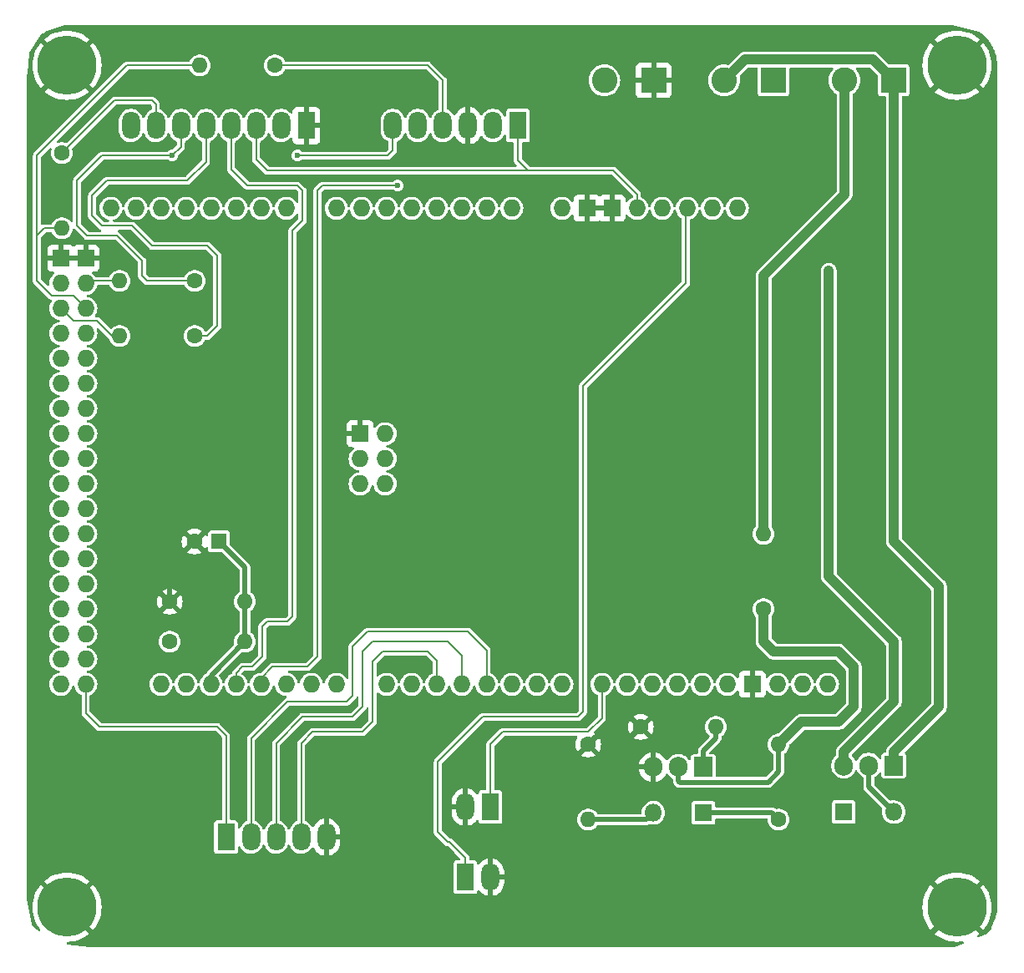
<source format=gbr>
%TF.GenerationSoftware,KiCad,Pcbnew,8.0.5*%
%TF.CreationDate,2024-12-05T17:04:49+01:00*%
%TF.ProjectId,TEEKeeper_V1.0,5445454b-6565-4706-9572-5f56312e302e,rev?*%
%TF.SameCoordinates,PX7b0df40PY6e75580*%
%TF.FileFunction,Copper,L1,Top*%
%TF.FilePolarity,Positive*%
%FSLAX46Y46*%
G04 Gerber Fmt 4.6, Leading zero omitted, Abs format (unit mm)*
G04 Created by KiCad (PCBNEW 8.0.5) date 2024-12-05 17:04:49*
%MOMM*%
%LPD*%
G01*
G04 APERTURE LIST*
%TA.AperFunction,ComponentPad*%
%ADD10C,6.000000*%
%TD*%
%TA.AperFunction,ComponentPad*%
%ADD11C,1.600000*%
%TD*%
%TA.AperFunction,ComponentPad*%
%ADD12O,1.600000X1.600000*%
%TD*%
%TA.AperFunction,ComponentPad*%
%ADD13R,1.800000X2.800000*%
%TD*%
%TA.AperFunction,ComponentPad*%
%ADD14O,1.800000X2.800000*%
%TD*%
%TA.AperFunction,ComponentPad*%
%ADD15O,1.727200X1.727200*%
%TD*%
%TA.AperFunction,ComponentPad*%
%ADD16R,1.727200X1.727200*%
%TD*%
%TA.AperFunction,ComponentPad*%
%ADD17R,2.600000X2.600000*%
%TD*%
%TA.AperFunction,ComponentPad*%
%ADD18C,2.600000*%
%TD*%
%TA.AperFunction,ComponentPad*%
%ADD19R,1.800000X1.800000*%
%TD*%
%TA.AperFunction,ComponentPad*%
%ADD20O,1.800000X1.800000*%
%TD*%
%TA.AperFunction,ComponentPad*%
%ADD21R,1.600000X1.600000*%
%TD*%
%TA.AperFunction,ComponentPad*%
%ADD22R,1.905000X2.000000*%
%TD*%
%TA.AperFunction,ComponentPad*%
%ADD23O,1.905000X2.000000*%
%TD*%
%TA.AperFunction,ViaPad*%
%ADD24C,0.600000*%
%TD*%
%TA.AperFunction,ViaPad*%
%ADD25C,1.000000*%
%TD*%
%TA.AperFunction,Conductor*%
%ADD26C,0.200000*%
%TD*%
%TA.AperFunction,Conductor*%
%ADD27C,1.000000*%
%TD*%
%TA.AperFunction,Conductor*%
%ADD28C,0.500000*%
%TD*%
G04 APERTURE END LIST*
D10*
%TO.P,H4,1*%
%TO.N,GND*%
X0Y0D03*
%TD*%
D11*
%TO.P,R5,1*%
%TO.N,GND*%
X52832000Y16510000D03*
D12*
%TO.P,R5,2*%
%TO.N,Net-(P_DOOR1-G)*%
X52832000Y8890000D03*
%TD*%
D11*
%TO.P,R4,1*%
%TO.N,GND*%
X10414000Y30988000D03*
D12*
%TO.P,R4,2*%
%TO.N,/System_Shield/Analog_PCB/DOOR_SENS*%
X18034000Y30988000D03*
%TD*%
D13*
%TO.P,Buzzer1,1*%
%TO.N,/System_Shield/Digital_PCB/BUZ*%
X42926000Y10160000D03*
D14*
%TO.P,Buzzer1,2*%
%TO.N,GND*%
X40386000Y10160000D03*
%TD*%
D11*
%TO.P,R10,1*%
%TO.N,/System_Shield/Digital_PCB/CLK*%
X12954000Y63500000D03*
D12*
%TO.P,R10,2*%
%TO.N,Net-(A1-D52_SCK)*%
X5334000Y63500000D03*
%TD*%
D15*
%TO.P,A1,*%
%TO.N,*%
X67950000Y70866000D03*
%TO.P,A1,3V3,3.3V*%
%TO.N,unconnected-(A1-3.3V-Pad3V3)*%
X60330000Y70866000D03*
%TO.P,A1,5V1,5V*%
%TO.N,/System_Shield/Digital_PCB/5V*%
X57790000Y70866000D03*
%TO.P,A1,5V2,SPI_5V*%
%TO.N,unconnected-(A1-SPI_5V-Pad5V2)*%
X29723000Y42926000D03*
%TO.P,A1,5V3,5V*%
%TO.N,/System_Shield/Digital_PCB/5V*%
X1910000Y22606000D03*
%TO.P,A1,5V4,5V*%
X-630000Y22606000D03*
%TO.P,A1,A0,A0*%
%TO.N,unconnected-(A1-PadA0)*%
X45090000Y70866000D03*
%TO.P,A1,A1,A1*%
%TO.N,unconnected-(A1-PadA1)*%
X42550000Y70866000D03*
%TO.P,A1,A2,A2*%
%TO.N,unconnected-(A1-PadA2)*%
X40010000Y70866000D03*
%TO.P,A1,A3,A3*%
%TO.N,unconnected-(A1-PadA3)*%
X37470000Y70866000D03*
%TO.P,A1,A4,A4*%
%TO.N,unconnected-(A1-PadA4)*%
X34930000Y70866000D03*
%TO.P,A1,A5,A5*%
%TO.N,unconnected-(A1-PadA5)*%
X32390000Y70866000D03*
%TO.P,A1,A6,A6*%
%TO.N,unconnected-(A1-PadA6)*%
X29850000Y70866000D03*
%TO.P,A1,A7,A7*%
%TO.N,unconnected-(A1-PadA7)*%
X27310000Y70866000D03*
%TO.P,A1,A8,A8*%
%TO.N,unconnected-(A1-PadA8)*%
X22230000Y70866000D03*
%TO.P,A1,A9,A9*%
%TO.N,unconnected-(A1-PadA9)*%
X19690000Y70866000D03*
%TO.P,A1,A10,A10*%
%TO.N,unconnected-(A1-PadA10)*%
X17150000Y70866000D03*
%TO.P,A1,A11,A11*%
%TO.N,unconnected-(A1-PadA11)*%
X14610000Y70866000D03*
%TO.P,A1,A12,A12*%
%TO.N,unconnected-(A1-PadA12)*%
X12070000Y70866000D03*
%TO.P,A1,A13,A13*%
%TO.N,unconnected-(A1-PadA13)*%
X9530000Y70866000D03*
%TO.P,A1,A14,A14*%
%TO.N,unconnected-(A1-PadA14)*%
X6990000Y70866000D03*
%TO.P,A1,A15,A15*%
%TO.N,unconnected-(A1-PadA15)*%
X4450000Y70866000D03*
%TO.P,A1,AREF,AREF*%
%TO.N,unconnected-(A1-PadAREF)*%
X72014000Y22606000D03*
%TO.P,A1,D0,D0/RX0*%
%TO.N,unconnected-(A1-D0{slash}RX0-PadD0)*%
X32390000Y22606000D03*
%TO.P,A1,D1,D1/TX0*%
%TO.N,unconnected-(A1-D1{slash}TX0-PadD1)*%
X34930000Y22606000D03*
%TO.P,A1,D2,D2_INT0*%
%TO.N,/System_Shield/Digital_PCB/D2_INTRR*%
X37470000Y22606000D03*
%TO.P,A1,D3,D3_INT1*%
%TO.N,/System_Shield/Digital_PCB/D3_INTRR*%
X40010000Y22606000D03*
%TO.P,A1,D4,D4*%
%TO.N,/System_Shield/Digital_PCB/D4*%
X42550000Y22606000D03*
%TO.P,A1,D5,D5*%
%TO.N,/System_Shield/Analog_PCB/HEATER_CT*%
X45090000Y22606000D03*
%TO.P,A1,D6,D6*%
%TO.N,unconnected-(A1-PadD6)*%
X47630000Y22606000D03*
%TO.P,A1,D7,D7*%
%TO.N,unconnected-(A1-PadD7)*%
X50170000Y22606000D03*
%TO.P,A1,D8,D8*%
%TO.N,/System_Shield/Digital_PCB/BUZ*%
X54234000Y22606000D03*
%TO.P,A1,D9,D9*%
%TO.N,unconnected-(A1-PadD9)*%
X56774000Y22606000D03*
%TO.P,A1,D10,D10*%
%TO.N,unconnected-(A1-PadD10)*%
X59314000Y22606000D03*
%TO.P,A1,D11,D11*%
%TO.N,unconnected-(A1-PadD11)*%
X61854000Y22606000D03*
%TO.P,A1,D12,D12*%
%TO.N,unconnected-(A1-PadD12)*%
X64394000Y22606000D03*
%TO.P,A1,D13,D13*%
%TO.N,unconnected-(A1-PadD13)*%
X66934000Y22606000D03*
%TO.P,A1,D14,D14/TX3*%
%TO.N,unconnected-(A1-D14{slash}TX3-PadD14)*%
X27310000Y22606000D03*
%TO.P,A1,D15,D15/RX3*%
%TO.N,unconnected-(A1-D15{slash}RX3-PadD15)*%
X24770000Y22606000D03*
%TO.P,A1,D16,D16/TX2*%
%TO.N,unconnected-(A1-D16{slash}TX2-PadD16)*%
X22230000Y22606000D03*
%TO.P,A1,D17,D17/RX2*%
%TO.N,/System_Shield/Digital_PCB/CS_PROBE*%
X19690000Y22606000D03*
%TO.P,A1,D18,D18/TX1*%
%TO.N,/System_Shield/Digital_PCB/CS_SD*%
X17150000Y22606000D03*
%TO.P,A1,D19,D19/RX1*%
%TO.N,/System_Shield/Analog_PCB/DOOR_SENS*%
X14610000Y22606000D03*
%TO.P,A1,D20,D20/SDA*%
%TO.N,unconnected-(A1-D20{slash}SDA-PadD20)*%
X12070000Y22606000D03*
%TO.P,A1,D21,D21/SCL*%
%TO.N,unconnected-(A1-D21{slash}SCL-PadD21)*%
X9530000Y22606000D03*
%TO.P,A1,D22,D22*%
%TO.N,unconnected-(A1-PadD22)*%
X1910000Y25146000D03*
%TO.P,A1,D23,D23*%
%TO.N,unconnected-(A1-PadD23)*%
X-630000Y25146000D03*
%TO.P,A1,D24,D24*%
%TO.N,unconnected-(A1-PadD24)*%
X1910000Y27686000D03*
%TO.P,A1,D25,D25*%
%TO.N,unconnected-(A1-PadD25)*%
X-630000Y27686000D03*
%TO.P,A1,D26,D26*%
%TO.N,unconnected-(A1-PadD26)*%
X1910000Y30226000D03*
%TO.P,A1,D27,D27*%
%TO.N,unconnected-(A1-PadD27)*%
X-630000Y30226000D03*
%TO.P,A1,D28,D28*%
%TO.N,unconnected-(A1-PadD28)*%
X1910000Y32766000D03*
%TO.P,A1,D29,D29*%
%TO.N,unconnected-(A1-PadD29)*%
X-630000Y32766000D03*
%TO.P,A1,D30,D30*%
%TO.N,unconnected-(A1-PadD30)*%
X1910000Y35306000D03*
%TO.P,A1,D31,D31*%
%TO.N,unconnected-(A1-PadD31)*%
X-630000Y35306000D03*
%TO.P,A1,D32,D32*%
%TO.N,unconnected-(A1-PadD32)*%
X1910000Y37846000D03*
%TO.P,A1,D33,D33*%
%TO.N,unconnected-(A1-PadD33)*%
X-630000Y37846000D03*
%TO.P,A1,D34,D34*%
%TO.N,unconnected-(A1-PadD34)*%
X1910000Y40386000D03*
%TO.P,A1,D35,D35*%
%TO.N,unconnected-(A1-PadD35)*%
X-630000Y40386000D03*
%TO.P,A1,D36,D36*%
%TO.N,unconnected-(A1-PadD36)*%
X1910000Y42926000D03*
%TO.P,A1,D37,D37*%
%TO.N,unconnected-(A1-PadD37)*%
X-630000Y42926000D03*
%TO.P,A1,D38,D38*%
%TO.N,unconnected-(A1-PadD38)*%
X1910000Y45466000D03*
%TO.P,A1,D39,D39*%
%TO.N,unconnected-(A1-PadD39)*%
X-630000Y45466000D03*
%TO.P,A1,D40,D40*%
%TO.N,unconnected-(A1-PadD40)*%
X1910000Y48006000D03*
%TO.P,A1,D41,D41*%
%TO.N,unconnected-(A1-PadD41)*%
X-630000Y48006000D03*
%TO.P,A1,D42,D42*%
%TO.N,unconnected-(A1-PadD42)*%
X1910000Y50546000D03*
%TO.P,A1,D43,D43*%
%TO.N,unconnected-(A1-PadD43)*%
X-630000Y50546000D03*
%TO.P,A1,D44,D44*%
%TO.N,unconnected-(A1-PadD44)*%
X1910000Y53086000D03*
%TO.P,A1,D45,D45*%
%TO.N,unconnected-(A1-PadD45)*%
X-630000Y53086000D03*
%TO.P,A1,D46,D46*%
%TO.N,unconnected-(A1-PadD46)*%
X1910000Y55626000D03*
%TO.P,A1,D47,D47*%
%TO.N,unconnected-(A1-PadD47)*%
X-630000Y55626000D03*
%TO.P,A1,D48,D48*%
%TO.N,unconnected-(A1-PadD48)*%
X1910000Y58166000D03*
%TO.P,A1,D49,D49*%
%TO.N,unconnected-(A1-PadD49)*%
X-630000Y58166000D03*
%TO.P,A1,D50,D50_MISO*%
%TO.N,/System_Shield/Digital_PCB/MISO*%
X1910000Y60706000D03*
%TO.P,A1,D51,D51_MOSI*%
%TO.N,Net-(A1-D51_MOSI)*%
X-630000Y60706000D03*
%TO.P,A1,D52,D52_SCK*%
%TO.N,Net-(A1-D52_SCK)*%
X1910000Y63246000D03*
%TO.P,A1,D53,D53_CS*%
%TO.N,/System_Shield/Digital_PCB/CS*%
X-630000Y63246000D03*
D16*
%TO.P,A1,GND1,GND*%
%TO.N,GND*%
X69474000Y22606000D03*
%TO.P,A1,GND2,GND*%
X55250000Y70866000D03*
%TO.P,A1,GND3,GND*%
X52710000Y70866000D03*
%TO.P,A1,GND4,SPI_GND*%
X29723000Y48006000D03*
%TO.P,A1,GND5,GND*%
X1910000Y65786000D03*
%TO.P,A1,GND6,GND*%
X-630000Y65786000D03*
D15*
%TO.P,A1,IORF,IOREF*%
%TO.N,unconnected-(A1-IOREF-PadIORF)*%
X65410000Y70866000D03*
%TO.P,A1,MISO,SPI_MISO*%
%TO.N,unconnected-(A1-SPI_MISO-PadMISO)*%
X32263000Y42926000D03*
%TO.P,A1,MOSI,SPI_MOSI*%
%TO.N,unconnected-(A1-SPI_MOSI-PadMOSI)*%
X29723000Y45466000D03*
%TO.P,A1,RST1,RESET*%
%TO.N,/System_Shield/Digital_PCB/RESET*%
X62870000Y70866000D03*
%TO.P,A1,RST2,SPI_RESET*%
%TO.N,unconnected-(A1-SPI_RESET-PadRST2)*%
X32263000Y48006000D03*
%TO.P,A1,SCK,SPI_SCK*%
%TO.N,unconnected-(A1-SPI_SCK-PadSCK)*%
X32263000Y45466000D03*
%TO.P,A1,SCL,SCL*%
%TO.N,unconnected-(A1-PadSCL)*%
X77094000Y22606000D03*
%TO.P,A1,SDA,SDA*%
%TO.N,unconnected-(A1-PadSDA)*%
X74554000Y22606000D03*
%TO.P,A1,VIN,VIN*%
%TO.N,/System_Shield/Analog_PCB/VIN*%
X50170000Y70866000D03*
%TD*%
D17*
%TO.P,SSR3,1*%
%TO.N,Net-(P_DOOR1-G)*%
X83820000Y83828000D03*
D18*
%TO.P,SSR3,2*%
%TO.N,Net-(R7-Pad2)*%
X78820000Y83828000D03*
%TD*%
D10*
%TO.P,H1,1*%
%TO.N,GND*%
X0Y85344000D03*
%TD*%
D11*
%TO.P,R12,1*%
%TO.N,Net-(R12-Pad1)*%
X-508000Y76454000D03*
D12*
%TO.P,R12,2*%
%TO.N,/System_Shield/Digital_PCB/MISO*%
X-508000Y68834000D03*
%TD*%
D19*
%TO.P,LED_SSR1,1*%
%TO.N,Net-(LED_SSR1-Pad1)*%
X64516000Y9581000D03*
D20*
%TO.P,LED_SSR1,2*%
%TO.N,Net-(P_DOOR1-G)*%
X59436000Y9581000D03*
%TD*%
D10*
%TO.P,H2,1*%
%TO.N,GND*%
X90220800Y85344000D03*
%TD*%
D11*
%TO.P,R11,1*%
%TO.N,/System_Shield/Digital_PCB/MOSI*%
X12954000Y57912000D03*
D12*
%TO.P,R11,2*%
%TO.N,Net-(A1-D51_MOSI)*%
X5334000Y57912000D03*
%TD*%
D19*
%TO.P,Door1,1*%
%TO.N,Net-(Door1-Pad1)*%
X78740000Y9652000D03*
D20*
%TO.P,Door1,2*%
%TO.N,Net-(P_DOOR1-D)*%
X83820000Y9652000D03*
%TD*%
D10*
%TO.P,H3,1*%
%TO.N,GND*%
X90220800Y0D03*
%TD*%
D17*
%TO.P,12V1,1*%
%TO.N,GND*%
X59476000Y83828000D03*
D18*
%TO.P,12V1,2*%
%TO.N,/System_Shield/Analog_PCB/VIN*%
X54476000Y83828000D03*
%TD*%
D13*
%TO.P,SD_CARD1,1*%
%TO.N,GND*%
X24257000Y79248000D03*
D14*
%TO.P,SD_CARD1,2*%
%TO.N,unconnected-(SD_CARD1-Pad2)*%
X21717000Y79248000D03*
%TO.P,SD_CARD1,3*%
%TO.N,/System_Shield/Digital_PCB/5V*%
X19177000Y79248000D03*
%TO.P,SD_CARD1,4*%
%TO.N,/System_Shield/Digital_PCB/CS_SD*%
X16637000Y79248000D03*
%TO.P,SD_CARD1,5*%
%TO.N,/System_Shield/Digital_PCB/MOSI*%
X14097000Y79248000D03*
%TO.P,SD_CARD1,6*%
%TO.N,/System_Shield/Digital_PCB/CLK*%
X11557000Y79248000D03*
%TO.P,SD_CARD1,7*%
%TO.N,Net-(R12-Pad1)*%
X9017000Y79248000D03*
%TO.P,SD_CARD1,8*%
%TO.N,unconnected-(SD_CARD1-Pad8)*%
X6477000Y79248000D03*
%TD*%
D11*
%TO.P,R7,1*%
%TO.N,Net-(N_SSR1-D)*%
X70612000Y30226000D03*
D12*
%TO.P,R7,2*%
%TO.N,Net-(R7-Pad2)*%
X70612000Y37846000D03*
%TD*%
D13*
%TO.P,ROTARY_ENCODER_PB1,1*%
%TO.N,/System_Shield/Digital_PCB/5V*%
X16129000Y7112000D03*
D14*
%TO.P,ROTARY_ENCODER_PB1,2*%
%TO.N,/System_Shield/Digital_PCB/D4*%
X18669000Y7112000D03*
%TO.P,ROTARY_ENCODER_PB1,3*%
%TO.N,/System_Shield/Digital_PCB/D3_INTRR*%
X21209000Y7112000D03*
%TO.P,ROTARY_ENCODER_PB1,4*%
%TO.N,/System_Shield/Digital_PCB/D2_INTRR*%
X23749000Y7112000D03*
%TO.P,ROTARY_ENCODER_PB1,5*%
%TO.N,GND*%
X26289000Y7112000D03*
%TD*%
D11*
%TO.P,R6,1*%
%TO.N,Net-(LED_SSR1-Pad1)*%
X72136000Y8890000D03*
D12*
%TO.P,R6,2*%
%TO.N,Net-(N_SSR1-D)*%
X72136000Y16510000D03*
%TD*%
D11*
%TO.P,R3,1*%
%TO.N,Net-(Door1-Pad1)*%
X10414000Y26924000D03*
D12*
%TO.P,R3,2*%
%TO.N,/System_Shield/Analog_PCB/DOOR_SENS*%
X18034000Y26924000D03*
%TD*%
D13*
%TO.P,MAX31855K1,1*%
%TO.N,/System_Shield/Digital_PCB/5V*%
X45720000Y79248000D03*
D14*
%TO.P,MAX31855K1,2*%
%TO.N,unconnected-(MAX31855K1-Pad2)*%
X43180000Y79248000D03*
%TO.P,MAX31855K1,3*%
%TO.N,GND*%
X40640000Y79248000D03*
%TO.P,MAX31855K1,4*%
%TO.N,Net-(MAX31855K1-Pad4)*%
X38100000Y79248000D03*
%TO.P,MAX31855K1,5*%
%TO.N,/System_Shield/Digital_PCB/CS_PROBE*%
X35560000Y79248000D03*
%TO.P,MAX31855K1,6*%
%TO.N,/System_Shield/Digital_PCB/CLK*%
X33020000Y79248000D03*
%TD*%
D11*
%TO.P,R8,1*%
%TO.N,GND*%
X58166000Y18288000D03*
D12*
%TO.P,R8,2*%
%TO.N,/System_Shield/Analog_PCB/HEATER_CT*%
X65786000Y18288000D03*
%TD*%
D17*
%TO.P,DOOR2,1*%
%TO.N,/System_Shield/Analog_PCB/VIN*%
X71628000Y83828000D03*
D18*
%TO.P,DOOR2,2*%
%TO.N,Net-(P_DOOR1-G)*%
X66628000Y83828000D03*
%TD*%
D13*
%TO.P,RESET_BUTTON1,1*%
%TO.N,/System_Shield/Digital_PCB/RESET*%
X40386000Y3048000D03*
D14*
%TO.P,RESET_BUTTON1,2*%
%TO.N,GND*%
X42926000Y3048000D03*
%TD*%
D11*
%TO.P,R9,1*%
%TO.N,Net-(MAX31855K1-Pad4)*%
X21082000Y85344000D03*
D12*
%TO.P,R9,2*%
%TO.N,/System_Shield/Digital_PCB/MISO*%
X13462000Y85344000D03*
%TD*%
D21*
%TO.P,C1,1*%
%TO.N,/System_Shield/Analog_PCB/DOOR_SENS*%
X15429113Y37084000D03*
D11*
%TO.P,C1,2*%
%TO.N,GND*%
X12929113Y37084000D03*
%TD*%
D22*
%TO.P,N_SSR1,1,G*%
%TO.N,/System_Shield/Analog_PCB/HEATER_CT*%
X64516000Y14224000D03*
D23*
%TO.P,N_SSR1,2,D*%
%TO.N,Net-(N_SSR1-D)*%
X61976000Y14224000D03*
%TO.P,N_SSR1,3,S*%
%TO.N,GND*%
X59436000Y14224000D03*
%TD*%
D22*
%TO.P,P_DOOR1,1,G*%
%TO.N,Net-(P_DOOR1-G)*%
X83820000Y14366000D03*
D23*
%TO.P,P_DOOR1,2,D*%
%TO.N,Net-(P_DOOR1-D)*%
X81280000Y14366000D03*
%TO.P,P_DOOR1,3,S*%
%TO.N,/System_Shield/Analog_PCB/VIN*%
X78740000Y14366000D03*
%TD*%
D24*
%TO.N,GND*%
X25095200Y16484600D03*
X22529800Y16637000D03*
X20955000Y17907000D03*
X19456400Y19100800D03*
X1930400Y18084800D03*
X3657600Y19532600D03*
X77622400Y24409400D03*
X82296000Y21793200D03*
X87249000Y16992600D03*
X85242400Y19227800D03*
X48031400Y76479400D03*
X48031400Y72771000D03*
X61087000Y59944000D03*
X59563000Y61798200D03*
X54000400Y47142400D03*
X50876200Y47091600D03*
X24079200Y40411400D03*
X26619200Y40462200D03*
X21437600Y40462200D03*
X24130000Y67284600D03*
X26670000Y67335400D03*
X21488400Y67335400D03*
D25*
%TO.N,/System_Shield/Analog_PCB/VIN*%
X77216000Y64516000D03*
D24*
%TO.N,/System_Shield/Digital_PCB/CLK*%
X23368000Y76200000D03*
X10668000Y76200000D03*
%TO.N,/System_Shield/Digital_PCB/CS_PROBE*%
X33528000Y73152000D03*
%TD*%
D26*
%TO.N,/System_Shield/Digital_PCB/RESET*%
X62738000Y70734000D02*
X62870000Y70866000D01*
X62738000Y63246000D02*
X62738000Y70734000D01*
X52324000Y52832000D02*
X62738000Y63246000D01*
X37592000Y14732000D02*
X42164000Y19304000D01*
X52324000Y19812000D02*
X52324000Y52832000D01*
X37592000Y7620000D02*
X37592000Y14732000D01*
X38785800Y6604000D02*
X38608000Y6604000D01*
X40386000Y5003800D02*
X38785800Y6604000D01*
X42164000Y19304000D02*
X51816000Y19304000D01*
X38608000Y6604000D02*
X37592000Y7620000D01*
X51816000Y19304000D02*
X52324000Y19812000D01*
X40386000Y3048000D02*
X40386000Y5003800D01*
D27*
%TO.N,/System_Shield/Analog_PCB/VIN*%
X77216000Y64516000D02*
X77216000Y33528000D01*
X83820000Y20828000D02*
X78740000Y15748000D01*
X78740000Y15748000D02*
X78740000Y14366000D01*
X77216000Y33528000D02*
X83820000Y26924000D01*
X83820000Y26924000D02*
X83820000Y20828000D01*
D26*
%TO.N,/System_Shield/Digital_PCB/CLK*%
X1016000Y69088000D02*
X2032000Y68072000D01*
X5080000Y68072000D02*
X7620000Y65532000D01*
X10668000Y76200000D02*
X3556000Y76200000D01*
X8128000Y63500000D02*
X12954000Y63500000D01*
X7620000Y65532000D02*
X7620000Y64008000D01*
X2032000Y68072000D02*
X5080000Y68072000D01*
X33020000Y76708000D02*
X33020000Y79248000D01*
X10668000Y76200000D02*
X11557000Y77089000D01*
X7620000Y64008000D02*
X8128000Y63500000D01*
X32512000Y76200000D02*
X33020000Y76708000D01*
X3556000Y76200000D02*
X1016000Y73660000D01*
X1016000Y73660000D02*
X1016000Y69088000D01*
X23368000Y76200000D02*
X32512000Y76200000D01*
X11557000Y77089000D02*
X11557000Y79248000D01*
D28*
%TO.N,/System_Shield/Analog_PCB/HEATER_CT*%
X65786000Y17145000D02*
X65786000Y18288000D01*
X64516000Y15875000D02*
X65786000Y17145000D01*
X64516000Y14224000D02*
X64516000Y15875000D01*
D26*
%TO.N,/System_Shield/Digital_PCB/BUZ*%
X44196000Y17780000D02*
X52832000Y17780000D01*
X52832000Y17780000D02*
X54234000Y19182000D01*
X44196000Y17780000D02*
X42926000Y16510000D01*
X54234000Y19182000D02*
X54234000Y22606000D01*
X42926000Y10160000D02*
X42926000Y16510000D01*
%TO.N,/System_Shield/Digital_PCB/CS_SD*%
X16637000Y74803000D02*
X18288000Y73152000D01*
X18288000Y73152000D02*
X23368000Y73152000D01*
X23368000Y73152000D02*
X23876000Y72644000D01*
X20320000Y28956000D02*
X19812000Y28448000D01*
X18796000Y24384000D02*
X17780000Y24384000D01*
X16637000Y79248000D02*
X16637000Y74803000D01*
X22860000Y29464000D02*
X22352000Y28956000D01*
X23876000Y72644000D02*
X23876000Y69596000D01*
X19812000Y25400000D02*
X18796000Y24384000D01*
X17780000Y24384000D02*
X17150000Y23754000D01*
X22860000Y68580000D02*
X22860000Y29464000D01*
X23876000Y69596000D02*
X22860000Y68580000D01*
X17150000Y23754000D02*
X17150000Y22606000D01*
X22352000Y28956000D02*
X20320000Y28956000D01*
X19812000Y28448000D02*
X19812000Y25400000D01*
%TO.N,/System_Shield/Digital_PCB/D2_INTRR*%
X29972000Y17780000D02*
X24892000Y17780000D01*
X32004000Y25908000D02*
X30988000Y24892000D01*
X30988000Y24892000D02*
X30988000Y18796000D01*
X37470000Y25014000D02*
X36576000Y25908000D01*
X37470000Y22606000D02*
X37470000Y25014000D01*
X36576000Y25908000D02*
X32004000Y25908000D01*
X30988000Y18796000D02*
X29972000Y17780000D01*
X24892000Y17780000D02*
X23749000Y16637000D01*
X23749000Y16637000D02*
X23749000Y7112000D01*
%TO.N,/System_Shield/Digital_PCB/CS_PROBE*%
X19690000Y22606000D02*
X19690000Y23246000D01*
X25908000Y73152000D02*
X33528000Y73152000D01*
X20828000Y24384000D02*
X24384000Y24384000D01*
X25400000Y72644000D02*
X25908000Y73152000D01*
X19690000Y23246000D02*
X20828000Y24384000D01*
X24384000Y24384000D02*
X25400000Y25400000D01*
X25400000Y25400000D02*
X25400000Y72644000D01*
%TO.N,/System_Shield/Digital_PCB/D3_INTRR*%
X23876000Y19304000D02*
X21209000Y16637000D01*
X29972000Y25908000D02*
X29972000Y20320000D01*
X29972000Y20320000D02*
X28956000Y19304000D01*
X38608000Y26924000D02*
X30988000Y26924000D01*
X21209000Y16637000D02*
X21209000Y7112000D01*
X40010000Y22606000D02*
X40010000Y25522000D01*
X40010000Y25522000D02*
X38608000Y26924000D01*
X28956000Y19304000D02*
X23876000Y19304000D01*
X30988000Y26924000D02*
X29972000Y25908000D01*
%TO.N,/System_Shield/Digital_PCB/5V*%
X55372000Y74676000D02*
X57790000Y72258000D01*
X45720000Y75692000D02*
X46736000Y74676000D01*
X57790000Y72258000D02*
X57790000Y70866000D01*
X20320000Y74676000D02*
X46736000Y74676000D01*
X15240000Y18288000D02*
X16129000Y17399000D01*
X19177000Y79248000D02*
X19177000Y75819000D01*
X1910000Y19680000D02*
X3302000Y18288000D01*
X1910000Y22606000D02*
X1910000Y19680000D01*
X19177000Y75819000D02*
X20320000Y74676000D01*
X46736000Y74676000D02*
X55372000Y74676000D01*
X3302000Y18288000D02*
X15240000Y18288000D01*
X45720000Y79248000D02*
X45720000Y75692000D01*
X16129000Y17399000D02*
X16129000Y7112000D01*
D28*
%TO.N,/System_Shield/Analog_PCB/DOOR_SENS*%
X18034000Y26924000D02*
X18034000Y34479113D01*
X18034000Y26924000D02*
X14610000Y23500000D01*
X18034000Y34479113D02*
X15429113Y37084000D01*
X14610000Y23500000D02*
X14610000Y22606000D01*
D26*
%TO.N,/System_Shield/Digital_PCB/D4*%
X30480000Y27940000D02*
X28956000Y26416000D01*
X28956000Y21463000D02*
X28321000Y20828000D01*
X18669000Y17145000D02*
X18669000Y7112000D01*
X22352000Y20828000D02*
X18669000Y17145000D01*
X42550000Y22606000D02*
X42550000Y26030000D01*
X40640000Y27940000D02*
X30480000Y27940000D01*
X28321000Y20828000D02*
X22352000Y20828000D01*
X42550000Y26030000D02*
X40640000Y27940000D01*
X28956000Y26416000D02*
X28956000Y21463000D01*
D28*
%TO.N,Net-(P_DOOR1-D)*%
X81280000Y14366000D02*
X81280000Y12192000D01*
X81280000Y12192000D02*
X83820000Y9652000D01*
D27*
%TO.N,Net-(P_DOOR1-G)*%
X88392000Y20320000D02*
X83820000Y15748000D01*
X68728000Y85928000D02*
X81720000Y85928000D01*
X83820000Y15748000D02*
X83820000Y14366000D01*
X88392000Y32512000D02*
X88392000Y20320000D01*
X81720000Y85928000D02*
X83820000Y83828000D01*
D28*
X52832000Y8890000D02*
X58745000Y8890000D01*
D27*
X83820000Y37084000D02*
X88392000Y32512000D01*
D28*
X58745000Y8890000D02*
X59436000Y9581000D01*
D27*
X83820000Y83828000D02*
X83820000Y37084000D01*
X66628000Y83828000D02*
X68728000Y85928000D01*
D28*
%TO.N,Net-(LED_SSR1-Pad1)*%
X71445000Y9581000D02*
X72136000Y8890000D01*
X64516000Y9581000D02*
X71445000Y9581000D01*
%TO.N,Net-(N_SSR1-D)*%
X61976000Y12819000D02*
X61976000Y14224000D01*
D27*
X70612000Y26924000D02*
X71628000Y25908000D01*
X79756000Y22860000D02*
X79756000Y20320000D01*
X78232000Y18796000D02*
X74422000Y18796000D01*
D28*
X71094000Y12674000D02*
X62121000Y12674000D01*
D27*
X78232000Y25908000D02*
X79756000Y24384000D01*
X70612000Y30226000D02*
X70612000Y26924000D01*
X79756000Y23368000D02*
X79756000Y22860000D01*
X79756000Y24384000D02*
X79756000Y22860000D01*
D28*
X62121000Y12674000D02*
X61976000Y12819000D01*
D27*
X75692000Y25908000D02*
X78232000Y25908000D01*
D28*
X72136000Y16510000D02*
X72136000Y13716000D01*
D27*
X74422000Y18796000D02*
X72136000Y16510000D01*
D28*
X72136000Y13716000D02*
X71094000Y12674000D01*
D27*
X79756000Y20320000D02*
X78232000Y18796000D01*
X71628000Y25908000D02*
X75692000Y25908000D01*
%TO.N,Net-(R7-Pad2)*%
X78820000Y72216000D02*
X78820000Y83828000D01*
X70612000Y64008000D02*
X78820000Y72216000D01*
D28*
X70612000Y37846000D02*
X70612000Y37592000D01*
D27*
X70612000Y37846000D02*
X70612000Y64008000D01*
D26*
%TO.N,/System_Shield/Digital_PCB/MISO*%
X-1530400Y61982400D02*
X-3048000Y63500000D01*
X-3048000Y76200000D02*
X-3048000Y69596000D01*
X13462000Y85344000D02*
X6096000Y85344000D01*
X-3048000Y68072000D02*
X-3048000Y69596000D01*
X-3048000Y63500000D02*
X-3048000Y68072000D01*
X633600Y61982400D02*
X-1530400Y61982400D01*
X1910000Y60706000D02*
X633600Y61982400D01*
X6096000Y85344000D02*
X-3048000Y76200000D01*
X-508000Y68834000D02*
X-2286000Y68834000D01*
X-2286000Y68834000D02*
X-3048000Y68072000D01*
%TO.N,/System_Shield/Digital_PCB/MOSI*%
X2540000Y72136000D02*
X4064000Y73660000D01*
X2540000Y70104000D02*
X2540000Y72136000D01*
X6604000Y69088000D02*
X3556000Y69088000D01*
X12954000Y57912000D02*
X14224000Y57912000D01*
X14224000Y67056000D02*
X8636000Y67056000D01*
X14097000Y75565000D02*
X14097000Y79248000D01*
X14224000Y57912000D02*
X15240000Y58928000D01*
X8636000Y67056000D02*
X6604000Y69088000D01*
X4064000Y73660000D02*
X12192000Y73660000D01*
X3556000Y69088000D02*
X2540000Y70104000D01*
X15240000Y58928000D02*
X15240000Y66040000D01*
X12192000Y73660000D02*
X14097000Y75565000D01*
X15240000Y66040000D02*
X14224000Y67056000D01*
%TO.N,Net-(A1-D51_MOSI)*%
X3054400Y59429600D02*
X4572000Y57912000D01*
X646400Y59429600D02*
X3054400Y59429600D01*
X-630000Y60706000D02*
X646400Y59429600D01*
X4572000Y57912000D02*
X5334000Y57912000D01*
%TO.N,Net-(A1-D52_SCK)*%
X5334000Y63500000D02*
X2164000Y63500000D01*
X2164000Y63500000D02*
X1910000Y63246000D01*
%TO.N,Net-(MAX31855K1-Pad4)*%
X38100000Y79248000D02*
X38100000Y83820000D01*
X36576000Y85344000D02*
X21082000Y85344000D01*
X38100000Y83820000D02*
X36576000Y85344000D01*
%TO.N,Net-(R12-Pad1)*%
X8636000Y81788000D02*
X9017000Y81407000D01*
X9017000Y81407000D02*
X9017000Y79248000D01*
X4826000Y81788000D02*
X8636000Y81788000D01*
X-508000Y76454000D02*
X4826000Y81788000D01*
D28*
%TO.N,GND*%
X57150000Y16256000D02*
X57150000Y14986000D01*
X10414000Y34568887D02*
X12929113Y37084000D01*
X53594000Y17272000D02*
X56134000Y17272000D01*
X57912000Y14224000D02*
X59436000Y14224000D01*
X57150000Y17272000D02*
X58166000Y18288000D01*
X57150000Y14986000D02*
X57912000Y14224000D01*
X56134000Y17272000D02*
X57150000Y16256000D01*
X57150000Y16256000D02*
X57150000Y17272000D01*
X52832000Y16510000D02*
X53594000Y17272000D01*
X10414000Y30988000D02*
X10414000Y34568887D01*
%TD*%
%TA.AperFunction,Conductor*%
%TO.N,GND*%
G36*
X21010562Y70735928D02*
G01*
X21063748Y70690619D01*
X21079266Y70656639D01*
X21139856Y70443682D01*
X21139859Y70443676D01*
X21236022Y70250555D01*
X21366035Y70078389D01*
X21525467Y69933049D01*
X21525469Y69933047D01*
X21708889Y69819478D01*
X21708895Y69819475D01*
X21708898Y69819474D01*
X21910064Y69741542D01*
X22122130Y69701900D01*
X22122132Y69701900D01*
X22337868Y69701900D01*
X22337870Y69701900D01*
X22549936Y69741542D01*
X22751107Y69819476D01*
X22934532Y69933048D01*
X23093966Y70078391D01*
X23223978Y70250555D01*
X23240500Y70283735D01*
X23288002Y70334973D01*
X23355665Y70352394D01*
X23422006Y70330469D01*
X23465961Y70276157D01*
X23475500Y70228464D01*
X23475500Y69813255D01*
X23455815Y69746216D01*
X23439181Y69725574D01*
X22539522Y68825916D01*
X22539518Y68825910D01*
X22486792Y68734588D01*
X22486793Y68734587D01*
X22459500Y68632727D01*
X22459500Y29681255D01*
X22439815Y29614216D01*
X22423181Y29593574D01*
X22222426Y29392819D01*
X22161103Y29359334D01*
X22134745Y29356500D01*
X20267273Y29356500D01*
X20165413Y29329207D01*
X20165412Y29329207D01*
X20165410Y29329206D01*
X20165407Y29329205D01*
X20131130Y29309414D01*
X20131129Y29309413D01*
X20102786Y29293049D01*
X20074088Y29276481D01*
X20074085Y29276479D01*
X19491522Y28693916D01*
X19491518Y28693910D01*
X19438792Y28602588D01*
X19438793Y28602587D01*
X19411500Y28500727D01*
X19411500Y25617255D01*
X19391815Y25550216D01*
X19375181Y25529574D01*
X18666426Y24820819D01*
X18605103Y24787334D01*
X18578745Y24784500D01*
X17840339Y24784500D01*
X17840323Y24784501D01*
X17832727Y24784501D01*
X17727273Y24784501D01*
X17647152Y24763032D01*
X17647151Y24763033D01*
X17625415Y24757208D01*
X17625410Y24757206D01*
X17534085Y24704479D01*
X16829522Y23999916D01*
X16829520Y23999913D01*
X16776793Y23908590D01*
X16749500Y23806727D01*
X16749500Y23784190D01*
X16729815Y23717151D01*
X16677011Y23671396D01*
X16670296Y23668564D01*
X16628889Y23652523D01*
X16445466Y23538951D01*
X16286035Y23393612D01*
X16156022Y23221446D01*
X16059859Y23028325D01*
X16059856Y23028319D01*
X15999266Y22815362D01*
X15961987Y22756269D01*
X15898678Y22726711D01*
X15829438Y22736073D01*
X15776252Y22781382D01*
X15760734Y22815362D01*
X15700143Y23028319D01*
X15700140Y23028325D01*
X15657479Y23114000D01*
X15603978Y23221445D01*
X15473966Y23393609D01*
X15469587Y23397601D01*
X15433305Y23457310D01*
X15435064Y23527157D01*
X15465441Y23576918D01*
X17700456Y25811933D01*
X17761777Y25845416D01*
X17810915Y25846139D01*
X17932024Y25823500D01*
X17932026Y25823500D01*
X18135974Y25823500D01*
X18135976Y25823500D01*
X18336456Y25860976D01*
X18526637Y25934652D01*
X18700041Y26042019D01*
X18850764Y26179421D01*
X18973673Y26342179D01*
X19064582Y26524750D01*
X19120397Y26720917D01*
X19139215Y26924000D01*
X19120397Y27127083D01*
X19064582Y27323250D01*
X19059081Y27334297D01*
X18992998Y27467011D01*
X18973673Y27505821D01*
X18850764Y27668579D01*
X18850762Y27668582D01*
X18700042Y27805980D01*
X18700041Y27805981D01*
X18643222Y27841162D01*
X18596587Y27893190D01*
X18584500Y27946589D01*
X18584500Y29965413D01*
X18604185Y30032452D01*
X18643220Y30070838D01*
X18700041Y30106019D01*
X18850764Y30243421D01*
X18973673Y30406179D01*
X19064582Y30588750D01*
X19120397Y30784917D01*
X19139215Y30988000D01*
X19120397Y31191083D01*
X19064582Y31387250D01*
X19058751Y31398960D01*
X18995539Y31525908D01*
X18973673Y31569821D01*
X18914704Y31647909D01*
X18850762Y31732582D01*
X18700042Y31869980D01*
X18700041Y31869981D01*
X18643222Y31905162D01*
X18596587Y31957190D01*
X18584500Y32010589D01*
X18584500Y34551586D01*
X18584500Y34551588D01*
X18546984Y34691598D01*
X18474509Y34817128D01*
X18372015Y34919622D01*
X16565931Y36725707D01*
X16532446Y36787030D01*
X16529612Y36813388D01*
X16529612Y37928857D01*
X16529612Y37928864D01*
X16529610Y37928883D01*
X16526699Y37953988D01*
X16526698Y37953990D01*
X16526698Y37953991D01*
X16481319Y38056765D01*
X16401878Y38136206D01*
X16401876Y38136207D01*
X16299105Y38181585D01*
X16273978Y38184500D01*
X14584256Y38184500D01*
X14584230Y38184498D01*
X14559125Y38181587D01*
X14559121Y38181585D01*
X14456348Y38136207D01*
X14376907Y38056766D01*
X14331528Y37953994D01*
X14331528Y37953992D01*
X14328613Y37928869D01*
X14328613Y37718154D01*
X14308928Y37651115D01*
X14256124Y37605360D01*
X14186966Y37595416D01*
X14123410Y37624441D01*
X14092231Y37665749D01*
X14059247Y37736483D01*
X14059245Y37736487D01*
X14008138Y37809474D01*
X13329113Y37130449D01*
X13329113Y37136661D01*
X13301854Y37238394D01*
X13249193Y37329606D01*
X13174719Y37404080D01*
X13083507Y37456741D01*
X12981774Y37484000D01*
X12975561Y37484000D01*
X13654585Y38163026D01*
X13581591Y38214137D01*
X13375444Y38310265D01*
X13375430Y38310270D01*
X13155723Y38369140D01*
X13155712Y38369142D01*
X12929115Y38388966D01*
X12929111Y38388966D01*
X12702513Y38369142D01*
X12702502Y38369140D01*
X12482795Y38310270D01*
X12482786Y38310266D01*
X12276629Y38214134D01*
X12276625Y38214132D01*
X12203639Y38163027D01*
X12203639Y38163026D01*
X12882666Y37484000D01*
X12876452Y37484000D01*
X12774719Y37456741D01*
X12683507Y37404080D01*
X12609033Y37329606D01*
X12556372Y37238394D01*
X12529113Y37136661D01*
X12529113Y37130448D01*
X11850087Y37809474D01*
X11850086Y37809474D01*
X11798981Y37736488D01*
X11798979Y37736484D01*
X11702847Y37530327D01*
X11702843Y37530318D01*
X11643973Y37310611D01*
X11643971Y37310600D01*
X11624147Y37084003D01*
X11624147Y37083998D01*
X11643971Y36857401D01*
X11643973Y36857390D01*
X11702843Y36637683D01*
X11702848Y36637669D01*
X11798976Y36431522D01*
X11850087Y36358528D01*
X12529113Y37037554D01*
X12529113Y37031339D01*
X12556372Y36929606D01*
X12609033Y36838394D01*
X12683507Y36763920D01*
X12774719Y36711259D01*
X12876452Y36684000D01*
X12882666Y36684000D01*
X12203639Y36004975D01*
X12276626Y35953868D01*
X12276634Y35953864D01*
X12482781Y35857736D01*
X12482795Y35857731D01*
X12702502Y35798861D01*
X12702513Y35798859D01*
X12929111Y35779034D01*
X12929115Y35779034D01*
X13155712Y35798859D01*
X13155723Y35798861D01*
X13375430Y35857731D01*
X13375444Y35857736D01*
X13581591Y35953864D01*
X13654584Y36004976D01*
X12975560Y36684000D01*
X12981774Y36684000D01*
X13083507Y36711259D01*
X13174719Y36763920D01*
X13249193Y36838394D01*
X13301854Y36929606D01*
X13329113Y37031339D01*
X13329113Y37037553D01*
X14008137Y36358529D01*
X14059248Y36431520D01*
X14092230Y36502252D01*
X14138402Y36554692D01*
X14205595Y36573845D01*
X14272476Y36553630D01*
X14317812Y36500466D01*
X14328613Y36449850D01*
X14328613Y36239144D01*
X14328615Y36239118D01*
X14331526Y36214013D01*
X14331528Y36214009D01*
X14376906Y36111236D01*
X14376907Y36111235D01*
X14456348Y36031794D01*
X14559122Y35986415D01*
X14584248Y35983500D01*
X15699725Y35983501D01*
X15766764Y35963816D01*
X15787406Y35947182D01*
X17447181Y34287408D01*
X17480666Y34226085D01*
X17483500Y34199727D01*
X17483500Y32010589D01*
X17463815Y31943550D01*
X17424778Y31905162D01*
X17367957Y31869980D01*
X17217237Y31732582D01*
X17094327Y31569822D01*
X17003422Y31387261D01*
X17003417Y31387248D01*
X16947602Y31191083D01*
X16928785Y30988001D01*
X16928785Y30988000D01*
X16947602Y30784918D01*
X17003417Y30588753D01*
X17003422Y30588740D01*
X17026854Y30541683D01*
X17094327Y30406179D01*
X17217236Y30243421D01*
X17367959Y30106019D01*
X17424778Y30070839D01*
X17471412Y30018813D01*
X17483500Y29965413D01*
X17483500Y27946589D01*
X17463815Y27879550D01*
X17424778Y27841162D01*
X17367957Y27805980D01*
X17217237Y27668582D01*
X17094327Y27505822D01*
X17003422Y27323261D01*
X17003417Y27323248D01*
X16947602Y27127083D01*
X16928785Y26924001D01*
X16928785Y26924000D01*
X16947602Y26720919D01*
X16950873Y26709423D01*
X16950283Y26639556D01*
X16919286Y26587813D01*
X14169491Y23838017D01*
X14169489Y23838014D01*
X14107393Y23730458D01*
X14107392Y23730457D01*
X14097016Y23712487D01*
X14092088Y23694093D01*
X14055722Y23634432D01*
X14037591Y23620760D01*
X13905466Y23538951D01*
X13746035Y23393612D01*
X13616022Y23221446D01*
X13519859Y23028325D01*
X13519856Y23028319D01*
X13459266Y22815362D01*
X13421987Y22756269D01*
X13358678Y22726711D01*
X13289438Y22736073D01*
X13236252Y22781382D01*
X13220734Y22815362D01*
X13160143Y23028319D01*
X13160140Y23028325D01*
X13117479Y23114000D01*
X13063978Y23221445D01*
X13001601Y23304045D01*
X12933964Y23393612D01*
X12774532Y23538952D01*
X12774530Y23538954D01*
X12591110Y23652523D01*
X12591104Y23652526D01*
X12424285Y23717151D01*
X12389936Y23730458D01*
X12177870Y23770100D01*
X11962130Y23770100D01*
X11750064Y23730458D01*
X11750061Y23730458D01*
X11750061Y23730457D01*
X11548895Y23652526D01*
X11548889Y23652523D01*
X11365469Y23538954D01*
X11365467Y23538952D01*
X11206035Y23393612D01*
X11076022Y23221446D01*
X10979859Y23028325D01*
X10979856Y23028319D01*
X10919266Y22815362D01*
X10881987Y22756269D01*
X10818678Y22726711D01*
X10749438Y22736073D01*
X10696252Y22781382D01*
X10680734Y22815362D01*
X10620143Y23028319D01*
X10620140Y23028325D01*
X10577479Y23114000D01*
X10523978Y23221445D01*
X10461601Y23304045D01*
X10393964Y23393612D01*
X10234532Y23538952D01*
X10234530Y23538954D01*
X10051110Y23652523D01*
X10051104Y23652526D01*
X9884285Y23717151D01*
X9849936Y23730458D01*
X9637870Y23770100D01*
X9422130Y23770100D01*
X9210064Y23730458D01*
X9210061Y23730458D01*
X9210061Y23730457D01*
X9008895Y23652526D01*
X9008889Y23652523D01*
X8825469Y23538954D01*
X8825467Y23538952D01*
X8666035Y23393612D01*
X8536022Y23221446D01*
X8439859Y23028325D01*
X8439856Y23028319D01*
X8380819Y22820822D01*
X8380818Y22820819D01*
X8360913Y22606001D01*
X8360913Y22606000D01*
X8380818Y22391182D01*
X8380819Y22391179D01*
X8439856Y22183682D01*
X8439859Y22183676D01*
X8536022Y21990555D01*
X8666035Y21818389D01*
X8825467Y21673049D01*
X8825469Y21673047D01*
X9008889Y21559478D01*
X9008895Y21559475D01*
X9050292Y21543438D01*
X9210064Y21481542D01*
X9422130Y21441900D01*
X9422132Y21441900D01*
X9637868Y21441900D01*
X9637870Y21441900D01*
X9849936Y21481542D01*
X10051107Y21559476D01*
X10234532Y21673048D01*
X10393966Y21818391D01*
X10523978Y21990555D01*
X10620141Y22183677D01*
X10620141Y22183680D01*
X10620143Y22183682D01*
X10680734Y22396639D01*
X10718013Y22455732D01*
X10781322Y22485290D01*
X10850562Y22475928D01*
X10903748Y22430619D01*
X10919266Y22396639D01*
X10979856Y22183682D01*
X10979859Y22183676D01*
X11076022Y21990555D01*
X11206035Y21818389D01*
X11365467Y21673049D01*
X11365469Y21673047D01*
X11548889Y21559478D01*
X11548895Y21559475D01*
X11590292Y21543438D01*
X11750064Y21481542D01*
X11962130Y21441900D01*
X11962132Y21441900D01*
X12177868Y21441900D01*
X12177870Y21441900D01*
X12389936Y21481542D01*
X12591107Y21559476D01*
X12774532Y21673048D01*
X12933966Y21818391D01*
X13063978Y21990555D01*
X13160141Y22183677D01*
X13160141Y22183680D01*
X13160143Y22183682D01*
X13220734Y22396639D01*
X13258013Y22455732D01*
X13321322Y22485290D01*
X13390562Y22475928D01*
X13443748Y22430619D01*
X13459266Y22396639D01*
X13519856Y22183682D01*
X13519859Y22183676D01*
X13616022Y21990555D01*
X13746035Y21818389D01*
X13905467Y21673049D01*
X13905469Y21673047D01*
X14088889Y21559478D01*
X14088895Y21559475D01*
X14130292Y21543438D01*
X14290064Y21481542D01*
X14502130Y21441900D01*
X14502132Y21441900D01*
X14717868Y21441900D01*
X14717870Y21441900D01*
X14929936Y21481542D01*
X15131107Y21559476D01*
X15314532Y21673048D01*
X15473966Y21818391D01*
X15603978Y21990555D01*
X15700141Y22183677D01*
X15700141Y22183680D01*
X15700143Y22183682D01*
X15760734Y22396639D01*
X15798013Y22455732D01*
X15861322Y22485290D01*
X15930562Y22475928D01*
X15983748Y22430619D01*
X15999266Y22396639D01*
X16059856Y22183682D01*
X16059859Y22183676D01*
X16156022Y21990555D01*
X16286035Y21818389D01*
X16445467Y21673049D01*
X16445469Y21673047D01*
X16628889Y21559478D01*
X16628895Y21559475D01*
X16670292Y21543438D01*
X16830064Y21481542D01*
X17042130Y21441900D01*
X17042132Y21441900D01*
X17257868Y21441900D01*
X17257870Y21441900D01*
X17469936Y21481542D01*
X17671107Y21559476D01*
X17854532Y21673048D01*
X18013966Y21818391D01*
X18143978Y21990555D01*
X18240141Y22183677D01*
X18240141Y22183680D01*
X18240143Y22183682D01*
X18300734Y22396639D01*
X18338013Y22455732D01*
X18401322Y22485290D01*
X18470562Y22475928D01*
X18523748Y22430619D01*
X18539266Y22396639D01*
X18599856Y22183682D01*
X18599859Y22183676D01*
X18696022Y21990555D01*
X18826035Y21818389D01*
X18985467Y21673049D01*
X18985469Y21673047D01*
X19168889Y21559478D01*
X19168895Y21559475D01*
X19210292Y21543438D01*
X19370064Y21481542D01*
X19582130Y21441900D01*
X19582132Y21441900D01*
X19797868Y21441900D01*
X19797870Y21441900D01*
X20009936Y21481542D01*
X20211107Y21559476D01*
X20394532Y21673048D01*
X20553966Y21818391D01*
X20683978Y21990555D01*
X20780141Y22183677D01*
X20780141Y22183680D01*
X20780143Y22183682D01*
X20840734Y22396639D01*
X20878013Y22455732D01*
X20941322Y22485290D01*
X21010562Y22475928D01*
X21063748Y22430619D01*
X21079266Y22396639D01*
X21139856Y22183682D01*
X21139859Y22183676D01*
X21236022Y21990555D01*
X21366035Y21818389D01*
X21525467Y21673049D01*
X21525469Y21673047D01*
X21708889Y21559478D01*
X21708895Y21559475D01*
X21750292Y21543438D01*
X21910064Y21481542D01*
X22122130Y21441900D01*
X22122132Y21441900D01*
X22155107Y21441900D01*
X22222146Y21422215D01*
X22267901Y21369411D01*
X22277845Y21300253D01*
X22248820Y21236697D01*
X22202558Y21203338D01*
X22197413Y21201208D01*
X22106084Y21148478D01*
X18348522Y17390916D01*
X18348518Y17390910D01*
X18295792Y17299588D01*
X18295793Y17299587D01*
X18268500Y17197727D01*
X18268500Y8831275D01*
X18248815Y8764236D01*
X18200795Y8720791D01*
X18174013Y8707144D01*
X18039800Y8638760D01*
X17961661Y8581988D01*
X17886927Y8527690D01*
X17886925Y8527688D01*
X17886924Y8527688D01*
X17753312Y8394076D01*
X17753312Y8394075D01*
X17753310Y8394073D01*
X17730420Y8362568D01*
X17642240Y8241200D01*
X17563984Y8087613D01*
X17516009Y8036817D01*
X17448188Y8020022D01*
X17382053Y8042559D01*
X17338602Y8097275D01*
X17329499Y8143908D01*
X17329499Y8556857D01*
X17329499Y8556864D01*
X17329497Y8556883D01*
X17326586Y8581988D01*
X17326585Y8581990D01*
X17326585Y8581991D01*
X17281206Y8684765D01*
X17201765Y8764206D01*
X17201697Y8764236D01*
X17098992Y8809585D01*
X17073868Y8812500D01*
X17073865Y8812500D01*
X16653500Y8812500D01*
X16586461Y8832185D01*
X16540706Y8884989D01*
X16529500Y8936500D01*
X16529500Y17451724D01*
X16529500Y17451727D01*
X16525815Y17465480D01*
X16502207Y17553588D01*
X16449480Y17644913D01*
X15485913Y18608480D01*
X15440250Y18634844D01*
X15394589Y18661207D01*
X15343657Y18674854D01*
X15292727Y18688500D01*
X15292726Y18688500D01*
X3519255Y18688500D01*
X3452216Y18708185D01*
X3431574Y18724819D01*
X2346819Y19809574D01*
X2313334Y19870897D01*
X2310500Y19897255D01*
X2310500Y21427811D01*
X2330185Y21494850D01*
X2382989Y21540605D01*
X2389698Y21543435D01*
X2431107Y21559476D01*
X2614532Y21673048D01*
X2773966Y21818391D01*
X2903978Y21990555D01*
X3000141Y22183677D01*
X3000141Y22183680D01*
X3000143Y22183682D01*
X3059180Y22391179D01*
X3059181Y22391182D01*
X3065163Y22455732D01*
X3079087Y22606000D01*
X3059181Y22820819D01*
X3050606Y22850955D01*
X3000143Y23028319D01*
X3000140Y23028325D01*
X2957479Y23114000D01*
X2903978Y23221445D01*
X2841601Y23304045D01*
X2773964Y23393612D01*
X2614532Y23538952D01*
X2614530Y23538954D01*
X2431110Y23652523D01*
X2431104Y23652526D01*
X2264285Y23717151D01*
X2229936Y23730458D01*
X2103399Y23754112D01*
X2041120Y23785779D01*
X2005847Y23846092D01*
X2008781Y23915900D01*
X2048990Y23973040D01*
X2103399Y23997889D01*
X2229936Y24021542D01*
X2431107Y24099476D01*
X2614532Y24213048D01*
X2773966Y24358391D01*
X2903978Y24530555D01*
X3000141Y24723677D01*
X3000141Y24723680D01*
X3000143Y24723682D01*
X3059180Y24931179D01*
X3059181Y24931182D01*
X3065163Y24995732D01*
X3079087Y25146000D01*
X3079087Y25146006D01*
X3059181Y25360819D01*
X3059180Y25360822D01*
X3000143Y25568319D01*
X3000140Y25568325D01*
X2946232Y25676587D01*
X2903978Y25761445D01*
X2773966Y25933609D01*
X2773964Y25933612D01*
X2614532Y26078952D01*
X2614530Y26078954D01*
X2431110Y26192523D01*
X2431104Y26192526D01*
X2242001Y26265784D01*
X2229936Y26270458D01*
X2103399Y26294112D01*
X2041120Y26325779D01*
X2005847Y26386092D01*
X2008781Y26455900D01*
X2048990Y26513040D01*
X2103399Y26537889D01*
X2229936Y26561542D01*
X2431107Y26639476D01*
X2614532Y26753048D01*
X2773966Y26898391D01*
X2793306Y26924001D01*
X9308785Y26924001D01*
X9308785Y26924000D01*
X9327602Y26720918D01*
X9383417Y26524753D01*
X9383422Y26524740D01*
X9474327Y26342179D01*
X9597237Y26179419D01*
X9747958Y26042020D01*
X9747960Y26042018D01*
X9802165Y26008456D01*
X9921363Y25934652D01*
X10111544Y25860976D01*
X10312024Y25823500D01*
X10312026Y25823500D01*
X10515974Y25823500D01*
X10515976Y25823500D01*
X10716456Y25860976D01*
X10906637Y25934652D01*
X11080041Y26042019D01*
X11230764Y26179421D01*
X11353673Y26342179D01*
X11444582Y26524750D01*
X11500397Y26720917D01*
X11519215Y26924000D01*
X11500397Y27127083D01*
X11444582Y27323250D01*
X11439081Y27334297D01*
X11372998Y27467011D01*
X11353673Y27505821D01*
X11230764Y27668579D01*
X11230762Y27668582D01*
X11080041Y27805981D01*
X11080039Y27805983D01*
X10906642Y27913345D01*
X10906635Y27913349D01*
X10811546Y27950186D01*
X10716456Y27987024D01*
X10515976Y28024500D01*
X10312024Y28024500D01*
X10111544Y27987024D01*
X10111541Y27987024D01*
X10111541Y27987023D01*
X9921364Y27913349D01*
X9921357Y27913345D01*
X9747960Y27805983D01*
X9747958Y27805981D01*
X9597237Y27668582D01*
X9474327Y27505822D01*
X9383422Y27323261D01*
X9383417Y27323248D01*
X9327602Y27127083D01*
X9308785Y26924001D01*
X2793306Y26924001D01*
X2903978Y27070555D01*
X3000141Y27263677D01*
X3000141Y27263680D01*
X3000143Y27263682D01*
X3057228Y27464317D01*
X3059181Y27471181D01*
X3079087Y27686000D01*
X3059181Y27900819D01*
X3023991Y28024500D01*
X3000143Y28108319D01*
X3000140Y28108325D01*
X2924377Y28260478D01*
X2903978Y28301445D01*
X2773966Y28473609D01*
X2773964Y28473612D01*
X2614532Y28618952D01*
X2614530Y28618954D01*
X2431110Y28732523D01*
X2431104Y28732526D01*
X2272555Y28793948D01*
X2229936Y28810458D01*
X2103399Y28834112D01*
X2041120Y28865779D01*
X2005847Y28926092D01*
X2008781Y28995900D01*
X2048990Y29053040D01*
X2103399Y29077889D01*
X2229936Y29101542D01*
X2431107Y29179476D01*
X2614532Y29293048D01*
X2773966Y29438391D01*
X2903978Y29610555D01*
X3000141Y29803677D01*
X3000141Y29803680D01*
X3000143Y29803682D01*
X3059180Y30011179D01*
X3059181Y30011182D01*
X3060269Y30022917D01*
X3079087Y30226000D01*
X3059181Y30440819D01*
X3030483Y30541683D01*
X3000143Y30648319D01*
X3000140Y30648325D01*
X2953299Y30742394D01*
X2903978Y30841445D01*
X2806461Y30970579D01*
X2793303Y30988003D01*
X9109034Y30988003D01*
X9109034Y30987998D01*
X9128858Y30761401D01*
X9128860Y30761390D01*
X9187730Y30541683D01*
X9187735Y30541669D01*
X9283863Y30335522D01*
X9334974Y30262528D01*
X10014000Y30941554D01*
X10014000Y30935339D01*
X10041259Y30833606D01*
X10093920Y30742394D01*
X10168394Y30667920D01*
X10259606Y30615259D01*
X10361339Y30588000D01*
X10367553Y30588000D01*
X9688526Y29908975D01*
X9761513Y29857868D01*
X9761521Y29857864D01*
X9967668Y29761736D01*
X9967682Y29761731D01*
X10187389Y29702861D01*
X10187400Y29702859D01*
X10413998Y29683034D01*
X10414002Y29683034D01*
X10640599Y29702859D01*
X10640610Y29702861D01*
X10860317Y29761731D01*
X10860331Y29761736D01*
X11066478Y29857864D01*
X11139471Y29908976D01*
X10460447Y30588000D01*
X10466661Y30588000D01*
X10568394Y30615259D01*
X10659606Y30667920D01*
X10734080Y30742394D01*
X10786741Y30833606D01*
X10814000Y30935339D01*
X10814000Y30941553D01*
X11493024Y30262529D01*
X11544136Y30335522D01*
X11640264Y30541669D01*
X11640269Y30541683D01*
X11699139Y30761390D01*
X11699141Y30761401D01*
X11718966Y30987998D01*
X11718966Y30988003D01*
X11699141Y31214600D01*
X11699139Y31214611D01*
X11640269Y31434318D01*
X11640264Y31434332D01*
X11544136Y31640479D01*
X11544132Y31640487D01*
X11493025Y31713474D01*
X10814000Y31034449D01*
X10814000Y31040661D01*
X10786741Y31142394D01*
X10734080Y31233606D01*
X10659606Y31308080D01*
X10568394Y31360741D01*
X10466661Y31388000D01*
X10460448Y31388000D01*
X11139472Y32067026D01*
X11066478Y32118137D01*
X10860331Y32214265D01*
X10860317Y32214270D01*
X10640610Y32273140D01*
X10640599Y32273142D01*
X10414002Y32292966D01*
X10413998Y32292966D01*
X10187400Y32273142D01*
X10187389Y32273140D01*
X9967682Y32214270D01*
X9967673Y32214266D01*
X9761516Y32118134D01*
X9761512Y32118132D01*
X9688526Y32067027D01*
X9688526Y32067026D01*
X10367553Y31388000D01*
X10361339Y31388000D01*
X10259606Y31360741D01*
X10168394Y31308080D01*
X10093920Y31233606D01*
X10041259Y31142394D01*
X10014000Y31040661D01*
X10014000Y31034448D01*
X9334974Y31713474D01*
X9334973Y31713474D01*
X9283868Y31640488D01*
X9283866Y31640484D01*
X9187734Y31434327D01*
X9187730Y31434318D01*
X9128860Y31214611D01*
X9128858Y31214600D01*
X9109034Y30988003D01*
X2793303Y30988003D01*
X2773964Y31013612D01*
X2614532Y31158952D01*
X2614530Y31158954D01*
X2431110Y31272523D01*
X2431104Y31272526D01*
X2252922Y31341553D01*
X2229936Y31350458D01*
X2103399Y31374112D01*
X2041120Y31405779D01*
X2005847Y31466092D01*
X2008781Y31535900D01*
X2048990Y31593040D01*
X2103399Y31617889D01*
X2229936Y31641542D01*
X2431107Y31719476D01*
X2614532Y31833048D01*
X2773966Y31978391D01*
X2903978Y32150555D01*
X3000141Y32343677D01*
X3000141Y32343680D01*
X3000143Y32343682D01*
X3059180Y32551179D01*
X3059181Y32551182D01*
X3062856Y32590845D01*
X3079087Y32766000D01*
X3074212Y32818606D01*
X3059181Y32980819D01*
X3059180Y32980822D01*
X3000143Y33188319D01*
X3000140Y33188325D01*
X2947266Y33294511D01*
X2903978Y33381445D01*
X2773966Y33553609D01*
X2773964Y33553612D01*
X2614532Y33698952D01*
X2614530Y33698954D01*
X2431110Y33812523D01*
X2431104Y33812526D01*
X2272555Y33873948D01*
X2229936Y33890458D01*
X2103399Y33914112D01*
X2041120Y33945779D01*
X2005847Y34006092D01*
X2008781Y34075900D01*
X2048990Y34133040D01*
X2103399Y34157889D01*
X2229936Y34181542D01*
X2431107Y34259476D01*
X2614532Y34373048D01*
X2773966Y34518391D01*
X2903978Y34690555D01*
X3000141Y34883677D01*
X3000141Y34883680D01*
X3000143Y34883682D01*
X3059180Y35091179D01*
X3059181Y35091182D01*
X3065163Y35155732D01*
X3079087Y35306000D01*
X3059181Y35520819D01*
X3050606Y35550955D01*
X3000143Y35728319D01*
X3000140Y35728325D01*
X2965017Y35798861D01*
X2903978Y35921445D01*
X2840898Y36004976D01*
X2773964Y36093612D01*
X2614532Y36238952D01*
X2614530Y36238954D01*
X2431110Y36352523D01*
X2431104Y36352526D01*
X2272555Y36413948D01*
X2229936Y36430458D01*
X2103399Y36454112D01*
X2041120Y36485779D01*
X2005847Y36546092D01*
X2008781Y36615900D01*
X2048990Y36673040D01*
X2103399Y36697889D01*
X2229936Y36721542D01*
X2431107Y36799476D01*
X2614532Y36913048D01*
X2773966Y37058391D01*
X2903978Y37230555D01*
X3000141Y37423677D01*
X3000141Y37423680D01*
X3000143Y37423682D01*
X3059180Y37631179D01*
X3059181Y37631182D01*
X3060269Y37642917D01*
X3079087Y37846000D01*
X3071408Y37928864D01*
X3059181Y38060819D01*
X3059180Y38060822D01*
X3000143Y38268319D01*
X3000140Y38268325D01*
X2940068Y38388966D01*
X2903978Y38461445D01*
X2841601Y38544045D01*
X2773964Y38633612D01*
X2614532Y38778952D01*
X2614530Y38778954D01*
X2431110Y38892523D01*
X2431104Y38892526D01*
X2272555Y38953948D01*
X2229936Y38970458D01*
X2103399Y38994112D01*
X2041120Y39025779D01*
X2005847Y39086092D01*
X2008781Y39155900D01*
X2048990Y39213040D01*
X2103399Y39237889D01*
X2229936Y39261542D01*
X2431107Y39339476D01*
X2614532Y39453048D01*
X2773966Y39598391D01*
X2903978Y39770555D01*
X3000141Y39963677D01*
X3000141Y39963680D01*
X3000143Y39963682D01*
X3059180Y40171179D01*
X3059181Y40171182D01*
X3065163Y40235732D01*
X3079087Y40386000D01*
X3059181Y40600819D01*
X3050606Y40630955D01*
X3000143Y40808319D01*
X3000140Y40808325D01*
X2903978Y41001445D01*
X2773966Y41173609D01*
X2773964Y41173612D01*
X2614532Y41318952D01*
X2614530Y41318954D01*
X2431110Y41432523D01*
X2431104Y41432526D01*
X2272555Y41493948D01*
X2229936Y41510458D01*
X2103399Y41534112D01*
X2041120Y41565779D01*
X2005847Y41626092D01*
X2008781Y41695900D01*
X2048990Y41753040D01*
X2103399Y41777889D01*
X2229936Y41801542D01*
X2431107Y41879476D01*
X2614532Y41993048D01*
X2773966Y42138391D01*
X2903978Y42310555D01*
X3000141Y42503677D01*
X3000141Y42503680D01*
X3000143Y42503682D01*
X3059180Y42711179D01*
X3059181Y42711182D01*
X3065163Y42775732D01*
X3079087Y42926000D01*
X3059181Y43140819D01*
X3050606Y43170955D01*
X3000143Y43348319D01*
X3000140Y43348325D01*
X2903978Y43541445D01*
X2773966Y43713609D01*
X2773964Y43713612D01*
X2614532Y43858952D01*
X2614530Y43858954D01*
X2431110Y43972523D01*
X2431104Y43972526D01*
X2272555Y44033948D01*
X2229936Y44050458D01*
X2103399Y44074112D01*
X2041120Y44105779D01*
X2005847Y44166092D01*
X2008781Y44235900D01*
X2048990Y44293040D01*
X2103399Y44317889D01*
X2229936Y44341542D01*
X2431107Y44419476D01*
X2614532Y44533048D01*
X2773966Y44678391D01*
X2903978Y44850555D01*
X3000141Y45043677D01*
X3000141Y45043680D01*
X3000143Y45043682D01*
X3059180Y45251179D01*
X3059181Y45251182D01*
X3065163Y45315732D01*
X3079087Y45466000D01*
X3059181Y45680819D01*
X3050606Y45710955D01*
X3000143Y45888319D01*
X3000140Y45888325D01*
X2903978Y46081445D01*
X2773966Y46253609D01*
X2773964Y46253612D01*
X2614532Y46398952D01*
X2614530Y46398954D01*
X2431110Y46512523D01*
X2431104Y46512526D01*
X2272555Y46573948D01*
X2229936Y46590458D01*
X2103399Y46614112D01*
X2041120Y46645779D01*
X2005847Y46706092D01*
X2008781Y46775900D01*
X2048990Y46833040D01*
X2103399Y46857889D01*
X2229936Y46881542D01*
X2431107Y46959476D01*
X2614532Y47073048D01*
X2773966Y47218391D01*
X2903978Y47390555D01*
X3000141Y47583677D01*
X3000141Y47583680D01*
X3000143Y47583682D01*
X3049171Y47756000D01*
X3059181Y47791181D01*
X3079087Y48006000D01*
X3059181Y48220819D01*
X3049171Y48256000D01*
X3000143Y48428319D01*
X3000140Y48428325D01*
X2957479Y48514000D01*
X2903978Y48621445D01*
X2841601Y48704045D01*
X2773964Y48793612D01*
X2614532Y48938952D01*
X2614530Y48938954D01*
X2431110Y49052523D01*
X2431104Y49052526D01*
X2272555Y49113948D01*
X2229936Y49130458D01*
X2103399Y49154112D01*
X2041120Y49185779D01*
X2005847Y49246092D01*
X2008781Y49315900D01*
X2048990Y49373040D01*
X2103399Y49397889D01*
X2229936Y49421542D01*
X2431107Y49499476D01*
X2614532Y49613048D01*
X2773966Y49758391D01*
X2903978Y49930555D01*
X3000141Y50123677D01*
X3000141Y50123680D01*
X3000143Y50123682D01*
X3059180Y50331179D01*
X3059181Y50331182D01*
X3065163Y50395732D01*
X3079087Y50546000D01*
X3059181Y50760819D01*
X3050606Y50790955D01*
X3000143Y50968319D01*
X3000140Y50968325D01*
X2903978Y51161445D01*
X2773966Y51333609D01*
X2773964Y51333612D01*
X2614532Y51478952D01*
X2614530Y51478954D01*
X2431110Y51592523D01*
X2431104Y51592526D01*
X2272555Y51653948D01*
X2229936Y51670458D01*
X2103399Y51694112D01*
X2041120Y51725779D01*
X2005847Y51786092D01*
X2008781Y51855900D01*
X2048990Y51913040D01*
X2103399Y51937889D01*
X2229936Y51961542D01*
X2431107Y52039476D01*
X2614532Y52153048D01*
X2773966Y52298391D01*
X2903978Y52470555D01*
X3000141Y52663677D01*
X3000141Y52663680D01*
X3000143Y52663682D01*
X3059180Y52871179D01*
X3059181Y52871182D01*
X3065163Y52935732D01*
X3079087Y53086000D01*
X3059181Y53300819D01*
X3050606Y53330955D01*
X3000143Y53508319D01*
X3000140Y53508325D01*
X2903978Y53701445D01*
X2773966Y53873609D01*
X2773964Y53873612D01*
X2614532Y54018952D01*
X2614530Y54018954D01*
X2431110Y54132523D01*
X2431104Y54132526D01*
X2272555Y54193948D01*
X2229936Y54210458D01*
X2103399Y54234112D01*
X2041120Y54265779D01*
X2005847Y54326092D01*
X2008781Y54395900D01*
X2048990Y54453040D01*
X2103399Y54477889D01*
X2229936Y54501542D01*
X2431107Y54579476D01*
X2614532Y54693048D01*
X2773966Y54838391D01*
X2903978Y55010555D01*
X3000141Y55203677D01*
X3000141Y55203680D01*
X3000143Y55203682D01*
X3059180Y55411179D01*
X3059181Y55411182D01*
X3065163Y55475732D01*
X3079087Y55626000D01*
X3059181Y55840819D01*
X3050606Y55870955D01*
X3000143Y56048319D01*
X3000140Y56048325D01*
X2903978Y56241445D01*
X2773966Y56413609D01*
X2773964Y56413612D01*
X2614532Y56558952D01*
X2614530Y56558954D01*
X2431110Y56672523D01*
X2431104Y56672526D01*
X2272555Y56733948D01*
X2229936Y56750458D01*
X2103399Y56774112D01*
X2041120Y56805779D01*
X2005847Y56866092D01*
X2008781Y56935900D01*
X2048990Y56993040D01*
X2103399Y57017889D01*
X2229936Y57041542D01*
X2431107Y57119476D01*
X2614532Y57233048D01*
X2773966Y57378391D01*
X2903978Y57550555D01*
X3000141Y57743677D01*
X3000141Y57743680D01*
X3000143Y57743682D01*
X3059180Y57951179D01*
X3059181Y57951182D01*
X3065163Y58015732D01*
X3079087Y58166000D01*
X3059181Y58380819D01*
X3000141Y58588323D01*
X3000140Y58588325D01*
X2999910Y58589135D01*
X3000498Y58659002D01*
X3038765Y58717461D01*
X3102562Y58745951D01*
X3171635Y58735426D01*
X3206855Y58710752D01*
X3576226Y58341382D01*
X4240304Y57677304D01*
X4271889Y57623559D01*
X4303419Y57512746D01*
X4394327Y57330179D01*
X4517237Y57167419D01*
X4667958Y57030020D01*
X4667960Y57030018D01*
X4713373Y57001900D01*
X4841363Y56922652D01*
X5031544Y56848976D01*
X5232024Y56811500D01*
X5232026Y56811500D01*
X5435974Y56811500D01*
X5435976Y56811500D01*
X5636456Y56848976D01*
X5826637Y56922652D01*
X6000041Y57030019D01*
X6150764Y57167421D01*
X6273673Y57330179D01*
X6364582Y57512750D01*
X6420397Y57708917D01*
X6439215Y57912000D01*
X6420397Y58115083D01*
X6364582Y58311250D01*
X6344600Y58351379D01*
X6273673Y58493820D01*
X6273673Y58493821D01*
X6202312Y58588319D01*
X6150762Y58656582D01*
X6000041Y58793981D01*
X6000039Y58793983D01*
X5826642Y58901345D01*
X5826635Y58901349D01*
X5691727Y58953612D01*
X5636456Y58975024D01*
X5435976Y59012500D01*
X5232024Y59012500D01*
X5031544Y58975024D01*
X5031541Y58975024D01*
X5031541Y58975023D01*
X4841364Y58901349D01*
X4841357Y58901345D01*
X4667962Y58793984D01*
X4540169Y58677486D01*
X4477364Y58646870D01*
X4407977Y58655068D01*
X4368950Y58681443D01*
X3300315Y59750078D01*
X3300313Y59750080D01*
X3254650Y59776444D01*
X3208989Y59802807D01*
X3158057Y59816454D01*
X3107127Y59830100D01*
X3107126Y59830100D01*
X2956317Y59830100D01*
X2889278Y59849785D01*
X2843523Y59902589D01*
X2833579Y59971747D01*
X2857363Y60028827D01*
X2903978Y60090555D01*
X3000141Y60283677D01*
X3000141Y60283680D01*
X3000143Y60283682D01*
X3059180Y60491179D01*
X3059181Y60491182D01*
X3065163Y60555732D01*
X3079087Y60706000D01*
X3059181Y60920819D01*
X3050606Y60950955D01*
X3000143Y61128319D01*
X3000140Y61128325D01*
X2997197Y61134236D01*
X2903978Y61321445D01*
X2773966Y61493609D01*
X2773964Y61493612D01*
X2614531Y61638953D01*
X2614530Y61638954D01*
X2431110Y61752523D01*
X2431104Y61752526D01*
X2254092Y61821100D01*
X2229936Y61830458D01*
X2103399Y61854112D01*
X2041120Y61885779D01*
X2005847Y61946092D01*
X2008781Y62015900D01*
X2048990Y62073040D01*
X2103399Y62097889D01*
X2229936Y62121542D01*
X2431107Y62199476D01*
X2614532Y62313048D01*
X2773966Y62458391D01*
X2903978Y62630555D01*
X3000141Y62823677D01*
X3000141Y62823680D01*
X3000143Y62823682D01*
X3052994Y63009434D01*
X3090273Y63068527D01*
X3153582Y63098085D01*
X3172260Y63099500D01*
X4227263Y63099500D01*
X4294302Y63079815D01*
X4338262Y63030772D01*
X4394327Y62918179D01*
X4455781Y62836800D01*
X4517237Y62755419D01*
X4667958Y62618020D01*
X4667960Y62618018D01*
X4726734Y62581627D01*
X4841363Y62510652D01*
X5031544Y62436976D01*
X5232024Y62399500D01*
X5232026Y62399500D01*
X5435974Y62399500D01*
X5435976Y62399500D01*
X5636456Y62436976D01*
X5826637Y62510652D01*
X6000041Y62618019D01*
X6150764Y62755421D01*
X6273673Y62918179D01*
X6364582Y63100750D01*
X6420397Y63296917D01*
X6439215Y63500000D01*
X6420397Y63703083D01*
X6364582Y63899250D01*
X6273673Y64081821D01*
X6189735Y64192973D01*
X6150762Y64244582D01*
X6000041Y64381981D01*
X6000039Y64381983D01*
X5826642Y64489345D01*
X5826635Y64489349D01*
X5731546Y64526186D01*
X5636456Y64563024D01*
X5435976Y64600500D01*
X5232024Y64600500D01*
X5031544Y64563024D01*
X5031541Y64563024D01*
X5031541Y64563023D01*
X4841364Y64489349D01*
X4841357Y64489345D01*
X4667960Y64381983D01*
X4667958Y64381981D01*
X4517237Y64244582D01*
X4394326Y64081820D01*
X4338263Y63969229D01*
X4290761Y63917992D01*
X4227263Y63900500D01*
X2936230Y63900500D01*
X2869191Y63920185D01*
X2837276Y63949773D01*
X2773964Y64033612D01*
X2614532Y64178952D01*
X2614530Y64178954D01*
X2591888Y64192973D01*
X2545252Y64245001D01*
X2534148Y64313983D01*
X2562101Y64378017D01*
X2620236Y64416773D01*
X2657165Y64422400D01*
X2821428Y64422400D01*
X2821444Y64422401D01*
X2880972Y64428802D01*
X2880979Y64428804D01*
X3015686Y64479046D01*
X3015693Y64479050D01*
X3130787Y64565210D01*
X3130790Y64565213D01*
X3216950Y64680307D01*
X3216954Y64680314D01*
X3267196Y64815021D01*
X3267198Y64815028D01*
X3273599Y64874556D01*
X3273600Y64874573D01*
X3273600Y65536000D01*
X2352251Y65536000D01*
X2383381Y65589919D01*
X2418000Y65719120D01*
X2418000Y65852880D01*
X2383381Y65982081D01*
X2352251Y66036000D01*
X3273600Y66036000D01*
X3273600Y66697428D01*
X3273599Y66697445D01*
X3267198Y66756973D01*
X3267196Y66756980D01*
X3216954Y66891687D01*
X3216950Y66891694D01*
X3130790Y67006788D01*
X3130787Y67006791D01*
X3015693Y67092951D01*
X3015686Y67092955D01*
X2880979Y67143197D01*
X2880972Y67143199D01*
X2821444Y67149600D01*
X2160000Y67149600D01*
X2160000Y66228252D01*
X2106081Y66259381D01*
X1976880Y66294000D01*
X1843120Y66294000D01*
X1713919Y66259381D01*
X1660000Y66228252D01*
X1660000Y67149600D01*
X998555Y67149600D01*
X939027Y67143199D01*
X939020Y67143197D01*
X804313Y67092955D01*
X804311Y67092953D01*
X714311Y67025579D01*
X648847Y67001162D01*
X580574Y67016013D01*
X565689Y67025579D01*
X475688Y67092953D01*
X475686Y67092955D01*
X340979Y67143197D01*
X340972Y67143199D01*
X281444Y67149600D01*
X-380000Y67149600D01*
X-380000Y66228252D01*
X-433919Y66259381D01*
X-563120Y66294000D01*
X-696880Y66294000D01*
X-826081Y66259381D01*
X-880000Y66228252D01*
X-880000Y67149600D01*
X-1541445Y67149600D01*
X-1600973Y67143199D01*
X-1600980Y67143197D01*
X-1735687Y67092955D01*
X-1735694Y67092951D01*
X-1850788Y67006791D01*
X-1850791Y67006788D01*
X-1936951Y66891694D01*
X-1936955Y66891687D01*
X-1987197Y66756980D01*
X-1987199Y66756973D01*
X-1993600Y66697445D01*
X-1993600Y66036000D01*
X-1072251Y66036000D01*
X-1103381Y65982081D01*
X-1138000Y65852880D01*
X-1138000Y65719120D01*
X-1103381Y65589919D01*
X-1072251Y65536000D01*
X-1993600Y65536000D01*
X-1993600Y64874556D01*
X-1987199Y64815028D01*
X-1987197Y64815021D01*
X-1936955Y64680314D01*
X-1936951Y64680307D01*
X-1850791Y64565213D01*
X-1850788Y64565210D01*
X-1735694Y64479050D01*
X-1735687Y64479046D01*
X-1600980Y64428804D01*
X-1600973Y64428802D01*
X-1541445Y64422401D01*
X-1541428Y64422400D01*
X-1377165Y64422400D01*
X-1310126Y64402715D01*
X-1264371Y64349911D01*
X-1254427Y64280753D01*
X-1283452Y64217197D01*
X-1311888Y64192973D01*
X-1334531Y64178954D01*
X-1334533Y64178952D01*
X-1493965Y64033612D01*
X-1623978Y63861446D01*
X-1720141Y63668325D01*
X-1720144Y63668319D01*
X-1779181Y63460822D01*
X-1779182Y63460819D01*
X-1799087Y63246001D01*
X-1799087Y63246000D01*
X-1787011Y63115678D01*
X-1800426Y63047109D01*
X-1848783Y62996677D01*
X-1916729Y62980394D01*
X-1982692Y63003431D01*
X-1998163Y63016556D01*
X-2611181Y63629574D01*
X-2644666Y63690897D01*
X-2647500Y63717255D01*
X-2647500Y67854746D01*
X-2627815Y67921785D01*
X-2611181Y67942427D01*
X-2156427Y68397181D01*
X-2095104Y68430666D01*
X-2068746Y68433500D01*
X-1614737Y68433500D01*
X-1547698Y68413815D01*
X-1503738Y68364772D01*
X-1447673Y68252179D01*
X-1386219Y68170800D01*
X-1324763Y68089419D01*
X-1174042Y67952020D01*
X-1174040Y67952018D01*
X-1099892Y67906108D01*
X-1000637Y67844652D01*
X-810456Y67770976D01*
X-609976Y67733500D01*
X-609974Y67733500D01*
X-406026Y67733500D01*
X-406024Y67733500D01*
X-205544Y67770976D01*
X-15363Y67844652D01*
X158041Y67952019D01*
X308764Y68089421D01*
X431673Y68252179D01*
X522582Y68434750D01*
X578397Y68630917D01*
X581865Y68668350D01*
X607650Y68733286D01*
X664450Y68773974D01*
X734231Y68777495D01*
X793017Y68744590D01*
X1786087Y67751520D01*
X1877412Y67698793D01*
X1979273Y67671500D01*
X4862745Y67671500D01*
X4929784Y67651815D01*
X4950426Y67635181D01*
X7183181Y65402426D01*
X7216666Y65341103D01*
X7219500Y65314745D01*
X7219500Y63955274D01*
X7246793Y63853411D01*
X7273156Y63807750D01*
X7299520Y63762087D01*
X7807519Y63254088D01*
X7807520Y63254087D01*
X7882087Y63179520D01*
X7973413Y63126793D01*
X8075273Y63099500D01*
X8180726Y63099500D01*
X11847263Y63099500D01*
X11914302Y63079815D01*
X11958262Y63030772D01*
X12014327Y62918179D01*
X12075781Y62836800D01*
X12137237Y62755419D01*
X12287958Y62618020D01*
X12287960Y62618018D01*
X12346734Y62581627D01*
X12461363Y62510652D01*
X12651544Y62436976D01*
X12852024Y62399500D01*
X12852026Y62399500D01*
X13055974Y62399500D01*
X13055976Y62399500D01*
X13256456Y62436976D01*
X13446637Y62510652D01*
X13620041Y62618019D01*
X13770764Y62755421D01*
X13893673Y62918179D01*
X13984582Y63100750D01*
X14040397Y63296917D01*
X14059215Y63500000D01*
X14040397Y63703083D01*
X13984582Y63899250D01*
X13893673Y64081821D01*
X13809735Y64192973D01*
X13770762Y64244582D01*
X13620041Y64381981D01*
X13620039Y64381983D01*
X13446642Y64489345D01*
X13446635Y64489349D01*
X13351546Y64526186D01*
X13256456Y64563024D01*
X13055976Y64600500D01*
X12852024Y64600500D01*
X12651544Y64563024D01*
X12651541Y64563024D01*
X12651541Y64563023D01*
X12461364Y64489349D01*
X12461357Y64489345D01*
X12287960Y64381983D01*
X12287958Y64381981D01*
X12137237Y64244582D01*
X12014326Y64081820D01*
X11958263Y63969229D01*
X11910761Y63917992D01*
X11847263Y63900500D01*
X8345255Y63900500D01*
X8278216Y63920185D01*
X8257574Y63936819D01*
X8056819Y64137574D01*
X8023334Y64198897D01*
X8020500Y64225255D01*
X8020500Y65584725D01*
X8020500Y65584727D01*
X7993207Y65686587D01*
X7940480Y65777913D01*
X7865913Y65852480D01*
X5325913Y68392480D01*
X5254865Y68433500D01*
X5234587Y68445208D01*
X5227084Y68448315D01*
X5228192Y68450993D01*
X5180454Y68480093D01*
X5149927Y68542941D01*
X5158224Y68612317D01*
X5202712Y68666193D01*
X5269265Y68687465D01*
X5272211Y68687500D01*
X6386745Y68687500D01*
X6453784Y68667815D01*
X6474426Y68651181D01*
X8390087Y66735520D01*
X8481412Y66682793D01*
X8583273Y66655500D01*
X8688727Y66655500D01*
X14006745Y66655500D01*
X14073784Y66635815D01*
X14094426Y66619181D01*
X14803181Y65910426D01*
X14836666Y65849103D01*
X14839500Y65822745D01*
X14839500Y59145255D01*
X14819815Y59078216D01*
X14803181Y59057574D01*
X14130470Y58384864D01*
X14069147Y58351379D01*
X13999455Y58356363D01*
X13943522Y58398235D01*
X13931789Y58417274D01*
X13893673Y58493820D01*
X13893673Y58493821D01*
X13770764Y58656579D01*
X13770762Y58656582D01*
X13620041Y58793981D01*
X13620039Y58793983D01*
X13446642Y58901345D01*
X13446635Y58901349D01*
X13311727Y58953612D01*
X13256456Y58975024D01*
X13055976Y59012500D01*
X12852024Y59012500D01*
X12651544Y58975024D01*
X12651541Y58975024D01*
X12651541Y58975023D01*
X12461364Y58901349D01*
X12461357Y58901345D01*
X12287960Y58793983D01*
X12287958Y58793981D01*
X12137237Y58656582D01*
X12014327Y58493822D01*
X11923422Y58311261D01*
X11923417Y58311248D01*
X11867602Y58115083D01*
X11848785Y57912001D01*
X11848785Y57912000D01*
X11867602Y57708918D01*
X11923417Y57512753D01*
X11923422Y57512740D01*
X12014327Y57330179D01*
X12137237Y57167419D01*
X12287958Y57030020D01*
X12287960Y57030018D01*
X12333373Y57001900D01*
X12461363Y56922652D01*
X12651544Y56848976D01*
X12852024Y56811500D01*
X12852026Y56811500D01*
X13055974Y56811500D01*
X13055976Y56811500D01*
X13256456Y56848976D01*
X13446637Y56922652D01*
X13620041Y57030019D01*
X13770764Y57167421D01*
X13893673Y57330179D01*
X13949737Y57442772D01*
X13997239Y57494008D01*
X14060737Y57511500D01*
X14276725Y57511500D01*
X14276727Y57511500D01*
X14378588Y57538793D01*
X14469913Y57591520D01*
X15560480Y58682087D01*
X15613207Y58773412D01*
X15640500Y58875273D01*
X15640500Y58980727D01*
X15640500Y66092727D01*
X15613207Y66194587D01*
X15613207Y66194588D01*
X15560480Y66285913D01*
X14469913Y67376480D01*
X14424250Y67402844D01*
X14378589Y67429207D01*
X14327657Y67442854D01*
X14276727Y67456500D01*
X14276726Y67456500D01*
X8853255Y67456500D01*
X8786216Y67476185D01*
X8765574Y67492819D01*
X6849915Y69408478D01*
X6849913Y69408480D01*
X6804250Y69434844D01*
X6758589Y69461207D01*
X6705909Y69475322D01*
X6656727Y69488500D01*
X6656726Y69488500D01*
X4754453Y69488500D01*
X4687414Y69508185D01*
X4641659Y69560989D01*
X4631715Y69630147D01*
X4660740Y69693703D01*
X4719518Y69731477D01*
X4731657Y69734387D01*
X4769936Y69741542D01*
X4971107Y69819476D01*
X5154532Y69933048D01*
X5313966Y70078391D01*
X5443978Y70250555D01*
X5540141Y70443677D01*
X5540141Y70443680D01*
X5540143Y70443682D01*
X5600734Y70656639D01*
X5638013Y70715732D01*
X5701322Y70745290D01*
X5770562Y70735928D01*
X5823748Y70690619D01*
X5839266Y70656639D01*
X5899856Y70443682D01*
X5899859Y70443676D01*
X5996022Y70250555D01*
X6126035Y70078389D01*
X6285467Y69933049D01*
X6285469Y69933047D01*
X6468889Y69819478D01*
X6468895Y69819475D01*
X6468898Y69819474D01*
X6670064Y69741542D01*
X6882130Y69701900D01*
X6882132Y69701900D01*
X7097868Y69701900D01*
X7097870Y69701900D01*
X7309936Y69741542D01*
X7511107Y69819476D01*
X7694532Y69933048D01*
X7853966Y70078391D01*
X7983978Y70250555D01*
X8080141Y70443677D01*
X8080141Y70443680D01*
X8080143Y70443682D01*
X8140734Y70656639D01*
X8178013Y70715732D01*
X8241322Y70745290D01*
X8310562Y70735928D01*
X8363748Y70690619D01*
X8379266Y70656639D01*
X8439856Y70443682D01*
X8439859Y70443676D01*
X8536022Y70250555D01*
X8666035Y70078389D01*
X8825467Y69933049D01*
X8825469Y69933047D01*
X9008889Y69819478D01*
X9008895Y69819475D01*
X9008898Y69819474D01*
X9210064Y69741542D01*
X9422130Y69701900D01*
X9422132Y69701900D01*
X9637868Y69701900D01*
X9637870Y69701900D01*
X9849936Y69741542D01*
X10051107Y69819476D01*
X10234532Y69933048D01*
X10393966Y70078391D01*
X10523978Y70250555D01*
X10620141Y70443677D01*
X10620141Y70443680D01*
X10620143Y70443682D01*
X10680734Y70656639D01*
X10718013Y70715732D01*
X10781322Y70745290D01*
X10850562Y70735928D01*
X10903748Y70690619D01*
X10919266Y70656639D01*
X10979856Y70443682D01*
X10979859Y70443676D01*
X11076022Y70250555D01*
X11206035Y70078389D01*
X11365467Y69933049D01*
X11365469Y69933047D01*
X11548889Y69819478D01*
X11548895Y69819475D01*
X11548898Y69819474D01*
X11750064Y69741542D01*
X11962130Y69701900D01*
X11962132Y69701900D01*
X12177868Y69701900D01*
X12177870Y69701900D01*
X12389936Y69741542D01*
X12591107Y69819476D01*
X12774532Y69933048D01*
X12933966Y70078391D01*
X13063978Y70250555D01*
X13160141Y70443677D01*
X13160141Y70443680D01*
X13160143Y70443682D01*
X13220734Y70656639D01*
X13258013Y70715732D01*
X13321322Y70745290D01*
X13390562Y70735928D01*
X13443748Y70690619D01*
X13459266Y70656639D01*
X13519856Y70443682D01*
X13519859Y70443676D01*
X13616022Y70250555D01*
X13746035Y70078389D01*
X13905467Y69933049D01*
X13905469Y69933047D01*
X14088889Y69819478D01*
X14088895Y69819475D01*
X14088898Y69819474D01*
X14290064Y69741542D01*
X14502130Y69701900D01*
X14502132Y69701900D01*
X14717868Y69701900D01*
X14717870Y69701900D01*
X14929936Y69741542D01*
X15131107Y69819476D01*
X15314532Y69933048D01*
X15473966Y70078391D01*
X15603978Y70250555D01*
X15700141Y70443677D01*
X15700141Y70443680D01*
X15700143Y70443682D01*
X15760734Y70656639D01*
X15798013Y70715732D01*
X15861322Y70745290D01*
X15930562Y70735928D01*
X15983748Y70690619D01*
X15999266Y70656639D01*
X16059856Y70443682D01*
X16059859Y70443676D01*
X16156022Y70250555D01*
X16286035Y70078389D01*
X16445467Y69933049D01*
X16445469Y69933047D01*
X16628889Y69819478D01*
X16628895Y69819475D01*
X16628898Y69819474D01*
X16830064Y69741542D01*
X17042130Y69701900D01*
X17042132Y69701900D01*
X17257868Y69701900D01*
X17257870Y69701900D01*
X17469936Y69741542D01*
X17671107Y69819476D01*
X17854532Y69933048D01*
X18013966Y70078391D01*
X18143978Y70250555D01*
X18240141Y70443677D01*
X18240141Y70443680D01*
X18240143Y70443682D01*
X18300734Y70656639D01*
X18338013Y70715732D01*
X18401322Y70745290D01*
X18470562Y70735928D01*
X18523748Y70690619D01*
X18539266Y70656639D01*
X18599856Y70443682D01*
X18599859Y70443676D01*
X18696022Y70250555D01*
X18826035Y70078389D01*
X18985467Y69933049D01*
X18985469Y69933047D01*
X19168889Y69819478D01*
X19168895Y69819475D01*
X19168898Y69819474D01*
X19370064Y69741542D01*
X19582130Y69701900D01*
X19582132Y69701900D01*
X19797868Y69701900D01*
X19797870Y69701900D01*
X20009936Y69741542D01*
X20211107Y69819476D01*
X20394532Y69933048D01*
X20553966Y70078391D01*
X20683978Y70250555D01*
X20780141Y70443677D01*
X20780141Y70443680D01*
X20780143Y70443682D01*
X20840734Y70656639D01*
X20878013Y70715732D01*
X20941322Y70745290D01*
X21010562Y70735928D01*
G37*
%TD.AperFunction*%
%TA.AperFunction,Conductor*%
G36*
X36425784Y25487815D02*
G01*
X36446426Y25471181D01*
X37033181Y24884426D01*
X37066666Y24823103D01*
X37069500Y24796745D01*
X37069500Y23784190D01*
X37049815Y23717151D01*
X36997011Y23671396D01*
X36990296Y23668564D01*
X36948889Y23652523D01*
X36765466Y23538951D01*
X36606035Y23393612D01*
X36476022Y23221446D01*
X36379859Y23028325D01*
X36379856Y23028319D01*
X36319266Y22815362D01*
X36281987Y22756269D01*
X36218678Y22726711D01*
X36149438Y22736073D01*
X36096252Y22781382D01*
X36080734Y22815362D01*
X36020143Y23028319D01*
X36020140Y23028325D01*
X35977479Y23114000D01*
X35923978Y23221445D01*
X35861601Y23304045D01*
X35793964Y23393612D01*
X35634532Y23538952D01*
X35634530Y23538954D01*
X35451110Y23652523D01*
X35451104Y23652526D01*
X35284285Y23717151D01*
X35249936Y23730458D01*
X35037870Y23770100D01*
X34822130Y23770100D01*
X34610064Y23730458D01*
X34610061Y23730458D01*
X34610061Y23730457D01*
X34408895Y23652526D01*
X34408889Y23652523D01*
X34225469Y23538954D01*
X34225467Y23538952D01*
X34066035Y23393612D01*
X33936022Y23221446D01*
X33839859Y23028325D01*
X33839856Y23028319D01*
X33779266Y22815362D01*
X33741987Y22756269D01*
X33678678Y22726711D01*
X33609438Y22736073D01*
X33556252Y22781382D01*
X33540734Y22815362D01*
X33480143Y23028319D01*
X33480140Y23028325D01*
X33437479Y23114000D01*
X33383978Y23221445D01*
X33321601Y23304045D01*
X33253964Y23393612D01*
X33094532Y23538952D01*
X33094530Y23538954D01*
X32911110Y23652523D01*
X32911104Y23652526D01*
X32744285Y23717151D01*
X32709936Y23730458D01*
X32497870Y23770100D01*
X32282130Y23770100D01*
X32070064Y23730458D01*
X32070061Y23730458D01*
X32070061Y23730457D01*
X31868895Y23652526D01*
X31868889Y23652523D01*
X31685471Y23538955D01*
X31596038Y23457426D01*
X31533233Y23426810D01*
X31463846Y23435008D01*
X31409907Y23479418D01*
X31388539Y23545940D01*
X31388500Y23549064D01*
X31388500Y24674745D01*
X31408185Y24741784D01*
X31424819Y24762426D01*
X32133574Y25471181D01*
X32194897Y25504666D01*
X32221255Y25507500D01*
X36358745Y25507500D01*
X36425784Y25487815D01*
G37*
%TD.AperFunction*%
%TA.AperFunction,Conductor*%
G36*
X1436619Y65982081D02*
G01*
X1402000Y65852880D01*
X1402000Y65719120D01*
X1436619Y65589919D01*
X1467749Y65536000D01*
X-187749Y65536000D01*
X-156619Y65589919D01*
X-122000Y65719120D01*
X-122000Y65852880D01*
X-156619Y65982081D01*
X-187749Y66036000D01*
X1467749Y66036000D01*
X1436619Y65982081D01*
G37*
%TD.AperFunction*%
%TA.AperFunction,Conductor*%
G36*
X12881712Y78481762D02*
G01*
X12933188Y78434518D01*
X12944931Y78408804D01*
X12984454Y78287164D01*
X13049437Y78159629D01*
X13070240Y78118801D01*
X13181310Y77965927D01*
X13314927Y77832310D01*
X13467801Y77721240D01*
X13628795Y77639210D01*
X13679591Y77591236D01*
X13696500Y77528725D01*
X13696500Y75782255D01*
X13676815Y75715216D01*
X13660181Y75694574D01*
X12062426Y74096819D01*
X12001103Y74063334D01*
X11974745Y74060500D01*
X4011273Y74060500D01*
X3909413Y74033207D01*
X3909410Y74033206D01*
X3818085Y73980479D01*
X2219522Y72381916D01*
X2219520Y72381913D01*
X2166794Y72290591D01*
X2166793Y72290589D01*
X2166793Y72290588D01*
X2161489Y72270793D01*
X2161488Y72270792D01*
X2139500Y72188729D01*
X2139500Y70051274D01*
X2166793Y69949411D01*
X2193156Y69903750D01*
X2219520Y69858087D01*
X3310087Y68767520D01*
X3401412Y68714793D01*
X3408916Y68711685D01*
X3407807Y68709008D01*
X3455546Y68679907D01*
X3486073Y68617059D01*
X3477776Y68547683D01*
X3433288Y68493807D01*
X3366735Y68472535D01*
X3363789Y68472500D01*
X2249255Y68472500D01*
X2182216Y68492185D01*
X2161574Y68508819D01*
X1452819Y69217574D01*
X1419334Y69278897D01*
X1416500Y69305255D01*
X1416500Y73442745D01*
X1436185Y73509784D01*
X1452819Y73530426D01*
X3685574Y75763181D01*
X3746897Y75796666D01*
X3773255Y75799500D01*
X10161420Y75799500D01*
X10228459Y75779815D01*
X10236907Y75773876D01*
X10239716Y75771721D01*
X10239718Y75771718D01*
X10365159Y75675464D01*
X10511238Y75614956D01*
X10589619Y75604637D01*
X10667999Y75594318D01*
X10668000Y75594318D01*
X10668001Y75594318D01*
X10720254Y75601198D01*
X10824762Y75614956D01*
X10970841Y75675464D01*
X11096282Y75771718D01*
X11192536Y75897159D01*
X11253044Y76043238D01*
X11273682Y76200000D01*
X11273681Y76200003D01*
X11274144Y76203515D01*
X11302410Y76267411D01*
X11309389Y76274998D01*
X11877480Y76843087D01*
X11930207Y76934412D01*
X11957500Y77036273D01*
X11957500Y77141727D01*
X11957500Y77528725D01*
X11977185Y77595764D01*
X12025204Y77639210D01*
X12186199Y77721240D01*
X12339073Y77832310D01*
X12472690Y77965927D01*
X12583760Y78118801D01*
X12669547Y78287168D01*
X12709069Y78408805D01*
X12748507Y78466479D01*
X12812866Y78493677D01*
X12881712Y78481762D01*
G37*
%TD.AperFunction*%
%TA.AperFunction,Conductor*%
G36*
X8485784Y81367815D02*
G01*
X8506426Y81351181D01*
X8580181Y81277426D01*
X8613666Y81216103D01*
X8616500Y81189745D01*
X8616500Y80967275D01*
X8596815Y80900236D01*
X8548795Y80856791D01*
X8491601Y80827649D01*
X8387800Y80774760D01*
X8309661Y80717988D01*
X8234927Y80663690D01*
X8234925Y80663688D01*
X8234924Y80663688D01*
X8101312Y80530076D01*
X8101312Y80530075D01*
X8101310Y80530073D01*
X8072323Y80490176D01*
X7990240Y80377200D01*
X7904454Y80208837D01*
X7864931Y80087197D01*
X7825493Y80029522D01*
X7761134Y80002324D01*
X7692288Y80014239D01*
X7640812Y80061484D01*
X7629069Y80087197D01*
X7603101Y80167116D01*
X7589547Y80208832D01*
X7589545Y80208835D01*
X7589545Y80208837D01*
X7503759Y80377200D01*
X7392690Y80530073D01*
X7259073Y80663690D01*
X7106199Y80774760D01*
X6937836Y80860546D01*
X6758118Y80918941D01*
X6571486Y80948500D01*
X6571481Y80948500D01*
X6382519Y80948500D01*
X6382514Y80948500D01*
X6195881Y80918941D01*
X6016163Y80860546D01*
X5847800Y80774760D01*
X5769661Y80717988D01*
X5694927Y80663690D01*
X5694925Y80663688D01*
X5694924Y80663688D01*
X5561312Y80530076D01*
X5561312Y80530075D01*
X5561310Y80530073D01*
X5532323Y80490176D01*
X5450240Y80377200D01*
X5364454Y80208837D01*
X5306059Y80029119D01*
X5276500Y79842487D01*
X5276500Y78653514D01*
X5306059Y78466882D01*
X5364454Y78287164D01*
X5429437Y78159629D01*
X5450240Y78118801D01*
X5561310Y77965927D01*
X5694927Y77832310D01*
X5847801Y77721240D01*
X5927347Y77680710D01*
X6016163Y77635455D01*
X6016165Y77635455D01*
X6016168Y77635453D01*
X6107079Y77605914D01*
X6195881Y77577060D01*
X6382514Y77547500D01*
X6382519Y77547500D01*
X6571486Y77547500D01*
X6758118Y77577060D01*
X6937832Y77635453D01*
X7106199Y77721240D01*
X7259073Y77832310D01*
X7392690Y77965927D01*
X7503760Y78118801D01*
X7589547Y78287168D01*
X7629069Y78408805D01*
X7668507Y78466479D01*
X7732866Y78493677D01*
X7801712Y78481762D01*
X7853188Y78434518D01*
X7864931Y78408804D01*
X7904454Y78287164D01*
X7969437Y78159629D01*
X7990240Y78118801D01*
X8101310Y77965927D01*
X8234927Y77832310D01*
X8387801Y77721240D01*
X8467347Y77680710D01*
X8556163Y77635455D01*
X8556165Y77635455D01*
X8556168Y77635453D01*
X8647079Y77605914D01*
X8735881Y77577060D01*
X8922514Y77547500D01*
X8922519Y77547500D01*
X9111486Y77547500D01*
X9298118Y77577060D01*
X9477832Y77635453D01*
X9646199Y77721240D01*
X9799073Y77832310D01*
X9932690Y77965927D01*
X10043760Y78118801D01*
X10129547Y78287168D01*
X10169069Y78408805D01*
X10208507Y78466479D01*
X10272866Y78493677D01*
X10341712Y78481762D01*
X10393188Y78434518D01*
X10404931Y78408804D01*
X10444454Y78287164D01*
X10509437Y78159629D01*
X10530240Y78118801D01*
X10641310Y77965927D01*
X10774927Y77832310D01*
X10927801Y77721240D01*
X11088795Y77639210D01*
X11139591Y77591236D01*
X11156500Y77528725D01*
X11156500Y77306256D01*
X11136815Y77239217D01*
X11120181Y77218575D01*
X10743008Y76841403D01*
X10681685Y76807918D01*
X10671513Y76806145D01*
X10511238Y76785044D01*
X10511237Y76785044D01*
X10365160Y76724537D01*
X10365159Y76724536D01*
X10239718Y76628282D01*
X10239716Y76628280D01*
X10236907Y76626124D01*
X10171737Y76600930D01*
X10161420Y76600500D01*
X3503273Y76600500D01*
X3401413Y76573207D01*
X3401412Y76573207D01*
X3401410Y76573206D01*
X3401407Y76573205D01*
X3367130Y76553414D01*
X3367129Y76553413D01*
X3342643Y76539276D01*
X3310088Y76520481D01*
X3310085Y76520479D01*
X695522Y73905916D01*
X695520Y73905913D01*
X642791Y73814586D01*
X622017Y73737048D01*
X622016Y73737043D01*
X615500Y73712728D01*
X615500Y69542361D01*
X595815Y69475322D01*
X543011Y69429567D01*
X473853Y69419623D01*
X410297Y69448648D01*
X392546Y69467634D01*
X308762Y69578582D01*
X158041Y69715981D01*
X158039Y69715983D01*
X-15358Y69823345D01*
X-15365Y69823349D01*
X-200392Y69895028D01*
X-205544Y69897024D01*
X-406024Y69934500D01*
X-609976Y69934500D01*
X-810456Y69897024D01*
X-810459Y69897024D01*
X-810459Y69897023D01*
X-1000636Y69823349D01*
X-1000643Y69823345D01*
X-1174040Y69715983D01*
X-1174042Y69715981D01*
X-1324763Y69578582D01*
X-1447674Y69415820D01*
X-1503737Y69303229D01*
X-1551239Y69251992D01*
X-1614737Y69234500D01*
X-2225661Y69234500D01*
X-2225677Y69234501D01*
X-2233273Y69234501D01*
X-2338727Y69234501D01*
X-2389657Y69220854D01*
X-2440589Y69207207D01*
X-2461501Y69195133D01*
X-2529402Y69178662D01*
X-2595428Y69201515D01*
X-2638618Y69256436D01*
X-2647500Y69302521D01*
X-2647500Y75982745D01*
X-2627815Y76049784D01*
X-2611181Y76070426D01*
X-2219516Y76462091D01*
X-1760952Y76920656D01*
X-1699631Y76954139D01*
X-1629940Y76949155D01*
X-1574006Y76907283D01*
X-1549589Y76841819D01*
X-1554007Y76799039D01*
X-1594397Y76657085D01*
X-1594398Y76657083D01*
X-1613215Y76454001D01*
X-1613215Y76454000D01*
X-1594398Y76250918D01*
X-1538583Y76054753D01*
X-1538578Y76054740D01*
X-1447673Y75872179D01*
X-1324763Y75709419D01*
X-1221142Y75614957D01*
X-1175213Y75573087D01*
X-1174042Y75572020D01*
X-1174040Y75572018D01*
X-1118149Y75537412D01*
X-1000637Y75464652D01*
X-810456Y75390976D01*
X-609976Y75353500D01*
X-609974Y75353500D01*
X-406026Y75353500D01*
X-406024Y75353500D01*
X-205544Y75390976D01*
X-15363Y75464652D01*
X158041Y75572019D01*
X308764Y75709421D01*
X431673Y75872179D01*
X522582Y76054750D01*
X578397Y76250917D01*
X597215Y76454000D01*
X578397Y76657083D01*
X528139Y76833720D01*
X528725Y76903584D01*
X559722Y76955331D01*
X4955574Y81351181D01*
X5016897Y81384666D01*
X5043255Y81387500D01*
X8418745Y81387500D01*
X8485784Y81367815D01*
G37*
%TD.AperFunction*%
%TA.AperFunction,Conductor*%
G36*
X15421712Y78481762D02*
G01*
X15473188Y78434518D01*
X15484931Y78408804D01*
X15524454Y78287164D01*
X15589437Y78159629D01*
X15610240Y78118801D01*
X15721310Y77965927D01*
X15854927Y77832310D01*
X16007801Y77721240D01*
X16168795Y77639210D01*
X16219591Y77591236D01*
X16236500Y77528725D01*
X16236500Y74750274D01*
X16263793Y74648411D01*
X16290156Y74602750D01*
X16316520Y74557087D01*
X16316521Y74557086D01*
X16316522Y74557085D01*
X17963179Y72910429D01*
X17963189Y72910418D01*
X17967519Y72906088D01*
X17967520Y72906087D01*
X18042087Y72831520D01*
X18082768Y72808033D01*
X18133413Y72778793D01*
X18235273Y72751499D01*
X18235275Y72751499D01*
X18348323Y72751499D01*
X18348339Y72751500D01*
X23150745Y72751500D01*
X23217784Y72731815D01*
X23238426Y72715181D01*
X23439181Y72514426D01*
X23472666Y72453103D01*
X23475500Y72426745D01*
X23475500Y71503537D01*
X23455815Y71436498D01*
X23403011Y71390743D01*
X23333853Y71380799D01*
X23270297Y71409824D01*
X23240500Y71448265D01*
X23233384Y71462555D01*
X23223978Y71481445D01*
X23161601Y71564045D01*
X23093964Y71653612D01*
X22934532Y71798952D01*
X22934530Y71798954D01*
X22751110Y71912523D01*
X22751104Y71912526D01*
X22592555Y71973948D01*
X22549936Y71990458D01*
X22337870Y72030100D01*
X22122130Y72030100D01*
X21910064Y71990458D01*
X21910061Y71990458D01*
X21910061Y71990457D01*
X21708895Y71912526D01*
X21708889Y71912523D01*
X21525469Y71798954D01*
X21525467Y71798952D01*
X21366035Y71653612D01*
X21236022Y71481446D01*
X21139859Y71288325D01*
X21139856Y71288319D01*
X21079266Y71075362D01*
X21041987Y71016269D01*
X20978678Y70986711D01*
X20909438Y70996073D01*
X20856252Y71041382D01*
X20840734Y71075362D01*
X20780143Y71288319D01*
X20780140Y71288325D01*
X20737479Y71374000D01*
X20683978Y71481445D01*
X20621601Y71564045D01*
X20553964Y71653612D01*
X20394532Y71798952D01*
X20394530Y71798954D01*
X20211110Y71912523D01*
X20211104Y71912526D01*
X20052555Y71973948D01*
X20009936Y71990458D01*
X19797870Y72030100D01*
X19582130Y72030100D01*
X19370064Y71990458D01*
X19370061Y71990458D01*
X19370061Y71990457D01*
X19168895Y71912526D01*
X19168889Y71912523D01*
X18985469Y71798954D01*
X18985467Y71798952D01*
X18826035Y71653612D01*
X18696022Y71481446D01*
X18599859Y71288325D01*
X18599856Y71288319D01*
X18539266Y71075362D01*
X18501987Y71016269D01*
X18438678Y70986711D01*
X18369438Y70996073D01*
X18316252Y71041382D01*
X18300734Y71075362D01*
X18240143Y71288319D01*
X18240140Y71288325D01*
X18197479Y71374000D01*
X18143978Y71481445D01*
X18081601Y71564045D01*
X18013964Y71653612D01*
X17854532Y71798952D01*
X17854530Y71798954D01*
X17671110Y71912523D01*
X17671104Y71912526D01*
X17512555Y71973948D01*
X17469936Y71990458D01*
X17257870Y72030100D01*
X17042130Y72030100D01*
X16830064Y71990458D01*
X16830061Y71990458D01*
X16830061Y71990457D01*
X16628895Y71912526D01*
X16628889Y71912523D01*
X16445469Y71798954D01*
X16445467Y71798952D01*
X16286035Y71653612D01*
X16156022Y71481446D01*
X16059859Y71288325D01*
X16059856Y71288319D01*
X15999266Y71075362D01*
X15961987Y71016269D01*
X15898678Y70986711D01*
X15829438Y70996073D01*
X15776252Y71041382D01*
X15760734Y71075362D01*
X15700143Y71288319D01*
X15700140Y71288325D01*
X15657479Y71374000D01*
X15603978Y71481445D01*
X15541601Y71564045D01*
X15473964Y71653612D01*
X15314532Y71798952D01*
X15314530Y71798954D01*
X15131110Y71912523D01*
X15131104Y71912526D01*
X14972555Y71973948D01*
X14929936Y71990458D01*
X14717870Y72030100D01*
X14502130Y72030100D01*
X14290064Y71990458D01*
X14290061Y71990458D01*
X14290061Y71990457D01*
X14088895Y71912526D01*
X14088889Y71912523D01*
X13905469Y71798954D01*
X13905467Y71798952D01*
X13746035Y71653612D01*
X13616022Y71481446D01*
X13519859Y71288325D01*
X13519856Y71288319D01*
X13459266Y71075362D01*
X13421987Y71016269D01*
X13358678Y70986711D01*
X13289438Y70996073D01*
X13236252Y71041382D01*
X13220734Y71075362D01*
X13160143Y71288319D01*
X13160140Y71288325D01*
X13117479Y71374000D01*
X13063978Y71481445D01*
X13001601Y71564045D01*
X12933964Y71653612D01*
X12774532Y71798952D01*
X12774530Y71798954D01*
X12591110Y71912523D01*
X12591104Y71912526D01*
X12432555Y71973948D01*
X12389936Y71990458D01*
X12177870Y72030100D01*
X11962130Y72030100D01*
X11750064Y71990458D01*
X11750061Y71990458D01*
X11750061Y71990457D01*
X11548895Y71912526D01*
X11548889Y71912523D01*
X11365469Y71798954D01*
X11365467Y71798952D01*
X11206035Y71653612D01*
X11076022Y71481446D01*
X10979859Y71288325D01*
X10979856Y71288319D01*
X10919266Y71075362D01*
X10881987Y71016269D01*
X10818678Y70986711D01*
X10749438Y70996073D01*
X10696252Y71041382D01*
X10680734Y71075362D01*
X10620143Y71288319D01*
X10620140Y71288325D01*
X10577479Y71374000D01*
X10523978Y71481445D01*
X10461601Y71564045D01*
X10393964Y71653612D01*
X10234532Y71798952D01*
X10234530Y71798954D01*
X10051110Y71912523D01*
X10051104Y71912526D01*
X9892555Y71973948D01*
X9849936Y71990458D01*
X9637870Y72030100D01*
X9422130Y72030100D01*
X9210064Y71990458D01*
X9210061Y71990458D01*
X9210061Y71990457D01*
X9008895Y71912526D01*
X9008889Y71912523D01*
X8825469Y71798954D01*
X8825467Y71798952D01*
X8666035Y71653612D01*
X8536022Y71481446D01*
X8439859Y71288325D01*
X8439856Y71288319D01*
X8379266Y71075362D01*
X8341987Y71016269D01*
X8278678Y70986711D01*
X8209438Y70996073D01*
X8156252Y71041382D01*
X8140734Y71075362D01*
X8080143Y71288319D01*
X8080140Y71288325D01*
X8037479Y71374000D01*
X7983978Y71481445D01*
X7921601Y71564045D01*
X7853964Y71653612D01*
X7694532Y71798952D01*
X7694530Y71798954D01*
X7511110Y71912523D01*
X7511104Y71912526D01*
X7352555Y71973948D01*
X7309936Y71990458D01*
X7097870Y72030100D01*
X6882130Y72030100D01*
X6670064Y71990458D01*
X6670061Y71990458D01*
X6670061Y71990457D01*
X6468895Y71912526D01*
X6468889Y71912523D01*
X6285469Y71798954D01*
X6285467Y71798952D01*
X6126035Y71653612D01*
X5996022Y71481446D01*
X5899859Y71288325D01*
X5899856Y71288319D01*
X5839266Y71075362D01*
X5801987Y71016269D01*
X5738678Y70986711D01*
X5669438Y70996073D01*
X5616252Y71041382D01*
X5600734Y71075362D01*
X5540143Y71288319D01*
X5540140Y71288325D01*
X5497479Y71374000D01*
X5443978Y71481445D01*
X5381601Y71564045D01*
X5313964Y71653612D01*
X5154532Y71798952D01*
X5154530Y71798954D01*
X4971110Y71912523D01*
X4971104Y71912526D01*
X4812555Y71973948D01*
X4769936Y71990458D01*
X4557870Y72030100D01*
X4342130Y72030100D01*
X4130064Y71990458D01*
X4130061Y71990458D01*
X4130061Y71990457D01*
X3928895Y71912526D01*
X3928889Y71912523D01*
X3745469Y71798954D01*
X3745467Y71798952D01*
X3586035Y71653612D01*
X3456022Y71481446D01*
X3359859Y71288325D01*
X3359856Y71288319D01*
X3300819Y71080822D01*
X3300818Y71080819D01*
X3280913Y70866001D01*
X3280913Y70866000D01*
X3300818Y70651182D01*
X3300819Y70651179D01*
X3359856Y70443682D01*
X3359859Y70443676D01*
X3456022Y70250555D01*
X3586035Y70078389D01*
X3745467Y69933049D01*
X3745469Y69933047D01*
X3928889Y69819478D01*
X3928895Y69819475D01*
X3928898Y69819474D01*
X4130064Y69741542D01*
X4168333Y69734389D01*
X4230613Y69702721D01*
X4265886Y69642408D01*
X4262952Y69572600D01*
X4222743Y69515460D01*
X4158025Y69489129D01*
X4145547Y69488500D01*
X3773255Y69488500D01*
X3706216Y69508185D01*
X3685574Y69524819D01*
X2976819Y70233574D01*
X2943334Y70294897D01*
X2940500Y70321255D01*
X2940500Y71918745D01*
X2960185Y71985784D01*
X2976819Y72006426D01*
X4193574Y73223181D01*
X4254897Y73256666D01*
X4281255Y73259500D01*
X12244725Y73259500D01*
X12244727Y73259500D01*
X12346588Y73286793D01*
X12437913Y73339520D01*
X14417480Y75319087D01*
X14470207Y75410412D01*
X14497500Y75512273D01*
X14497500Y75617727D01*
X14497500Y77528725D01*
X14517185Y77595764D01*
X14565204Y77639210D01*
X14726199Y77721240D01*
X14879073Y77832310D01*
X15012690Y77965927D01*
X15123760Y78118801D01*
X15209547Y78287168D01*
X15249069Y78408805D01*
X15288507Y78466479D01*
X15352866Y78493677D01*
X15421712Y78481762D01*
G37*
%TD.AperFunction*%
%TA.AperFunction,Conductor*%
G36*
X89750167Y89404683D02*
G01*
X92458501Y88765333D01*
X92500755Y88746487D01*
X92600394Y88677264D01*
X92709788Y88601263D01*
X92718968Y88594228D01*
X93002772Y88354890D01*
X93011259Y88347025D01*
X93271492Y88082266D01*
X93279214Y88073638D01*
X93446989Y87867587D01*
X93456127Y87854785D01*
X93915300Y87116552D01*
X93924066Y87099704D01*
X94060514Y86779763D01*
X94064555Y86768911D01*
X94177700Y86415334D01*
X94180710Y86404154D01*
X94260381Y86041568D01*
X94262335Y86030155D01*
X94307837Y85661722D01*
X94308718Y85650176D01*
X94319655Y85279114D01*
X94319456Y85267536D01*
X94298002Y84932522D01*
X94294031Y84908359D01*
X94292300Y84901899D01*
X94292299Y84901890D01*
X94292299Y84870596D01*
X94291541Y84856904D01*
X94288083Y84825784D01*
X94288083Y84825779D01*
X94290885Y84807387D01*
X94292299Y84788715D01*
X94292300Y65892D01*
X94292300Y2872D01*
X94292168Y-2855D01*
X94275196Y-369945D01*
X94274139Y-381349D01*
X94223766Y-742462D01*
X94221661Y-753721D01*
X94158389Y-1022734D01*
X94152379Y-1041469D01*
X93750750Y-2018976D01*
X93744384Y-2032189D01*
X93685249Y-2138359D01*
X93679219Y-2148098D01*
X93473163Y-2448902D01*
X93466260Y-2458042D01*
X93297711Y-2661018D01*
X93249767Y-2696362D01*
X92408024Y-3045023D01*
X92338554Y-3052492D01*
X92276075Y-3021217D01*
X92240423Y-2961128D01*
X92242917Y-2891303D01*
X92282536Y-2834096D01*
X92513949Y-2646702D01*
X91161498Y-1294251D01*
X91263130Y-1220412D01*
X91441212Y-1042330D01*
X91515051Y-940698D01*
X92867501Y-2293148D01*
X93056250Y-2060064D01*
X93256045Y-1752406D01*
X93422595Y-1425535D01*
X93554063Y-1083051D01*
X93649015Y-728686D01*
X93649015Y-728684D01*
X93706402Y-366353D01*
X93725603Y0D01*
X93725603Y1D01*
X93706402Y366354D01*
X93649015Y728685D01*
X93649015Y728687D01*
X93554063Y1083052D01*
X93422595Y1425536D01*
X93256045Y1752406D01*
X93056246Y2060071D01*
X92867501Y2293150D01*
X91515051Y940700D01*
X91441212Y1042330D01*
X91263130Y1220412D01*
X91161498Y1294252D01*
X92513949Y2646703D01*
X92280870Y2835447D01*
X91973206Y3035246D01*
X91646335Y3201796D01*
X91303851Y3333264D01*
X90949485Y3428216D01*
X90587153Y3485603D01*
X90220801Y3504803D01*
X90220799Y3504803D01*
X89854446Y3485603D01*
X89492115Y3428216D01*
X89492113Y3428216D01*
X89137748Y3333264D01*
X88795264Y3201796D01*
X88468394Y3035246D01*
X88160724Y2835443D01*
X87927649Y2646704D01*
X87927649Y2646703D01*
X89280101Y1294252D01*
X89178470Y1220412D01*
X89000388Y1042330D01*
X88926548Y940700D01*
X87574097Y2293151D01*
X87574096Y2293151D01*
X87385357Y2060076D01*
X87185554Y1752406D01*
X87019004Y1425536D01*
X86887536Y1083052D01*
X86792584Y728687D01*
X86792584Y728685D01*
X86735197Y366354D01*
X86715997Y1D01*
X86715997Y0D01*
X86735197Y-366353D01*
X86792584Y-728684D01*
X86792584Y-728686D01*
X86887536Y-1083051D01*
X87019004Y-1425535D01*
X87185554Y-1752406D01*
X87385353Y-2060070D01*
X87574097Y-2293148D01*
X88926548Y-940698D01*
X89000388Y-1042330D01*
X89178470Y-1220412D01*
X89280100Y-1294251D01*
X87927650Y-2646701D01*
X88160729Y-2835446D01*
X88468393Y-3035245D01*
X88795264Y-3201795D01*
X89137748Y-3333263D01*
X89492114Y-3428215D01*
X89854446Y-3485602D01*
X90220799Y-3504803D01*
X90220801Y-3504803D01*
X90587153Y-3485602D01*
X90778398Y-3455312D01*
X90847691Y-3464266D01*
X90901143Y-3509262D01*
X90921783Y-3576014D01*
X90903058Y-3643328D01*
X90850913Y-3689832D01*
X90845249Y-3692346D01*
X89970788Y-4054561D01*
X89923335Y-4064000D01*
X2365786Y-4064000D01*
X2348587Y-4062801D01*
X88343Y-3746242D01*
X24682Y-3717450D01*
X-13307Y-3658810D01*
X-13562Y-3588941D01*
X23998Y-3530025D01*
X87447Y-3500768D01*
X99053Y-3499611D01*
X366353Y-3485602D01*
X728684Y-3428215D01*
X728686Y-3428215D01*
X1083051Y-3333263D01*
X1425535Y-3201795D01*
X1752406Y-3035245D01*
X2060064Y-2835450D01*
X2293148Y-2646701D01*
X940698Y-1294251D01*
X1042330Y-1220412D01*
X1220412Y-1042330D01*
X1294251Y-940698D01*
X2646701Y-2293148D01*
X2835450Y-2060064D01*
X3035245Y-1752406D01*
X3201795Y-1425535D01*
X3333263Y-1083051D01*
X3428215Y-728686D01*
X3428215Y-728684D01*
X3485602Y-366353D01*
X3504803Y0D01*
X3504803Y1D01*
X3485602Y366354D01*
X3428215Y728685D01*
X3428215Y728687D01*
X3333263Y1083052D01*
X3201795Y1425536D01*
X3035245Y1752406D01*
X2835446Y2060071D01*
X2646701Y2293150D01*
X1294251Y940700D01*
X1220412Y1042330D01*
X1042330Y1220412D01*
X940698Y1294252D01*
X2293149Y2646703D01*
X2060070Y2835447D01*
X1752406Y3035246D01*
X1425535Y3201796D01*
X1083051Y3333264D01*
X728685Y3428216D01*
X366353Y3485603D01*
X1Y3504803D01*
X-1Y3504803D01*
X-366354Y3485603D01*
X-728685Y3428216D01*
X-728687Y3428216D01*
X-1083052Y3333264D01*
X-1425536Y3201796D01*
X-1752406Y3035246D01*
X-2060076Y2835443D01*
X-2293151Y2646704D01*
X-2293151Y2646703D01*
X-940699Y1294252D01*
X-1042330Y1220412D01*
X-1220412Y1042330D01*
X-1294252Y940699D01*
X-2646703Y2293151D01*
X-2646704Y2293151D01*
X-2835443Y2060076D01*
X-3035246Y1752406D01*
X-3201796Y1425536D01*
X-3333264Y1083052D01*
X-3428216Y728687D01*
X-3428216Y728685D01*
X-3485603Y366354D01*
X-3504803Y1D01*
X-3504803Y0D01*
X-3485603Y-366353D01*
X-3428216Y-728684D01*
X-3428216Y-728686D01*
X-3333264Y-1083051D01*
X-3201796Y-1425535D01*
X-3035246Y-1752406D01*
X-2835447Y-2060070D01*
X-2726215Y-2194960D01*
X-2699323Y-2259448D01*
X-2711565Y-2328236D01*
X-2759054Y-2379487D01*
X-2826712Y-2396927D01*
X-2893058Y-2375020D01*
X-2905669Y-2365042D01*
X-3022647Y-2259448D01*
X-3525179Y-1805821D01*
X-3561752Y-1746290D01*
X-3563850Y-1737242D01*
X-4061763Y848217D01*
X-4064000Y871666D01*
X-4064000Y76252729D01*
X-3448500Y76252729D01*
X-3448500Y63447274D01*
X-3421207Y63345411D01*
X-3394844Y63299750D01*
X-3368480Y63254087D01*
X-3368479Y63254086D01*
X-3368478Y63254085D01*
X-1855221Y61740829D01*
X-1855211Y61740818D01*
X-1776312Y61661919D01*
X-1756422Y61650436D01*
X-1736531Y61638952D01*
X-1684987Y61609193D01*
X-1631286Y61594804D01*
X-1571628Y61558440D01*
X-1541099Y61495593D01*
X-1549394Y61426217D01*
X-1564427Y61400304D01*
X-1623978Y61321445D01*
X-1720141Y61128325D01*
X-1720144Y61128319D01*
X-1779181Y60920822D01*
X-1779182Y60920819D01*
X-1799087Y60706001D01*
X-1799087Y60706000D01*
X-1779182Y60491182D01*
X-1779181Y60491179D01*
X-1720144Y60283682D01*
X-1720141Y60283676D01*
X-1623978Y60090555D01*
X-1493965Y59918389D01*
X-1334533Y59773049D01*
X-1334531Y59773047D01*
X-1151111Y59659478D01*
X-1151105Y59659475D01*
X-1108488Y59642966D01*
X-949936Y59581542D01*
X-823402Y59557889D01*
X-761121Y59526221D01*
X-725848Y59465908D01*
X-728782Y59396100D01*
X-768991Y59338960D01*
X-823401Y59314112D01*
X-949936Y59290458D01*
X-949939Y59290458D01*
X-949939Y59290457D01*
X-1151105Y59212526D01*
X-1151111Y59212523D01*
X-1334531Y59098954D01*
X-1334533Y59098952D01*
X-1493965Y58953612D01*
X-1623978Y58781446D01*
X-1720141Y58588325D01*
X-1720144Y58588319D01*
X-1779181Y58380822D01*
X-1779182Y58380819D01*
X-1799087Y58166001D01*
X-1799087Y58166000D01*
X-1779182Y57951182D01*
X-1779181Y57951179D01*
X-1720144Y57743682D01*
X-1720141Y57743676D01*
X-1623978Y57550555D01*
X-1493965Y57378389D01*
X-1334533Y57233049D01*
X-1334531Y57233047D01*
X-1151111Y57119478D01*
X-1151105Y57119475D01*
X-1108488Y57102966D01*
X-949936Y57041542D01*
X-823402Y57017889D01*
X-761121Y56986221D01*
X-725848Y56925908D01*
X-728782Y56856100D01*
X-768991Y56798960D01*
X-823401Y56774112D01*
X-949936Y56750458D01*
X-949939Y56750458D01*
X-949939Y56750457D01*
X-1151105Y56672526D01*
X-1151111Y56672523D01*
X-1334531Y56558954D01*
X-1334533Y56558952D01*
X-1493965Y56413612D01*
X-1623978Y56241446D01*
X-1720141Y56048325D01*
X-1720144Y56048319D01*
X-1779181Y55840822D01*
X-1779182Y55840819D01*
X-1799087Y55626001D01*
X-1799087Y55626000D01*
X-1779182Y55411182D01*
X-1779181Y55411179D01*
X-1720144Y55203682D01*
X-1720141Y55203676D01*
X-1623978Y55010555D01*
X-1493965Y54838389D01*
X-1334533Y54693049D01*
X-1334531Y54693047D01*
X-1151111Y54579478D01*
X-1151105Y54579475D01*
X-1108488Y54562966D01*
X-949936Y54501542D01*
X-823402Y54477889D01*
X-761121Y54446221D01*
X-725848Y54385908D01*
X-728782Y54316100D01*
X-768991Y54258960D01*
X-823401Y54234112D01*
X-949936Y54210458D01*
X-949939Y54210458D01*
X-949939Y54210457D01*
X-1151105Y54132526D01*
X-1151111Y54132523D01*
X-1334531Y54018954D01*
X-1334533Y54018952D01*
X-1493965Y53873612D01*
X-1623978Y53701446D01*
X-1720141Y53508325D01*
X-1720144Y53508319D01*
X-1779181Y53300822D01*
X-1779182Y53300819D01*
X-1799087Y53086001D01*
X-1799087Y53086000D01*
X-1779182Y52871182D01*
X-1779181Y52871179D01*
X-1720144Y52663682D01*
X-1720141Y52663676D01*
X-1623978Y52470555D01*
X-1493965Y52298389D01*
X-1334533Y52153049D01*
X-1334531Y52153047D01*
X-1151111Y52039478D01*
X-1151105Y52039475D01*
X-1108488Y52022966D01*
X-949936Y51961542D01*
X-823402Y51937889D01*
X-761121Y51906221D01*
X-725848Y51845908D01*
X-728782Y51776100D01*
X-768991Y51718960D01*
X-823401Y51694112D01*
X-949936Y51670458D01*
X-949939Y51670458D01*
X-949939Y51670457D01*
X-1151105Y51592526D01*
X-1151111Y51592523D01*
X-1334531Y51478954D01*
X-1334533Y51478952D01*
X-1493965Y51333612D01*
X-1623978Y51161446D01*
X-1720141Y50968325D01*
X-1720144Y50968319D01*
X-1779181Y50760822D01*
X-1779182Y50760819D01*
X-1799087Y50546001D01*
X-1799087Y50546000D01*
X-1779182Y50331182D01*
X-1779181Y50331179D01*
X-1720144Y50123682D01*
X-1720141Y50123676D01*
X-1623978Y49930555D01*
X-1493965Y49758389D01*
X-1334533Y49613049D01*
X-1334531Y49613047D01*
X-1151111Y49499478D01*
X-1151105Y49499475D01*
X-1108488Y49482966D01*
X-949936Y49421542D01*
X-823402Y49397889D01*
X-761121Y49366221D01*
X-725848Y49305908D01*
X-728782Y49236100D01*
X-768991Y49178960D01*
X-823401Y49154112D01*
X-949936Y49130458D01*
X-949939Y49130458D01*
X-949939Y49130457D01*
X-1151105Y49052526D01*
X-1151111Y49052523D01*
X-1334531Y48938954D01*
X-1334533Y48938952D01*
X-1493965Y48793612D01*
X-1623978Y48621446D01*
X-1720141Y48428325D01*
X-1720144Y48428319D01*
X-1779181Y48220822D01*
X-1779182Y48220819D01*
X-1799087Y48006001D01*
X-1799087Y48006000D01*
X-1779182Y47791182D01*
X-1779181Y47791179D01*
X-1720144Y47583682D01*
X-1720141Y47583676D01*
X-1623978Y47390555D01*
X-1493965Y47218389D01*
X-1334533Y47073049D01*
X-1334531Y47073047D01*
X-1151111Y46959478D01*
X-1151105Y46959475D01*
X-1108488Y46942966D01*
X-949936Y46881542D01*
X-823402Y46857889D01*
X-761121Y46826221D01*
X-725848Y46765908D01*
X-728782Y46696100D01*
X-768991Y46638960D01*
X-823401Y46614112D01*
X-949936Y46590458D01*
X-949939Y46590458D01*
X-949939Y46590457D01*
X-1151105Y46512526D01*
X-1151111Y46512523D01*
X-1334531Y46398954D01*
X-1334533Y46398952D01*
X-1493965Y46253612D01*
X-1623978Y46081446D01*
X-1720141Y45888325D01*
X-1720144Y45888319D01*
X-1779181Y45680822D01*
X-1779182Y45680819D01*
X-1799087Y45466001D01*
X-1799087Y45466000D01*
X-1779182Y45251182D01*
X-1779181Y45251179D01*
X-1720144Y45043682D01*
X-1720141Y45043676D01*
X-1623978Y44850555D01*
X-1493965Y44678389D01*
X-1334533Y44533049D01*
X-1334531Y44533047D01*
X-1151111Y44419478D01*
X-1151105Y44419475D01*
X-1108488Y44402966D01*
X-949936Y44341542D01*
X-823402Y44317889D01*
X-761121Y44286221D01*
X-725848Y44225908D01*
X-728782Y44156100D01*
X-768991Y44098960D01*
X-823401Y44074112D01*
X-949936Y44050458D01*
X-949939Y44050458D01*
X-949939Y44050457D01*
X-1151105Y43972526D01*
X-1151111Y43972523D01*
X-1334531Y43858954D01*
X-1334533Y43858952D01*
X-1493965Y43713612D01*
X-1623978Y43541446D01*
X-1720141Y43348325D01*
X-1720144Y43348319D01*
X-1779181Y43140822D01*
X-1779182Y43140819D01*
X-1799087Y42926001D01*
X-1799087Y42926000D01*
X-1779182Y42711182D01*
X-1779181Y42711179D01*
X-1720144Y42503682D01*
X-1720141Y42503676D01*
X-1623978Y42310555D01*
X-1493965Y42138389D01*
X-1334533Y41993049D01*
X-1334531Y41993047D01*
X-1151111Y41879478D01*
X-1151105Y41879475D01*
X-1108488Y41862966D01*
X-949936Y41801542D01*
X-823402Y41777889D01*
X-761121Y41746221D01*
X-725848Y41685908D01*
X-728782Y41616100D01*
X-768991Y41558960D01*
X-823401Y41534112D01*
X-949936Y41510458D01*
X-949939Y41510458D01*
X-949939Y41510457D01*
X-1151105Y41432526D01*
X-1151111Y41432523D01*
X-1334531Y41318954D01*
X-1334533Y41318952D01*
X-1493965Y41173612D01*
X-1623978Y41001446D01*
X-1720141Y40808325D01*
X-1720144Y40808319D01*
X-1779181Y40600822D01*
X-1779182Y40600819D01*
X-1799087Y40386001D01*
X-1799087Y40386000D01*
X-1779182Y40171182D01*
X-1779181Y40171179D01*
X-1720144Y39963682D01*
X-1720141Y39963676D01*
X-1623978Y39770555D01*
X-1493965Y39598389D01*
X-1334533Y39453049D01*
X-1334531Y39453047D01*
X-1151111Y39339478D01*
X-1151105Y39339475D01*
X-1108488Y39322966D01*
X-949936Y39261542D01*
X-823402Y39237889D01*
X-761121Y39206221D01*
X-725848Y39145908D01*
X-728782Y39076100D01*
X-768991Y39018960D01*
X-823401Y38994112D01*
X-949936Y38970458D01*
X-949939Y38970458D01*
X-949939Y38970457D01*
X-1151105Y38892526D01*
X-1151111Y38892523D01*
X-1334531Y38778954D01*
X-1334533Y38778952D01*
X-1493965Y38633612D01*
X-1623978Y38461446D01*
X-1720141Y38268325D01*
X-1720144Y38268319D01*
X-1779181Y38060822D01*
X-1779182Y38060819D01*
X-1799087Y37846001D01*
X-1799087Y37846000D01*
X-1779182Y37631182D01*
X-1779181Y37631179D01*
X-1720144Y37423682D01*
X-1720141Y37423676D01*
X-1623978Y37230555D01*
X-1493965Y37058389D01*
X-1334533Y36913049D01*
X-1334531Y36913047D01*
X-1151111Y36799478D01*
X-1151105Y36799475D01*
X-1118980Y36787030D01*
X-949936Y36721542D01*
X-823402Y36697889D01*
X-761121Y36666221D01*
X-725848Y36605908D01*
X-728782Y36536100D01*
X-768991Y36478960D01*
X-823401Y36454112D01*
X-949936Y36430458D01*
X-949939Y36430458D01*
X-949939Y36430457D01*
X-1151105Y36352526D01*
X-1151111Y36352523D01*
X-1334531Y36238954D01*
X-1334533Y36238952D01*
X-1493965Y36093612D01*
X-1623978Y35921446D01*
X-1720141Y35728325D01*
X-1720144Y35728319D01*
X-1779181Y35520822D01*
X-1779182Y35520819D01*
X-1799087Y35306001D01*
X-1799087Y35306000D01*
X-1779182Y35091182D01*
X-1779181Y35091179D01*
X-1720144Y34883682D01*
X-1720141Y34883676D01*
X-1623978Y34690555D01*
X-1493965Y34518389D01*
X-1334533Y34373049D01*
X-1334531Y34373047D01*
X-1151111Y34259478D01*
X-1151105Y34259475D01*
X-1129458Y34251089D01*
X-949936Y34181542D01*
X-823402Y34157889D01*
X-761121Y34126221D01*
X-725848Y34065908D01*
X-728782Y33996100D01*
X-768991Y33938960D01*
X-823401Y33914112D01*
X-949936Y33890458D01*
X-949939Y33890458D01*
X-949939Y33890457D01*
X-1151105Y33812526D01*
X-1151111Y33812523D01*
X-1334531Y33698954D01*
X-1334533Y33698952D01*
X-1493965Y33553612D01*
X-1623978Y33381446D01*
X-1720141Y33188325D01*
X-1720144Y33188319D01*
X-1779181Y32980822D01*
X-1779182Y32980819D01*
X-1799087Y32766003D01*
X-1799087Y32766000D01*
X-1794419Y32715622D01*
X-1779182Y32551182D01*
X-1779181Y32551179D01*
X-1720144Y32343682D01*
X-1720141Y32343676D01*
X-1623978Y32150555D01*
X-1493965Y31978389D01*
X-1334533Y31833049D01*
X-1334531Y31833047D01*
X-1151111Y31719478D01*
X-1151105Y31719475D01*
X-1135614Y31713474D01*
X-949936Y31641542D01*
X-823402Y31617889D01*
X-761121Y31586221D01*
X-725848Y31525908D01*
X-728782Y31456100D01*
X-768991Y31398960D01*
X-823401Y31374112D01*
X-949936Y31350458D01*
X-949939Y31350458D01*
X-949939Y31350457D01*
X-1151105Y31272526D01*
X-1151111Y31272523D01*
X-1334531Y31158954D01*
X-1334533Y31158952D01*
X-1493965Y31013612D01*
X-1623978Y30841446D01*
X-1720141Y30648325D01*
X-1720144Y30648319D01*
X-1779181Y30440822D01*
X-1779182Y30440819D01*
X-1799087Y30226001D01*
X-1799087Y30226000D01*
X-1779182Y30011182D01*
X-1779181Y30011179D01*
X-1720144Y29803682D01*
X-1720141Y29803676D01*
X-1623978Y29610555D01*
X-1493965Y29438389D01*
X-1334533Y29293049D01*
X-1334531Y29293047D01*
X-1151111Y29179478D01*
X-1151105Y29179475D01*
X-1108488Y29162966D01*
X-949936Y29101542D01*
X-823402Y29077889D01*
X-761121Y29046221D01*
X-725848Y28985908D01*
X-728782Y28916100D01*
X-768991Y28858960D01*
X-823401Y28834112D01*
X-949936Y28810458D01*
X-949939Y28810458D01*
X-949939Y28810457D01*
X-1151105Y28732526D01*
X-1151111Y28732523D01*
X-1334531Y28618954D01*
X-1334533Y28618952D01*
X-1493965Y28473612D01*
X-1623978Y28301446D01*
X-1720141Y28108325D01*
X-1720144Y28108319D01*
X-1779181Y27900822D01*
X-1779182Y27900819D01*
X-1799087Y27686001D01*
X-1799087Y27686000D01*
X-1779182Y27471182D01*
X-1779181Y27471179D01*
X-1720144Y27263682D01*
X-1720141Y27263676D01*
X-1623978Y27070555D01*
X-1493965Y26898389D01*
X-1334533Y26753049D01*
X-1334531Y26753047D01*
X-1151111Y26639478D01*
X-1151105Y26639475D01*
X-1123397Y26628741D01*
X-949936Y26561542D01*
X-823402Y26537889D01*
X-761121Y26506221D01*
X-725848Y26445908D01*
X-728782Y26376100D01*
X-768991Y26318960D01*
X-823401Y26294112D01*
X-949936Y26270458D01*
X-949939Y26270458D01*
X-949939Y26270457D01*
X-1151105Y26192526D01*
X-1151111Y26192523D01*
X-1334531Y26078954D01*
X-1334533Y26078952D01*
X-1493965Y25933612D01*
X-1623978Y25761446D01*
X-1720141Y25568325D01*
X-1720144Y25568319D01*
X-1779181Y25360822D01*
X-1779182Y25360819D01*
X-1799087Y25146006D01*
X-1799087Y25146000D01*
X-1779182Y24931182D01*
X-1779181Y24931179D01*
X-1720144Y24723682D01*
X-1720141Y24723676D01*
X-1623978Y24530555D01*
X-1493965Y24358389D01*
X-1334533Y24213049D01*
X-1334531Y24213047D01*
X-1151111Y24099478D01*
X-1151105Y24099475D01*
X-1123397Y24088741D01*
X-949936Y24021542D01*
X-823402Y23997889D01*
X-761121Y23966221D01*
X-725848Y23905908D01*
X-728782Y23836100D01*
X-768991Y23778960D01*
X-823401Y23754112D01*
X-949936Y23730458D01*
X-949939Y23730458D01*
X-949939Y23730457D01*
X-1151105Y23652526D01*
X-1151111Y23652523D01*
X-1334531Y23538954D01*
X-1334533Y23538952D01*
X-1493965Y23393612D01*
X-1623978Y23221446D01*
X-1720141Y23028325D01*
X-1720144Y23028319D01*
X-1779181Y22820822D01*
X-1779182Y22820819D01*
X-1799087Y22606001D01*
X-1799087Y22606000D01*
X-1779182Y22391182D01*
X-1779181Y22391179D01*
X-1720144Y22183682D01*
X-1720141Y22183676D01*
X-1623978Y21990555D01*
X-1493965Y21818389D01*
X-1334533Y21673049D01*
X-1334531Y21673047D01*
X-1151111Y21559478D01*
X-1151105Y21559475D01*
X-1109708Y21543438D01*
X-949936Y21481542D01*
X-737870Y21441900D01*
X-737868Y21441900D01*
X-522132Y21441900D01*
X-522130Y21441900D01*
X-310064Y21481542D01*
X-108893Y21559476D01*
X74532Y21673048D01*
X233966Y21818391D01*
X363978Y21990555D01*
X460141Y22183677D01*
X460141Y22183680D01*
X460143Y22183682D01*
X520734Y22396639D01*
X558013Y22455732D01*
X621322Y22485290D01*
X690562Y22475928D01*
X743748Y22430619D01*
X759266Y22396639D01*
X819856Y22183682D01*
X819859Y22183676D01*
X916022Y21990555D01*
X1046035Y21818389D01*
X1205467Y21673049D01*
X1205469Y21673047D01*
X1276781Y21628893D01*
X1388893Y21559476D01*
X1430293Y21543438D01*
X1485695Y21500866D01*
X1509286Y21435099D01*
X1509500Y21427811D01*
X1509500Y19732727D01*
X1509500Y19627273D01*
X1518692Y19592966D01*
X1536793Y19525411D01*
X1548352Y19505391D01*
X1589520Y19434087D01*
X3056087Y17967520D01*
X3147412Y17914793D01*
X3249273Y17887500D01*
X15022745Y17887500D01*
X15089784Y17867815D01*
X15110426Y17851181D01*
X15692181Y17269426D01*
X15725666Y17208103D01*
X15728500Y17181745D01*
X15728500Y8936500D01*
X15708815Y8869461D01*
X15656011Y8823706D01*
X15604500Y8812500D01*
X15184143Y8812500D01*
X15184117Y8812498D01*
X15159012Y8809587D01*
X15159008Y8809585D01*
X15056235Y8764207D01*
X14976794Y8684766D01*
X14931415Y8581994D01*
X14931415Y8581992D01*
X14928500Y8556869D01*
X14928500Y5667144D01*
X14928502Y5667118D01*
X14931413Y5642013D01*
X14931415Y5642009D01*
X14976793Y5539236D01*
X14976794Y5539235D01*
X15056235Y5459794D01*
X15159009Y5414415D01*
X15184135Y5411500D01*
X17073864Y5411501D01*
X17073879Y5411503D01*
X17073882Y5411503D01*
X17098987Y5414414D01*
X17098988Y5414415D01*
X17098991Y5414415D01*
X17201765Y5459794D01*
X17281206Y5539235D01*
X17326585Y5642009D01*
X17329500Y5667135D01*
X17329499Y6080094D01*
X17349183Y6147130D01*
X17401987Y6192885D01*
X17471146Y6202829D01*
X17534702Y6173804D01*
X17563984Y6136386D01*
X17621437Y6023629D01*
X17642240Y5982801D01*
X17753310Y5829927D01*
X17886927Y5696310D01*
X18039801Y5585240D01*
X18119347Y5544710D01*
X18208163Y5499455D01*
X18208165Y5499455D01*
X18208168Y5499453D01*
X18304497Y5468154D01*
X18387881Y5441060D01*
X18574514Y5411500D01*
X18574519Y5411500D01*
X18763486Y5411500D01*
X18950118Y5441060D01*
X19129832Y5499453D01*
X19298199Y5585240D01*
X19451073Y5696310D01*
X19584690Y5829927D01*
X19695760Y5982801D01*
X19781547Y6151168D01*
X19821069Y6272805D01*
X19860507Y6330479D01*
X19924866Y6357677D01*
X19993712Y6345762D01*
X20045188Y6298518D01*
X20056931Y6272804D01*
X20096454Y6151164D01*
X20161437Y6023629D01*
X20182240Y5982801D01*
X20293310Y5829927D01*
X20426927Y5696310D01*
X20579801Y5585240D01*
X20659347Y5544710D01*
X20748163Y5499455D01*
X20748165Y5499455D01*
X20748168Y5499453D01*
X20844497Y5468154D01*
X20927881Y5441060D01*
X21114514Y5411500D01*
X21114519Y5411500D01*
X21303486Y5411500D01*
X21490118Y5441060D01*
X21669832Y5499453D01*
X21838199Y5585240D01*
X21991073Y5696310D01*
X22124690Y5829927D01*
X22235760Y5982801D01*
X22321547Y6151168D01*
X22361069Y6272805D01*
X22400507Y6330479D01*
X22464866Y6357677D01*
X22533712Y6345762D01*
X22585188Y6298518D01*
X22596931Y6272804D01*
X22636454Y6151164D01*
X22701437Y6023629D01*
X22722240Y5982801D01*
X22833310Y5829927D01*
X22966927Y5696310D01*
X23119801Y5585240D01*
X23199347Y5544710D01*
X23288163Y5499455D01*
X23288165Y5499455D01*
X23288168Y5499453D01*
X23384497Y5468154D01*
X23467881Y5441060D01*
X23654514Y5411500D01*
X23654519Y5411500D01*
X23843486Y5411500D01*
X24030118Y5441060D01*
X24209832Y5499453D01*
X24378199Y5585240D01*
X24531073Y5696310D01*
X24664690Y5829927D01*
X24775760Y5982801D01*
X24796563Y6023629D01*
X24844537Y6074426D01*
X24912358Y6091221D01*
X24978493Y6068684D01*
X25017533Y6023630D01*
X25091613Y5878240D01*
X25221142Y5699959D01*
X25376958Y5544143D01*
X25555239Y5414614D01*
X25751589Y5314568D01*
X25961163Y5246474D01*
X26038999Y5234146D01*
X26039000Y5234146D01*
X26039000Y6678988D01*
X26096007Y6646075D01*
X26223174Y6612000D01*
X26354826Y6612000D01*
X26481993Y6646075D01*
X26539000Y6678988D01*
X26539000Y5234146D01*
X26616834Y5246474D01*
X26616837Y5246474D01*
X26826410Y5314568D01*
X27022760Y5414614D01*
X27201041Y5544143D01*
X27356857Y5699959D01*
X27486386Y5878240D01*
X27586432Y6074590D01*
X27654526Y6284165D01*
X27689000Y6501819D01*
X27689000Y6862000D01*
X26722012Y6862000D01*
X26754925Y6919007D01*
X26789000Y7046174D01*
X26789000Y7177826D01*
X26754925Y7304993D01*
X26722012Y7362000D01*
X27689000Y7362000D01*
X27689000Y7722182D01*
X27654526Y7939836D01*
X27586432Y8149411D01*
X27486386Y8345761D01*
X27356857Y8524042D01*
X27201041Y8679858D01*
X27022760Y8809387D01*
X26826410Y8909433D01*
X26616836Y8977527D01*
X26539000Y8989856D01*
X26539000Y7545012D01*
X26481993Y7577925D01*
X26354826Y7612000D01*
X26223174Y7612000D01*
X26096007Y7577925D01*
X26039000Y7545012D01*
X26039000Y8989856D01*
X25961164Y8977527D01*
X25961161Y8977527D01*
X25751589Y8909433D01*
X25555239Y8809387D01*
X25376958Y8679858D01*
X25221142Y8524042D01*
X25091613Y8345761D01*
X25017533Y8200371D01*
X24969558Y8149575D01*
X24901737Y8132780D01*
X24835602Y8155318D01*
X24796563Y8200371D01*
X24775759Y8241200D01*
X24746010Y8282146D01*
X24664690Y8394073D01*
X24531073Y8527690D01*
X24378199Y8638760D01*
X24217204Y8720791D01*
X24166409Y8768764D01*
X24149500Y8831275D01*
X24149500Y16419745D01*
X24169185Y16486784D01*
X24185819Y16507426D01*
X25021574Y17343181D01*
X25082897Y17376666D01*
X25109255Y17379500D01*
X30024725Y17379500D01*
X30024727Y17379500D01*
X30126588Y17406793D01*
X30217913Y17459520D01*
X31308480Y18550087D01*
X31361207Y18641412D01*
X31388500Y18743273D01*
X31388500Y18848727D01*
X31388500Y21662937D01*
X31408185Y21729976D01*
X31460989Y21775731D01*
X31530147Y21785675D01*
X31593703Y21756650D01*
X31596038Y21754574D01*
X31685467Y21673049D01*
X31685469Y21673047D01*
X31868889Y21559478D01*
X31868895Y21559475D01*
X31910292Y21543438D01*
X32070064Y21481542D01*
X32282130Y21441900D01*
X32282132Y21441900D01*
X32497868Y21441900D01*
X32497870Y21441900D01*
X32709936Y21481542D01*
X32911107Y21559476D01*
X33094532Y21673048D01*
X33253966Y21818391D01*
X33383978Y21990555D01*
X33480141Y22183677D01*
X33480141Y22183680D01*
X33480143Y22183682D01*
X33540734Y22396639D01*
X33578013Y22455732D01*
X33641322Y22485290D01*
X33710562Y22475928D01*
X33763748Y22430619D01*
X33779266Y22396639D01*
X33839856Y22183682D01*
X33839859Y22183676D01*
X33936022Y21990555D01*
X34066035Y21818389D01*
X34225467Y21673049D01*
X34225469Y21673047D01*
X34408889Y21559478D01*
X34408895Y21559475D01*
X34450292Y21543438D01*
X34610064Y21481542D01*
X34822130Y21441900D01*
X34822132Y21441900D01*
X35037868Y21441900D01*
X35037870Y21441900D01*
X35249936Y21481542D01*
X35451107Y21559476D01*
X35634532Y21673048D01*
X35793966Y21818391D01*
X35923978Y21990555D01*
X36020141Y22183677D01*
X36020141Y22183680D01*
X36020143Y22183682D01*
X36080734Y22396639D01*
X36118013Y22455732D01*
X36181322Y22485290D01*
X36250562Y22475928D01*
X36303748Y22430619D01*
X36319266Y22396639D01*
X36379856Y22183682D01*
X36379859Y22183676D01*
X36476022Y21990555D01*
X36606035Y21818389D01*
X36765467Y21673049D01*
X36765469Y21673047D01*
X36948889Y21559478D01*
X36948895Y21559475D01*
X36990292Y21543438D01*
X37150064Y21481542D01*
X37362130Y21441900D01*
X37362132Y21441900D01*
X37577868Y21441900D01*
X37577870Y21441900D01*
X37789936Y21481542D01*
X37991107Y21559476D01*
X38174532Y21673048D01*
X38333966Y21818391D01*
X38463978Y21990555D01*
X38560141Y22183677D01*
X38560141Y22183680D01*
X38560143Y22183682D01*
X38620734Y22396639D01*
X38658013Y22455732D01*
X38721322Y22485290D01*
X38790562Y22475928D01*
X38843748Y22430619D01*
X38859266Y22396639D01*
X38919856Y22183682D01*
X38919859Y22183676D01*
X39016022Y21990555D01*
X39146035Y21818389D01*
X39305467Y21673049D01*
X39305469Y21673047D01*
X39488889Y21559478D01*
X39488895Y21559475D01*
X39530292Y21543438D01*
X39690064Y21481542D01*
X39902130Y21441900D01*
X39902132Y21441900D01*
X40117868Y21441900D01*
X40117870Y21441900D01*
X40329936Y21481542D01*
X40531107Y21559476D01*
X40714532Y21673048D01*
X40873966Y21818391D01*
X41003978Y21990555D01*
X41100141Y22183677D01*
X41100141Y22183680D01*
X41100143Y22183682D01*
X41160734Y22396639D01*
X41198013Y22455732D01*
X41261322Y22485290D01*
X41330562Y22475928D01*
X41383748Y22430619D01*
X41399266Y22396639D01*
X41459856Y22183682D01*
X41459859Y22183676D01*
X41556022Y21990555D01*
X41686035Y21818389D01*
X41845467Y21673049D01*
X41845469Y21673047D01*
X42028889Y21559478D01*
X42028895Y21559475D01*
X42070292Y21543438D01*
X42230064Y21481542D01*
X42442130Y21441900D01*
X42442132Y21441900D01*
X42657868Y21441900D01*
X42657870Y21441900D01*
X42869936Y21481542D01*
X43071107Y21559476D01*
X43254532Y21673048D01*
X43413966Y21818391D01*
X43543978Y21990555D01*
X43640141Y22183677D01*
X43640141Y22183680D01*
X43640143Y22183682D01*
X43700734Y22396639D01*
X43738013Y22455732D01*
X43801322Y22485290D01*
X43870562Y22475928D01*
X43923748Y22430619D01*
X43939266Y22396639D01*
X43999856Y22183682D01*
X43999859Y22183676D01*
X44096022Y21990555D01*
X44226035Y21818389D01*
X44385467Y21673049D01*
X44385469Y21673047D01*
X44568889Y21559478D01*
X44568895Y21559475D01*
X44610292Y21543438D01*
X44770064Y21481542D01*
X44982130Y21441900D01*
X44982132Y21441900D01*
X45197868Y21441900D01*
X45197870Y21441900D01*
X45409936Y21481542D01*
X45611107Y21559476D01*
X45794532Y21673048D01*
X45953966Y21818391D01*
X46083978Y21990555D01*
X46180141Y22183677D01*
X46180141Y22183680D01*
X46180143Y22183682D01*
X46240734Y22396639D01*
X46278013Y22455732D01*
X46341322Y22485290D01*
X46410562Y22475928D01*
X46463748Y22430619D01*
X46479266Y22396639D01*
X46539856Y22183682D01*
X46539859Y22183676D01*
X46636022Y21990555D01*
X46766035Y21818389D01*
X46925467Y21673049D01*
X46925469Y21673047D01*
X47108889Y21559478D01*
X47108895Y21559475D01*
X47150292Y21543438D01*
X47310064Y21481542D01*
X47522130Y21441900D01*
X47522132Y21441900D01*
X47737868Y21441900D01*
X47737870Y21441900D01*
X47949936Y21481542D01*
X48151107Y21559476D01*
X48334532Y21673048D01*
X48493966Y21818391D01*
X48623978Y21990555D01*
X48720141Y22183677D01*
X48720141Y22183680D01*
X48720143Y22183682D01*
X48780734Y22396639D01*
X48818013Y22455732D01*
X48881322Y22485290D01*
X48950562Y22475928D01*
X49003748Y22430619D01*
X49019266Y22396639D01*
X49079856Y22183682D01*
X49079859Y22183676D01*
X49176022Y21990555D01*
X49306035Y21818389D01*
X49465467Y21673049D01*
X49465469Y21673047D01*
X49648889Y21559478D01*
X49648895Y21559475D01*
X49690292Y21543438D01*
X49850064Y21481542D01*
X50062130Y21441900D01*
X50062132Y21441900D01*
X50277868Y21441900D01*
X50277870Y21441900D01*
X50489936Y21481542D01*
X50691107Y21559476D01*
X50874532Y21673048D01*
X51033966Y21818391D01*
X51163978Y21990555D01*
X51260141Y22183677D01*
X51260141Y22183680D01*
X51260143Y22183682D01*
X51319180Y22391179D01*
X51319181Y22391182D01*
X51325163Y22455732D01*
X51339087Y22606000D01*
X51319181Y22820819D01*
X51310606Y22850955D01*
X51260143Y23028319D01*
X51260140Y23028325D01*
X51217479Y23114000D01*
X51163978Y23221445D01*
X51101601Y23304045D01*
X51033964Y23393612D01*
X50874532Y23538952D01*
X50874530Y23538954D01*
X50691110Y23652523D01*
X50691104Y23652526D01*
X50524285Y23717151D01*
X50489936Y23730458D01*
X50277870Y23770100D01*
X50062130Y23770100D01*
X49850064Y23730458D01*
X49850061Y23730458D01*
X49850061Y23730457D01*
X49648895Y23652526D01*
X49648889Y23652523D01*
X49465469Y23538954D01*
X49465467Y23538952D01*
X49306035Y23393612D01*
X49176022Y23221446D01*
X49079859Y23028325D01*
X49079856Y23028319D01*
X49019266Y22815362D01*
X48981987Y22756269D01*
X48918678Y22726711D01*
X48849438Y22736073D01*
X48796252Y22781382D01*
X48780734Y22815362D01*
X48720143Y23028319D01*
X48720140Y23028325D01*
X48677479Y23114000D01*
X48623978Y23221445D01*
X48561601Y23304045D01*
X48493964Y23393612D01*
X48334532Y23538952D01*
X48334530Y23538954D01*
X48151110Y23652523D01*
X48151104Y23652526D01*
X47984285Y23717151D01*
X47949936Y23730458D01*
X47737870Y23770100D01*
X47522130Y23770100D01*
X47310064Y23730458D01*
X47310061Y23730458D01*
X47310061Y23730457D01*
X47108895Y23652526D01*
X47108889Y23652523D01*
X46925469Y23538954D01*
X46925467Y23538952D01*
X46766035Y23393612D01*
X46636022Y23221446D01*
X46539859Y23028325D01*
X46539856Y23028319D01*
X46479266Y22815362D01*
X46441987Y22756269D01*
X46378678Y22726711D01*
X46309438Y22736073D01*
X46256252Y22781382D01*
X46240734Y22815362D01*
X46180143Y23028319D01*
X46180140Y23028325D01*
X46137479Y23114000D01*
X46083978Y23221445D01*
X46021601Y23304045D01*
X45953964Y23393612D01*
X45794532Y23538952D01*
X45794530Y23538954D01*
X45611110Y23652523D01*
X45611104Y23652526D01*
X45444285Y23717151D01*
X45409936Y23730458D01*
X45197870Y23770100D01*
X44982130Y23770100D01*
X44770064Y23730458D01*
X44770061Y23730458D01*
X44770061Y23730457D01*
X44568895Y23652526D01*
X44568889Y23652523D01*
X44385469Y23538954D01*
X44385467Y23538952D01*
X44226035Y23393612D01*
X44096022Y23221446D01*
X43999859Y23028325D01*
X43999856Y23028319D01*
X43939266Y22815362D01*
X43901987Y22756269D01*
X43838678Y22726711D01*
X43769438Y22736073D01*
X43716252Y22781382D01*
X43700734Y22815362D01*
X43640143Y23028319D01*
X43640140Y23028325D01*
X43597479Y23114000D01*
X43543978Y23221445D01*
X43481601Y23304045D01*
X43413964Y23393612D01*
X43254533Y23538951D01*
X43254532Y23538952D01*
X43122408Y23620760D01*
X43071110Y23652523D01*
X43029704Y23668564D01*
X42974303Y23711138D01*
X42950714Y23776906D01*
X42950500Y23784190D01*
X42950500Y26082725D01*
X42950500Y26082727D01*
X42923207Y26184587D01*
X42923207Y26184588D01*
X42870480Y26275913D01*
X40885913Y28260480D01*
X40840250Y28286844D01*
X40794589Y28313207D01*
X40743657Y28326854D01*
X40692727Y28340500D01*
X30427273Y28340500D01*
X30325411Y28313207D01*
X30305041Y28301445D01*
X30305040Y28301445D01*
X30234090Y28260483D01*
X30234085Y28260479D01*
X28635522Y26661916D01*
X28635520Y26661913D01*
X28582793Y26570588D01*
X28565546Y26506221D01*
X28559456Y26483491D01*
X28555500Y26468727D01*
X28555500Y23243537D01*
X28535815Y23176498D01*
X28483011Y23130743D01*
X28413853Y23120799D01*
X28350297Y23149824D01*
X28320500Y23188265D01*
X28311500Y23206339D01*
X28303978Y23221445D01*
X28241601Y23304045D01*
X28173964Y23393612D01*
X28014532Y23538952D01*
X28014530Y23538954D01*
X27831110Y23652523D01*
X27831104Y23652526D01*
X27664285Y23717151D01*
X27629936Y23730458D01*
X27417870Y23770100D01*
X27202130Y23770100D01*
X26990064Y23730458D01*
X26990061Y23730458D01*
X26990061Y23730457D01*
X26788895Y23652526D01*
X26788889Y23652523D01*
X26605469Y23538954D01*
X26605467Y23538952D01*
X26446035Y23393612D01*
X26316022Y23221446D01*
X26219859Y23028325D01*
X26219856Y23028319D01*
X26159266Y22815362D01*
X26121987Y22756269D01*
X26058678Y22726711D01*
X25989438Y22736073D01*
X25936252Y22781382D01*
X25920734Y22815362D01*
X25860143Y23028319D01*
X25860140Y23028325D01*
X25817479Y23114000D01*
X25763978Y23221445D01*
X25701601Y23304045D01*
X25633964Y23393612D01*
X25474532Y23538952D01*
X25474530Y23538954D01*
X25291110Y23652523D01*
X25291104Y23652526D01*
X25124285Y23717151D01*
X25089936Y23730458D01*
X24877870Y23770100D01*
X24662130Y23770100D01*
X24450064Y23730458D01*
X24450061Y23730458D01*
X24450061Y23730457D01*
X24248895Y23652526D01*
X24248889Y23652523D01*
X24065469Y23538954D01*
X24065467Y23538952D01*
X23906035Y23393612D01*
X23776022Y23221446D01*
X23679859Y23028325D01*
X23679856Y23028319D01*
X23619266Y22815362D01*
X23581987Y22756269D01*
X23518678Y22726711D01*
X23449438Y22736073D01*
X23396252Y22781382D01*
X23380734Y22815362D01*
X23320143Y23028319D01*
X23320140Y23028325D01*
X23277479Y23114000D01*
X23223978Y23221445D01*
X23161601Y23304045D01*
X23093964Y23393612D01*
X22934532Y23538952D01*
X22934530Y23538954D01*
X22751110Y23652523D01*
X22751104Y23652526D01*
X22584285Y23717151D01*
X22549936Y23730458D01*
X22511666Y23737612D01*
X22449387Y23769279D01*
X22414114Y23829592D01*
X22417048Y23899400D01*
X22457257Y23956540D01*
X22521975Y23982871D01*
X22534453Y23983500D01*
X24436725Y23983500D01*
X24436727Y23983500D01*
X24538588Y24010793D01*
X24629913Y24063520D01*
X25720480Y25154087D01*
X25773207Y25245412D01*
X25800500Y25347273D01*
X25800500Y25452727D01*
X25800500Y48917445D01*
X28359400Y48917445D01*
X28359400Y48256000D01*
X29280749Y48256000D01*
X29249619Y48202081D01*
X29215000Y48072880D01*
X29215000Y47939120D01*
X29249619Y47809919D01*
X29280749Y47756000D01*
X28359400Y47756000D01*
X28359400Y47094556D01*
X28365801Y47035028D01*
X28365803Y47035021D01*
X28416045Y46900314D01*
X28416049Y46900307D01*
X28502209Y46785213D01*
X28502212Y46785210D01*
X28617306Y46699050D01*
X28617313Y46699046D01*
X28752020Y46648804D01*
X28752027Y46648802D01*
X28811555Y46642401D01*
X28811572Y46642400D01*
X28975835Y46642400D01*
X29042874Y46622715D01*
X29088629Y46569911D01*
X29098573Y46500753D01*
X29069548Y46437197D01*
X29041112Y46412973D01*
X29018469Y46398954D01*
X29018467Y46398952D01*
X28859035Y46253612D01*
X28729022Y46081446D01*
X28632859Y45888325D01*
X28632856Y45888319D01*
X28573819Y45680822D01*
X28573818Y45680819D01*
X28553913Y45466001D01*
X28553913Y45466000D01*
X28573818Y45251182D01*
X28573819Y45251179D01*
X28632856Y45043682D01*
X28632859Y45043676D01*
X28729022Y44850555D01*
X28859035Y44678389D01*
X29018467Y44533049D01*
X29018469Y44533047D01*
X29201889Y44419478D01*
X29201895Y44419475D01*
X29244512Y44402966D01*
X29403064Y44341542D01*
X29529598Y44317889D01*
X29591879Y44286221D01*
X29627152Y44225908D01*
X29624218Y44156100D01*
X29584009Y44098960D01*
X29529599Y44074112D01*
X29403064Y44050458D01*
X29403061Y44050458D01*
X29403061Y44050457D01*
X29201895Y43972526D01*
X29201889Y43972523D01*
X29018469Y43858954D01*
X29018467Y43858952D01*
X28859035Y43713612D01*
X28729022Y43541446D01*
X28632859Y43348325D01*
X28632856Y43348319D01*
X28573819Y43140822D01*
X28573818Y43140819D01*
X28553913Y42926001D01*
X28553913Y42926000D01*
X28573818Y42711182D01*
X28573819Y42711179D01*
X28632856Y42503682D01*
X28632859Y42503676D01*
X28729022Y42310555D01*
X28859035Y42138389D01*
X29018467Y41993049D01*
X29018469Y41993047D01*
X29201889Y41879478D01*
X29201895Y41879475D01*
X29244512Y41862966D01*
X29403064Y41801542D01*
X29615130Y41761900D01*
X29615132Y41761900D01*
X29830868Y41761900D01*
X29830870Y41761900D01*
X30042936Y41801542D01*
X30244107Y41879476D01*
X30427532Y41993048D01*
X30586966Y42138391D01*
X30716978Y42310555D01*
X30813141Y42503677D01*
X30813141Y42503680D01*
X30813143Y42503682D01*
X30873734Y42716639D01*
X30911013Y42775732D01*
X30974322Y42805290D01*
X31043562Y42795928D01*
X31096748Y42750619D01*
X31112266Y42716639D01*
X31172856Y42503682D01*
X31172859Y42503676D01*
X31269022Y42310555D01*
X31399035Y42138389D01*
X31558467Y41993049D01*
X31558469Y41993047D01*
X31741889Y41879478D01*
X31741895Y41879475D01*
X31784512Y41862966D01*
X31943064Y41801542D01*
X32155130Y41761900D01*
X32155132Y41761900D01*
X32370868Y41761900D01*
X32370870Y41761900D01*
X32582936Y41801542D01*
X32784107Y41879476D01*
X32967532Y41993048D01*
X33126966Y42138391D01*
X33256978Y42310555D01*
X33353141Y42503677D01*
X33353141Y42503680D01*
X33353143Y42503682D01*
X33412180Y42711179D01*
X33412181Y42711182D01*
X33418163Y42775732D01*
X33432087Y42926000D01*
X33412181Y43140819D01*
X33403606Y43170955D01*
X33353143Y43348319D01*
X33353140Y43348325D01*
X33256978Y43541445D01*
X33126966Y43713609D01*
X33126964Y43713612D01*
X32967532Y43858952D01*
X32967530Y43858954D01*
X32784110Y43972523D01*
X32784104Y43972526D01*
X32625555Y44033948D01*
X32582936Y44050458D01*
X32456399Y44074112D01*
X32394120Y44105779D01*
X32358847Y44166092D01*
X32361781Y44235900D01*
X32401990Y44293040D01*
X32456399Y44317889D01*
X32582936Y44341542D01*
X32784107Y44419476D01*
X32967532Y44533048D01*
X33126966Y44678391D01*
X33256978Y44850555D01*
X33353141Y45043677D01*
X33353141Y45043680D01*
X33353143Y45043682D01*
X33412180Y45251179D01*
X33412181Y45251182D01*
X33418163Y45315732D01*
X33432087Y45466000D01*
X33412181Y45680819D01*
X33403606Y45710955D01*
X33353143Y45888319D01*
X33353140Y45888325D01*
X33256978Y46081445D01*
X33126966Y46253609D01*
X33126964Y46253612D01*
X32967532Y46398952D01*
X32967530Y46398954D01*
X32784110Y46512523D01*
X32784104Y46512526D01*
X32625555Y46573948D01*
X32582936Y46590458D01*
X32456399Y46614112D01*
X32394120Y46645779D01*
X32358847Y46706092D01*
X32361781Y46775900D01*
X32401990Y46833040D01*
X32456399Y46857889D01*
X32582936Y46881542D01*
X32784107Y46959476D01*
X32967532Y47073048D01*
X33126966Y47218391D01*
X33256978Y47390555D01*
X33353141Y47583677D01*
X33353141Y47583680D01*
X33353143Y47583682D01*
X33402171Y47756000D01*
X33412181Y47791181D01*
X33432087Y48006000D01*
X33412181Y48220819D01*
X33402171Y48256000D01*
X33353143Y48428319D01*
X33353140Y48428325D01*
X33310479Y48514000D01*
X33256978Y48621445D01*
X33194601Y48704045D01*
X33126964Y48793612D01*
X32967532Y48938952D01*
X32967530Y48938954D01*
X32784110Y49052523D01*
X32784104Y49052526D01*
X32625555Y49113948D01*
X32582936Y49130458D01*
X32370870Y49170100D01*
X32155130Y49170100D01*
X31943064Y49130458D01*
X31943061Y49130458D01*
X31943061Y49130457D01*
X31741895Y49052526D01*
X31741889Y49052523D01*
X31558469Y48938954D01*
X31558467Y48938952D01*
X31399035Y48793611D01*
X31309554Y48675119D01*
X31253445Y48633483D01*
X31183733Y48628792D01*
X31122551Y48662534D01*
X31089324Y48723997D01*
X31086600Y48749846D01*
X31086600Y48917428D01*
X31086599Y48917445D01*
X31080198Y48976973D01*
X31080196Y48976980D01*
X31029954Y49111687D01*
X31029950Y49111694D01*
X30943790Y49226788D01*
X30943787Y49226791D01*
X30828693Y49312951D01*
X30828686Y49312955D01*
X30693979Y49363197D01*
X30693972Y49363199D01*
X30634444Y49369600D01*
X29973000Y49369600D01*
X29973000Y48448252D01*
X29919081Y48479381D01*
X29789880Y48514000D01*
X29656120Y48514000D01*
X29526919Y48479381D01*
X29473000Y48448252D01*
X29473000Y49369600D01*
X28811555Y49369600D01*
X28752027Y49363199D01*
X28752020Y49363197D01*
X28617313Y49312955D01*
X28617306Y49312951D01*
X28502212Y49226791D01*
X28502209Y49226788D01*
X28416049Y49111694D01*
X28416045Y49111687D01*
X28365803Y48976980D01*
X28365801Y48976973D01*
X28359400Y48917445D01*
X25800500Y48917445D01*
X25800500Y70866001D01*
X26140913Y70866001D01*
X26140913Y70866000D01*
X26160818Y70651182D01*
X26160819Y70651179D01*
X26219856Y70443682D01*
X26219859Y70443676D01*
X26316022Y70250555D01*
X26446035Y70078389D01*
X26605467Y69933049D01*
X26605469Y69933047D01*
X26788889Y69819478D01*
X26788895Y69819475D01*
X26788898Y69819474D01*
X26990064Y69741542D01*
X27202130Y69701900D01*
X27202132Y69701900D01*
X27417868Y69701900D01*
X27417870Y69701900D01*
X27629936Y69741542D01*
X27831107Y69819476D01*
X28014532Y69933048D01*
X28173966Y70078391D01*
X28303978Y70250555D01*
X28400141Y70443677D01*
X28400141Y70443680D01*
X28400143Y70443682D01*
X28460734Y70656639D01*
X28498013Y70715732D01*
X28561322Y70745290D01*
X28630562Y70735928D01*
X28683748Y70690619D01*
X28699266Y70656639D01*
X28759856Y70443682D01*
X28759859Y70443676D01*
X28856022Y70250555D01*
X28986035Y70078389D01*
X29145467Y69933049D01*
X29145469Y69933047D01*
X29328889Y69819478D01*
X29328895Y69819475D01*
X29328898Y69819474D01*
X29530064Y69741542D01*
X29742130Y69701900D01*
X29742132Y69701900D01*
X29957868Y69701900D01*
X29957870Y69701900D01*
X30169936Y69741542D01*
X30371107Y69819476D01*
X30554532Y69933048D01*
X30713966Y70078391D01*
X30843978Y70250555D01*
X30940141Y70443677D01*
X30940141Y70443680D01*
X30940143Y70443682D01*
X31000734Y70656639D01*
X31038013Y70715732D01*
X31101322Y70745290D01*
X31170562Y70735928D01*
X31223748Y70690619D01*
X31239266Y70656639D01*
X31299856Y70443682D01*
X31299859Y70443676D01*
X31396022Y70250555D01*
X31526035Y70078389D01*
X31685467Y69933049D01*
X31685469Y69933047D01*
X31868889Y69819478D01*
X31868895Y69819475D01*
X31868898Y69819474D01*
X32070064Y69741542D01*
X32282130Y69701900D01*
X32282132Y69701900D01*
X32497868Y69701900D01*
X32497870Y69701900D01*
X32709936Y69741542D01*
X32911107Y69819476D01*
X33094532Y69933048D01*
X33253966Y70078391D01*
X33383978Y70250555D01*
X33480141Y70443677D01*
X33480141Y70443680D01*
X33480143Y70443682D01*
X33540734Y70656639D01*
X33578013Y70715732D01*
X33641322Y70745290D01*
X33710562Y70735928D01*
X33763748Y70690619D01*
X33779266Y70656639D01*
X33839856Y70443682D01*
X33839859Y70443676D01*
X33936022Y70250555D01*
X34066035Y70078389D01*
X34225467Y69933049D01*
X34225469Y69933047D01*
X34408889Y69819478D01*
X34408895Y69819475D01*
X34408898Y69819474D01*
X34610064Y69741542D01*
X34822130Y69701900D01*
X34822132Y69701900D01*
X35037868Y69701900D01*
X35037870Y69701900D01*
X35249936Y69741542D01*
X35451107Y69819476D01*
X35634532Y69933048D01*
X35793966Y70078391D01*
X35923978Y70250555D01*
X36020141Y70443677D01*
X36020141Y70443680D01*
X36020143Y70443682D01*
X36080734Y70656639D01*
X36118013Y70715732D01*
X36181322Y70745290D01*
X36250562Y70735928D01*
X36303748Y70690619D01*
X36319266Y70656639D01*
X36379856Y70443682D01*
X36379859Y70443676D01*
X36476022Y70250555D01*
X36606035Y70078389D01*
X36765467Y69933049D01*
X36765469Y69933047D01*
X36948889Y69819478D01*
X36948895Y69819475D01*
X36948898Y69819474D01*
X37150064Y69741542D01*
X37362130Y69701900D01*
X37362132Y69701900D01*
X37577868Y69701900D01*
X37577870Y69701900D01*
X37789936Y69741542D01*
X37991107Y69819476D01*
X38174532Y69933048D01*
X38333966Y70078391D01*
X38463978Y70250555D01*
X38560141Y70443677D01*
X38560141Y70443680D01*
X38560143Y70443682D01*
X38620734Y70656639D01*
X38658013Y70715732D01*
X38721322Y70745290D01*
X38790562Y70735928D01*
X38843748Y70690619D01*
X38859266Y70656639D01*
X38919856Y70443682D01*
X38919859Y70443676D01*
X39016022Y70250555D01*
X39146035Y70078389D01*
X39305467Y69933049D01*
X39305469Y69933047D01*
X39488889Y69819478D01*
X39488895Y69819475D01*
X39488898Y69819474D01*
X39690064Y69741542D01*
X39902130Y69701900D01*
X39902132Y69701900D01*
X40117868Y69701900D01*
X40117870Y69701900D01*
X40329936Y69741542D01*
X40531107Y69819476D01*
X40714532Y69933048D01*
X40873966Y70078391D01*
X41003978Y70250555D01*
X41100141Y70443677D01*
X41100141Y70443680D01*
X41100143Y70443682D01*
X41160734Y70656639D01*
X41198013Y70715732D01*
X41261322Y70745290D01*
X41330562Y70735928D01*
X41383748Y70690619D01*
X41399266Y70656639D01*
X41459856Y70443682D01*
X41459859Y70443676D01*
X41556022Y70250555D01*
X41686035Y70078389D01*
X41845467Y69933049D01*
X41845469Y69933047D01*
X42028889Y69819478D01*
X42028895Y69819475D01*
X42028898Y69819474D01*
X42230064Y69741542D01*
X42442130Y69701900D01*
X42442132Y69701900D01*
X42657868Y69701900D01*
X42657870Y69701900D01*
X42869936Y69741542D01*
X43071107Y69819476D01*
X43254532Y69933048D01*
X43413966Y70078391D01*
X43543978Y70250555D01*
X43640141Y70443677D01*
X43640141Y70443680D01*
X43640143Y70443682D01*
X43700734Y70656639D01*
X43738013Y70715732D01*
X43801322Y70745290D01*
X43870562Y70735928D01*
X43923748Y70690619D01*
X43939266Y70656639D01*
X43999856Y70443682D01*
X43999859Y70443676D01*
X44096022Y70250555D01*
X44226035Y70078389D01*
X44385467Y69933049D01*
X44385469Y69933047D01*
X44568889Y69819478D01*
X44568895Y69819475D01*
X44568898Y69819474D01*
X44770064Y69741542D01*
X44982130Y69701900D01*
X44982132Y69701900D01*
X45197868Y69701900D01*
X45197870Y69701900D01*
X45409936Y69741542D01*
X45611107Y69819476D01*
X45794532Y69933048D01*
X45953966Y70078391D01*
X46083978Y70250555D01*
X46180141Y70443677D01*
X46180141Y70443680D01*
X46180143Y70443682D01*
X46239180Y70651179D01*
X46239181Y70651182D01*
X46245163Y70715732D01*
X46259087Y70866000D01*
X46239181Y71080819D01*
X46229171Y71116000D01*
X46180143Y71288319D01*
X46180140Y71288325D01*
X46137479Y71374000D01*
X46083978Y71481445D01*
X46021601Y71564045D01*
X45953964Y71653612D01*
X45794532Y71798952D01*
X45794530Y71798954D01*
X45611110Y71912523D01*
X45611104Y71912526D01*
X45452555Y71973948D01*
X45409936Y71990458D01*
X45197870Y72030100D01*
X44982130Y72030100D01*
X44770064Y71990458D01*
X44770061Y71990458D01*
X44770061Y71990457D01*
X44568895Y71912526D01*
X44568889Y71912523D01*
X44385469Y71798954D01*
X44385467Y71798952D01*
X44226035Y71653612D01*
X44096022Y71481446D01*
X43999859Y71288325D01*
X43999856Y71288319D01*
X43939266Y71075362D01*
X43901987Y71016269D01*
X43838678Y70986711D01*
X43769438Y70996073D01*
X43716252Y71041382D01*
X43700734Y71075362D01*
X43640143Y71288319D01*
X43640140Y71288325D01*
X43597479Y71374000D01*
X43543978Y71481445D01*
X43481601Y71564045D01*
X43413964Y71653612D01*
X43254532Y71798952D01*
X43254530Y71798954D01*
X43071110Y71912523D01*
X43071104Y71912526D01*
X42912555Y71973948D01*
X42869936Y71990458D01*
X42657870Y72030100D01*
X42442130Y72030100D01*
X42230064Y71990458D01*
X42230061Y71990458D01*
X42230061Y71990457D01*
X42028895Y71912526D01*
X42028889Y71912523D01*
X41845469Y71798954D01*
X41845467Y71798952D01*
X41686035Y71653612D01*
X41556022Y71481446D01*
X41459859Y71288325D01*
X41459856Y71288319D01*
X41399266Y71075362D01*
X41361987Y71016269D01*
X41298678Y70986711D01*
X41229438Y70996073D01*
X41176252Y71041382D01*
X41160734Y71075362D01*
X41100143Y71288319D01*
X41100140Y71288325D01*
X41057479Y71374000D01*
X41003978Y71481445D01*
X40941601Y71564045D01*
X40873964Y71653612D01*
X40714532Y71798952D01*
X40714530Y71798954D01*
X40531110Y71912523D01*
X40531104Y71912526D01*
X40372555Y71973948D01*
X40329936Y71990458D01*
X40117870Y72030100D01*
X39902130Y72030100D01*
X39690064Y71990458D01*
X39690061Y71990458D01*
X39690061Y71990457D01*
X39488895Y71912526D01*
X39488889Y71912523D01*
X39305469Y71798954D01*
X39305467Y71798952D01*
X39146035Y71653612D01*
X39016022Y71481446D01*
X38919859Y71288325D01*
X38919856Y71288319D01*
X38859266Y71075362D01*
X38821987Y71016269D01*
X38758678Y70986711D01*
X38689438Y70996073D01*
X38636252Y71041382D01*
X38620734Y71075362D01*
X38560143Y71288319D01*
X38560140Y71288325D01*
X38517479Y71374000D01*
X38463978Y71481445D01*
X38401601Y71564045D01*
X38333964Y71653612D01*
X38174532Y71798952D01*
X38174530Y71798954D01*
X37991110Y71912523D01*
X37991104Y71912526D01*
X37832555Y71973948D01*
X37789936Y71990458D01*
X37577870Y72030100D01*
X37362130Y72030100D01*
X37150064Y71990458D01*
X37150061Y71990458D01*
X37150061Y71990457D01*
X36948895Y71912526D01*
X36948889Y71912523D01*
X36765469Y71798954D01*
X36765467Y71798952D01*
X36606035Y71653612D01*
X36476022Y71481446D01*
X36379859Y71288325D01*
X36379856Y71288319D01*
X36319266Y71075362D01*
X36281987Y71016269D01*
X36218678Y70986711D01*
X36149438Y70996073D01*
X36096252Y71041382D01*
X36080734Y71075362D01*
X36020143Y71288319D01*
X36020140Y71288325D01*
X35977479Y71374000D01*
X35923978Y71481445D01*
X35861601Y71564045D01*
X35793964Y71653612D01*
X35634532Y71798952D01*
X35634530Y71798954D01*
X35451110Y71912523D01*
X35451104Y71912526D01*
X35292555Y71973948D01*
X35249936Y71990458D01*
X35037870Y72030100D01*
X34822130Y72030100D01*
X34610064Y71990458D01*
X34610061Y71990458D01*
X34610061Y71990457D01*
X34408895Y71912526D01*
X34408889Y71912523D01*
X34225469Y71798954D01*
X34225467Y71798952D01*
X34066035Y71653612D01*
X33936022Y71481446D01*
X33839859Y71288325D01*
X33839856Y71288319D01*
X33779266Y71075362D01*
X33741987Y71016269D01*
X33678678Y70986711D01*
X33609438Y70996073D01*
X33556252Y71041382D01*
X33540734Y71075362D01*
X33480143Y71288319D01*
X33480140Y71288325D01*
X33437479Y71374000D01*
X33383978Y71481445D01*
X33321601Y71564045D01*
X33253964Y71653612D01*
X33094532Y71798952D01*
X33094530Y71798954D01*
X32911110Y71912523D01*
X32911104Y71912526D01*
X32752555Y71973948D01*
X32709936Y71990458D01*
X32497870Y72030100D01*
X32282130Y72030100D01*
X32070064Y71990458D01*
X32070061Y71990458D01*
X32070061Y71990457D01*
X31868895Y71912526D01*
X31868889Y71912523D01*
X31685469Y71798954D01*
X31685467Y71798952D01*
X31526035Y71653612D01*
X31396022Y71481446D01*
X31299859Y71288325D01*
X31299856Y71288319D01*
X31239266Y71075362D01*
X31201987Y71016269D01*
X31138678Y70986711D01*
X31069438Y70996073D01*
X31016252Y71041382D01*
X31000734Y71075362D01*
X30940143Y71288319D01*
X30940140Y71288325D01*
X30897479Y71374000D01*
X30843978Y71481445D01*
X30781601Y71564045D01*
X30713964Y71653612D01*
X30554532Y71798952D01*
X30554530Y71798954D01*
X30371110Y71912523D01*
X30371104Y71912526D01*
X30212555Y71973948D01*
X30169936Y71990458D01*
X29957870Y72030100D01*
X29742130Y72030100D01*
X29530064Y71990458D01*
X29530061Y71990458D01*
X29530061Y71990457D01*
X29328895Y71912526D01*
X29328889Y71912523D01*
X29145469Y71798954D01*
X29145467Y71798952D01*
X28986035Y71653612D01*
X28856022Y71481446D01*
X28759859Y71288325D01*
X28759856Y71288319D01*
X28699266Y71075362D01*
X28661987Y71016269D01*
X28598678Y70986711D01*
X28529438Y70996073D01*
X28476252Y71041382D01*
X28460734Y71075362D01*
X28400143Y71288319D01*
X28400140Y71288325D01*
X28357479Y71374000D01*
X28303978Y71481445D01*
X28241601Y71564045D01*
X28173964Y71653612D01*
X28014532Y71798952D01*
X28014530Y71798954D01*
X27831110Y71912523D01*
X27831104Y71912526D01*
X27672555Y71973948D01*
X27629936Y71990458D01*
X27417870Y72030100D01*
X27202130Y72030100D01*
X26990064Y71990458D01*
X26990061Y71990458D01*
X26990061Y71990457D01*
X26788895Y71912526D01*
X26788889Y71912523D01*
X26605469Y71798954D01*
X26605467Y71798952D01*
X26446035Y71653612D01*
X26316022Y71481446D01*
X26219859Y71288325D01*
X26219856Y71288319D01*
X26160819Y71080822D01*
X26160818Y71080819D01*
X26140913Y70866001D01*
X25800500Y70866001D01*
X25800500Y72426745D01*
X25820185Y72493784D01*
X25836819Y72514426D01*
X26037574Y72715181D01*
X26098897Y72748666D01*
X26125255Y72751500D01*
X33021420Y72751500D01*
X33088459Y72731815D01*
X33096907Y72725876D01*
X33099716Y72723721D01*
X33099718Y72723718D01*
X33225159Y72627464D01*
X33371238Y72566956D01*
X33449619Y72556637D01*
X33527999Y72546318D01*
X33528000Y72546318D01*
X33528001Y72546318D01*
X33580254Y72553198D01*
X33684762Y72566956D01*
X33830841Y72627464D01*
X33956282Y72723718D01*
X34052536Y72849159D01*
X34113044Y72995238D01*
X34133682Y73152000D01*
X34113044Y73308762D01*
X34052536Y73454841D01*
X33956282Y73580282D01*
X33830841Y73676536D01*
X33743468Y73712727D01*
X33684762Y73737044D01*
X33684760Y73737045D01*
X33528001Y73757682D01*
X33527999Y73757682D01*
X33371239Y73737045D01*
X33371237Y73737044D01*
X33225160Y73676537D01*
X33225159Y73676536D01*
X33099718Y73580282D01*
X33099716Y73580280D01*
X33096907Y73578124D01*
X33031737Y73552930D01*
X33021420Y73552500D01*
X25855273Y73552500D01*
X25753413Y73525207D01*
X25753412Y73525207D01*
X25753410Y73525206D01*
X25753407Y73525205D01*
X25719130Y73505414D01*
X25719129Y73505413D01*
X25690608Y73488947D01*
X25662088Y73472481D01*
X25662085Y73472479D01*
X25079522Y72889916D01*
X25079518Y72889910D01*
X25026792Y72798588D01*
X25026793Y72798587D01*
X24999500Y72696727D01*
X24999500Y25617255D01*
X24979815Y25550216D01*
X24963181Y25529574D01*
X24254426Y24820819D01*
X24193103Y24787334D01*
X24166745Y24784500D01*
X20775273Y24784500D01*
X20673410Y24757207D01*
X20582087Y24704480D01*
X20582084Y24704478D01*
X19684026Y23806419D01*
X19622703Y23772934D01*
X19596345Y23770100D01*
X19582130Y23770100D01*
X19370064Y23730458D01*
X19370061Y23730458D01*
X19370061Y23730457D01*
X19168895Y23652526D01*
X19168889Y23652523D01*
X18985469Y23538954D01*
X18985467Y23538952D01*
X18826035Y23393612D01*
X18696022Y23221446D01*
X18599859Y23028325D01*
X18599856Y23028319D01*
X18539266Y22815362D01*
X18501987Y22756269D01*
X18438678Y22726711D01*
X18369438Y22736073D01*
X18316252Y22781382D01*
X18300734Y22815362D01*
X18240143Y23028319D01*
X18240140Y23028325D01*
X18197479Y23114000D01*
X18143978Y23221445D01*
X18081601Y23304045D01*
X18013964Y23393612D01*
X17854532Y23538952D01*
X17854530Y23538954D01*
X17769503Y23591600D01*
X17722867Y23643628D01*
X17711763Y23712609D01*
X17739716Y23776644D01*
X17747077Y23784686D01*
X17909575Y23947184D01*
X17970896Y23980666D01*
X17997254Y23983500D01*
X18848725Y23983500D01*
X18848727Y23983500D01*
X18950588Y24010793D01*
X19041913Y24063520D01*
X20132480Y25154087D01*
X20185207Y25245412D01*
X20212500Y25347273D01*
X20212500Y25452727D01*
X20212500Y28230745D01*
X20232185Y28297784D01*
X20248819Y28318426D01*
X20449574Y28519181D01*
X20510897Y28552666D01*
X20537255Y28555500D01*
X22404725Y28555500D01*
X22404727Y28555500D01*
X22506588Y28582793D01*
X22597913Y28635520D01*
X23180480Y29218087D01*
X23214193Y29276480D01*
X23223760Y29293049D01*
X23233205Y29309409D01*
X23233206Y29309412D01*
X23233207Y29309413D01*
X23260500Y29411273D01*
X23260500Y68362745D01*
X23280185Y68429784D01*
X23296819Y68450426D01*
X23688480Y68842087D01*
X24196480Y69350087D01*
X24249207Y69441412D01*
X24276500Y69543273D01*
X24276500Y69648727D01*
X24276500Y72696727D01*
X24249207Y72798587D01*
X24196480Y72889913D01*
X24121913Y72964480D01*
X23613913Y73472480D01*
X23556870Y73505414D01*
X23522589Y73525207D01*
X23471657Y73538854D01*
X23420727Y73552500D01*
X23420726Y73552500D01*
X18505254Y73552500D01*
X18438215Y73572185D01*
X18417573Y73588819D01*
X17073819Y74932574D01*
X17040334Y74993897D01*
X17037500Y75020255D01*
X17037500Y77528725D01*
X17057185Y77595764D01*
X17105204Y77639210D01*
X17266199Y77721240D01*
X17419073Y77832310D01*
X17552690Y77965927D01*
X17663760Y78118801D01*
X17749547Y78287168D01*
X17789069Y78408805D01*
X17828507Y78466479D01*
X17892866Y78493677D01*
X17961712Y78481762D01*
X18013188Y78434518D01*
X18024931Y78408804D01*
X18064454Y78287164D01*
X18129437Y78159629D01*
X18150240Y78118801D01*
X18261310Y77965927D01*
X18394927Y77832310D01*
X18547801Y77721240D01*
X18708795Y77639210D01*
X18759591Y77591236D01*
X18776500Y77528725D01*
X18776500Y75871727D01*
X18776500Y75766273D01*
X18782273Y75744727D01*
X18803793Y75664411D01*
X18818307Y75639273D01*
X18856520Y75573087D01*
X20074087Y74355520D01*
X20165412Y74302793D01*
X20267273Y74275500D01*
X20372727Y74275500D01*
X46683273Y74275500D01*
X55154745Y74275500D01*
X55221784Y74255815D01*
X55242426Y74239181D01*
X57350698Y72130909D01*
X57384183Y72069586D01*
X57379199Y71999894D01*
X57337327Y71943961D01*
X57307813Y71927602D01*
X57268889Y71912523D01*
X57085466Y71798951D01*
X56926035Y71653611D01*
X56836554Y71535119D01*
X56780445Y71493483D01*
X56710733Y71488792D01*
X56649551Y71522534D01*
X56616324Y71583997D01*
X56613600Y71609846D01*
X56613600Y71777428D01*
X56613599Y71777445D01*
X56607198Y71836973D01*
X56607196Y71836980D01*
X56556954Y71971687D01*
X56556950Y71971694D01*
X56470790Y72086788D01*
X56470787Y72086791D01*
X56355693Y72172951D01*
X56355686Y72172955D01*
X56220979Y72223197D01*
X56220972Y72223199D01*
X56161444Y72229600D01*
X55500000Y72229600D01*
X55500000Y71308252D01*
X55446081Y71339381D01*
X55316880Y71374000D01*
X55183120Y71374000D01*
X55053919Y71339381D01*
X55000000Y71308252D01*
X55000000Y72229600D01*
X54338555Y72229600D01*
X54279027Y72223199D01*
X54279020Y72223197D01*
X54144313Y72172955D01*
X54144311Y72172953D01*
X54054311Y72105579D01*
X53988847Y72081162D01*
X53920574Y72096013D01*
X53905689Y72105579D01*
X53815688Y72172953D01*
X53815686Y72172955D01*
X53680979Y72223197D01*
X53680972Y72223199D01*
X53621444Y72229600D01*
X52960000Y72229600D01*
X52960000Y71308252D01*
X52906081Y71339381D01*
X52776880Y71374000D01*
X52643120Y71374000D01*
X52513919Y71339381D01*
X52460000Y71308252D01*
X52460000Y72229600D01*
X51798555Y72229600D01*
X51739027Y72223199D01*
X51739020Y72223197D01*
X51604313Y72172955D01*
X51604306Y72172951D01*
X51489212Y72086791D01*
X51489209Y72086788D01*
X51403049Y71971694D01*
X51403045Y71971687D01*
X51352803Y71836980D01*
X51352801Y71836973D01*
X51346400Y71777445D01*
X51346400Y71609846D01*
X51326715Y71542807D01*
X51273911Y71497052D01*
X51204753Y71487108D01*
X51141197Y71516133D01*
X51123446Y71535119D01*
X51033964Y71653611D01*
X50874532Y71798952D01*
X50874530Y71798954D01*
X50691110Y71912523D01*
X50691104Y71912526D01*
X50532555Y71973948D01*
X50489936Y71990458D01*
X50277870Y72030100D01*
X50062130Y72030100D01*
X49850064Y71990458D01*
X49850061Y71990458D01*
X49850061Y71990457D01*
X49648895Y71912526D01*
X49648889Y71912523D01*
X49465469Y71798954D01*
X49465467Y71798952D01*
X49306035Y71653612D01*
X49176022Y71481446D01*
X49079859Y71288325D01*
X49079856Y71288319D01*
X49020819Y71080822D01*
X49020818Y71080819D01*
X49000913Y70866001D01*
X49000913Y70866000D01*
X49020818Y70651182D01*
X49020819Y70651179D01*
X49079856Y70443682D01*
X49079859Y70443676D01*
X49176022Y70250555D01*
X49306035Y70078389D01*
X49465467Y69933049D01*
X49465469Y69933047D01*
X49648889Y69819478D01*
X49648895Y69819475D01*
X49648898Y69819474D01*
X49850064Y69741542D01*
X50062130Y69701900D01*
X50062132Y69701900D01*
X50277868Y69701900D01*
X50277870Y69701900D01*
X50489936Y69741542D01*
X50691107Y69819476D01*
X50874532Y69933048D01*
X51033966Y70078391D01*
X51123446Y70196883D01*
X51179555Y70238518D01*
X51249267Y70243209D01*
X51310449Y70209467D01*
X51343676Y70148004D01*
X51346400Y70122155D01*
X51346400Y69954556D01*
X51352801Y69895028D01*
X51352803Y69895021D01*
X51403045Y69760314D01*
X51403049Y69760307D01*
X51489209Y69645213D01*
X51489212Y69645210D01*
X51604306Y69559050D01*
X51604313Y69559046D01*
X51739020Y69508804D01*
X51739027Y69508802D01*
X51798555Y69502401D01*
X51798572Y69502400D01*
X52460000Y69502400D01*
X52460000Y70423749D01*
X52513919Y70392619D01*
X52643120Y70358000D01*
X52776880Y70358000D01*
X52906081Y70392619D01*
X52960000Y70423749D01*
X52960000Y69502400D01*
X53621428Y69502400D01*
X53621444Y69502401D01*
X53680972Y69508802D01*
X53680979Y69508804D01*
X53815686Y69559046D01*
X53815689Y69559048D01*
X53905688Y69626421D01*
X53971152Y69650839D01*
X54039426Y69635988D01*
X54054312Y69626421D01*
X54144310Y69559048D01*
X54144313Y69559046D01*
X54279020Y69508804D01*
X54279027Y69508802D01*
X54338555Y69502401D01*
X54338572Y69502400D01*
X55000000Y69502400D01*
X55000000Y70423749D01*
X55053919Y70392619D01*
X55183120Y70358000D01*
X55316880Y70358000D01*
X55446081Y70392619D01*
X55500000Y70423749D01*
X55500000Y69502400D01*
X56161428Y69502400D01*
X56161444Y69502401D01*
X56220972Y69508802D01*
X56220979Y69508804D01*
X56355686Y69559046D01*
X56355693Y69559050D01*
X56470787Y69645210D01*
X56470790Y69645213D01*
X56556950Y69760307D01*
X56556954Y69760314D01*
X56607196Y69895021D01*
X56607198Y69895028D01*
X56613599Y69954556D01*
X56613600Y69954573D01*
X56613600Y70122155D01*
X56633285Y70189194D01*
X56686089Y70234949D01*
X56755247Y70244893D01*
X56818803Y70215868D01*
X56836554Y70196882D01*
X56926035Y70078389D01*
X57085467Y69933049D01*
X57085469Y69933047D01*
X57268889Y69819478D01*
X57268895Y69819475D01*
X57268898Y69819474D01*
X57470064Y69741542D01*
X57682130Y69701900D01*
X57682132Y69701900D01*
X57897868Y69701900D01*
X57897870Y69701900D01*
X58109936Y69741542D01*
X58311107Y69819476D01*
X58494532Y69933048D01*
X58653966Y70078391D01*
X58783978Y70250555D01*
X58880141Y70443677D01*
X58880141Y70443680D01*
X58880143Y70443682D01*
X58940734Y70656639D01*
X58978013Y70715732D01*
X59041322Y70745290D01*
X59110562Y70735928D01*
X59163748Y70690619D01*
X59179266Y70656639D01*
X59239856Y70443682D01*
X59239859Y70443676D01*
X59336022Y70250555D01*
X59466035Y70078389D01*
X59625467Y69933049D01*
X59625469Y69933047D01*
X59808889Y69819478D01*
X59808895Y69819475D01*
X59808898Y69819474D01*
X60010064Y69741542D01*
X60222130Y69701900D01*
X60222132Y69701900D01*
X60437868Y69701900D01*
X60437870Y69701900D01*
X60649936Y69741542D01*
X60851107Y69819476D01*
X61034532Y69933048D01*
X61193966Y70078391D01*
X61323978Y70250555D01*
X61420141Y70443677D01*
X61420141Y70443680D01*
X61420143Y70443682D01*
X61480734Y70656639D01*
X61518013Y70715732D01*
X61581322Y70745290D01*
X61650562Y70735928D01*
X61703748Y70690619D01*
X61719266Y70656639D01*
X61779856Y70443682D01*
X61779859Y70443676D01*
X61840818Y70321255D01*
X61876022Y70250555D01*
X62006034Y70078391D01*
X62165468Y69933048D01*
X62165470Y69933047D01*
X62165475Y69933043D01*
X62223649Y69897024D01*
X62278778Y69862890D01*
X62325413Y69810864D01*
X62337500Y69757464D01*
X62337500Y63463255D01*
X62317815Y63396216D01*
X62301181Y63375574D01*
X52003522Y53077916D01*
X52003518Y53077910D01*
X51950792Y52986588D01*
X51950793Y52986587D01*
X51923500Y52884727D01*
X51923500Y20029255D01*
X51903815Y19962216D01*
X51887181Y19941574D01*
X51686426Y19740819D01*
X51625103Y19707334D01*
X51598745Y19704500D01*
X42111273Y19704500D01*
X42009413Y19677207D01*
X42009412Y19677207D01*
X42009410Y19677206D01*
X42009407Y19677205D01*
X41975130Y19657414D01*
X41975129Y19657413D01*
X41946608Y19640947D01*
X41918088Y19624481D01*
X41918085Y19624479D01*
X37271522Y14977916D01*
X37271520Y14977913D01*
X37218792Y14886587D01*
X37216757Y14878989D01*
X37216756Y14878984D01*
X37191500Y14784727D01*
X37191500Y7567274D01*
X37218793Y7465411D01*
X37245156Y7419750D01*
X37271520Y7374087D01*
X38362087Y6283520D01*
X38453412Y6230793D01*
X38555273Y6203500D01*
X38568545Y6203500D01*
X38635584Y6183815D01*
X38656226Y6167181D01*
X39284172Y5539235D01*
X39863227Y4960181D01*
X39896712Y4898858D01*
X39891728Y4829166D01*
X39849856Y4773233D01*
X39784392Y4748816D01*
X39775546Y4748500D01*
X39441143Y4748500D01*
X39441117Y4748498D01*
X39416012Y4745587D01*
X39416008Y4745585D01*
X39313235Y4700207D01*
X39233794Y4620766D01*
X39188415Y4517994D01*
X39188415Y4517992D01*
X39185500Y4492869D01*
X39185500Y1603144D01*
X39185502Y1603118D01*
X39188413Y1578013D01*
X39188415Y1578009D01*
X39233793Y1475236D01*
X39233794Y1475235D01*
X39313235Y1395794D01*
X39416009Y1350415D01*
X39441135Y1347500D01*
X41330864Y1347501D01*
X41330879Y1347503D01*
X41330882Y1347503D01*
X41355987Y1350414D01*
X41355988Y1350415D01*
X41355991Y1350415D01*
X41458765Y1395794D01*
X41538206Y1475235D01*
X41583585Y1578009D01*
X41586500Y1603135D01*
X41586499Y1628209D01*
X41606181Y1695245D01*
X41658984Y1741002D01*
X41728142Y1750947D01*
X41791698Y1721925D01*
X41810816Y1701095D01*
X41858135Y1635968D01*
X41858142Y1635959D01*
X42013958Y1480143D01*
X42192239Y1350614D01*
X42388589Y1250568D01*
X42598163Y1182474D01*
X42675999Y1170146D01*
X42676000Y1170146D01*
X42676000Y2614988D01*
X42733007Y2582075D01*
X42860174Y2548000D01*
X42991826Y2548000D01*
X43118993Y2582075D01*
X43176000Y2614988D01*
X43176000Y1170146D01*
X43253834Y1182474D01*
X43253837Y1182474D01*
X43463410Y1250568D01*
X43659760Y1350614D01*
X43838041Y1480143D01*
X43993857Y1635959D01*
X44123386Y1814240D01*
X44223432Y2010590D01*
X44291526Y2220165D01*
X44326000Y2437819D01*
X44326000Y2798000D01*
X43359012Y2798000D01*
X43391925Y2855007D01*
X43426000Y2982174D01*
X43426000Y3113826D01*
X43391925Y3240993D01*
X43359012Y3298000D01*
X44326000Y3298000D01*
X44326000Y3658182D01*
X44291526Y3875836D01*
X44223432Y4085411D01*
X44123386Y4281761D01*
X43993857Y4460042D01*
X43838041Y4615858D01*
X43659760Y4745387D01*
X43463410Y4845433D01*
X43253836Y4913527D01*
X43176000Y4925856D01*
X43176000Y3481012D01*
X43118993Y3513925D01*
X42991826Y3548000D01*
X42860174Y3548000D01*
X42733007Y3513925D01*
X42676000Y3481012D01*
X42676000Y4925856D01*
X42598164Y4913527D01*
X42598161Y4913527D01*
X42388589Y4845433D01*
X42192239Y4745387D01*
X42013958Y4615858D01*
X41858142Y4460042D01*
X41858142Y4460041D01*
X41810817Y4394904D01*
X41755487Y4352239D01*
X41685873Y4346260D01*
X41624078Y4378866D01*
X41589721Y4439705D01*
X41586499Y4467790D01*
X41586499Y4492857D01*
X41586499Y4492864D01*
X41586497Y4492883D01*
X41583586Y4517988D01*
X41583585Y4517990D01*
X41583585Y4517991D01*
X41538206Y4620765D01*
X41458765Y4700206D01*
X41458763Y4700207D01*
X41355992Y4745585D01*
X41330868Y4748500D01*
X41330865Y4748500D01*
X40910500Y4748500D01*
X40843461Y4768185D01*
X40797706Y4820989D01*
X40786500Y4872500D01*
X40786500Y4941071D01*
X40786501Y4941084D01*
X40786501Y5056526D01*
X40786501Y5056527D01*
X40759207Y5158387D01*
X40706480Y5249713D01*
X40631913Y5324280D01*
X40631912Y5324281D01*
X40627582Y5328611D01*
X40627571Y5328621D01*
X39031715Y6924478D01*
X39031714Y6924479D01*
X39031713Y6924480D01*
X38986050Y6950844D01*
X38940389Y6977207D01*
X38889457Y6990854D01*
X38838527Y7004500D01*
X38838526Y7004500D01*
X38825255Y7004500D01*
X38758216Y7024185D01*
X38737574Y7040819D01*
X38028819Y7749574D01*
X37995334Y7810897D01*
X37992500Y7837255D01*
X37992500Y10770182D01*
X38986000Y10770182D01*
X38986000Y10410000D01*
X39952988Y10410000D01*
X39920075Y10352993D01*
X39886000Y10225826D01*
X39886000Y10094174D01*
X39920075Y9967007D01*
X39952988Y9910000D01*
X38986000Y9910000D01*
X38986000Y9549819D01*
X39020473Y9332165D01*
X39088567Y9122590D01*
X39188613Y8926240D01*
X39318142Y8747959D01*
X39473958Y8592143D01*
X39652239Y8462614D01*
X39848589Y8362568D01*
X40058163Y8294474D01*
X40135999Y8282146D01*
X40136000Y8282146D01*
X40136000Y9726988D01*
X40193007Y9694075D01*
X40320174Y9660000D01*
X40451826Y9660000D01*
X40578993Y9694075D01*
X40636000Y9726988D01*
X40636000Y8282146D01*
X40713834Y8294474D01*
X40713837Y8294474D01*
X40923410Y8362568D01*
X41119760Y8462614D01*
X41298041Y8592143D01*
X41453860Y8747962D01*
X41501181Y8813095D01*
X41556510Y8855762D01*
X41626124Y8861742D01*
X41687919Y8829136D01*
X41722277Y8768298D01*
X41725500Y8740215D01*
X41725500Y8715146D01*
X41725502Y8715118D01*
X41728413Y8690013D01*
X41728415Y8690009D01*
X41773793Y8587236D01*
X41773794Y8587235D01*
X41853235Y8507794D01*
X41956009Y8462415D01*
X41981135Y8459500D01*
X43870864Y8459501D01*
X43870879Y8459503D01*
X43870882Y8459503D01*
X43895987Y8462414D01*
X43895988Y8462415D01*
X43895991Y8462415D01*
X43998765Y8507794D01*
X44078206Y8587235D01*
X44123585Y8690009D01*
X44126500Y8715135D01*
X44126500Y8890001D01*
X51726785Y8890001D01*
X51726785Y8890000D01*
X51745602Y8686918D01*
X51801417Y8490753D01*
X51801422Y8490740D01*
X51892327Y8308179D01*
X52015237Y8145419D01*
X52165958Y8008020D01*
X52165960Y8008018D01*
X52257730Y7951197D01*
X52339363Y7900652D01*
X52529544Y7826976D01*
X52730024Y7789500D01*
X52730026Y7789500D01*
X52933974Y7789500D01*
X52933976Y7789500D01*
X53134456Y7826976D01*
X53324637Y7900652D01*
X53498041Y8008019D01*
X53626122Y8124781D01*
X53648762Y8145419D01*
X53651901Y8149575D01*
X53758116Y8290228D01*
X53814225Y8331863D01*
X53857070Y8339500D01*
X58817472Y8339500D01*
X58817474Y8339500D01*
X58817475Y8339500D01*
X58957485Y8377016D01*
X59012556Y8408812D01*
X59080454Y8425285D01*
X59100347Y8422024D01*
X59100425Y8422436D01*
X59106056Y8421384D01*
X59106060Y8421382D01*
X59324757Y8380500D01*
X59324759Y8380500D01*
X59547241Y8380500D01*
X59547243Y8380500D01*
X59765940Y8421382D01*
X59973401Y8501753D01*
X60162562Y8618876D01*
X60326981Y8768764D01*
X60461058Y8946311D01*
X60560229Y9145472D01*
X60621115Y9359464D01*
X60641643Y9581000D01*
X60621115Y9802536D01*
X60560229Y10016528D01*
X60557749Y10021509D01*
X60461061Y10215684D01*
X60461056Y10215692D01*
X60326979Y10393239D01*
X60181490Y10525869D01*
X63315500Y10525869D01*
X63315500Y8636144D01*
X63315502Y8636118D01*
X63318413Y8611013D01*
X63318415Y8611009D01*
X63363793Y8508236D01*
X63363794Y8508235D01*
X63443235Y8428794D01*
X63546009Y8383415D01*
X63571135Y8380500D01*
X65460864Y8380501D01*
X65460879Y8380503D01*
X65460882Y8380503D01*
X65485987Y8383414D01*
X65485988Y8383415D01*
X65485991Y8383415D01*
X65588765Y8428794D01*
X65668206Y8508235D01*
X65713585Y8611009D01*
X65716500Y8636135D01*
X65716500Y8906500D01*
X65736185Y8973539D01*
X65788989Y9019294D01*
X65840500Y9030500D01*
X70907783Y9030500D01*
X70974822Y9010815D01*
X71020577Y8958011D01*
X71031253Y8895058D01*
X71030785Y8890001D01*
X71030785Y8889998D01*
X71049602Y8686918D01*
X71105417Y8490753D01*
X71105422Y8490740D01*
X71196327Y8308179D01*
X71319237Y8145419D01*
X71469958Y8008020D01*
X71469960Y8008018D01*
X71561730Y7951197D01*
X71643363Y7900652D01*
X71833544Y7826976D01*
X72034024Y7789500D01*
X72034026Y7789500D01*
X72237974Y7789500D01*
X72237976Y7789500D01*
X72438456Y7826976D01*
X72628637Y7900652D01*
X72802041Y8008019D01*
X72930122Y8124781D01*
X72952762Y8145419D01*
X72955777Y8149411D01*
X73075673Y8308179D01*
X73166582Y8490750D01*
X73222397Y8686917D01*
X73241215Y8890000D01*
X73222397Y9093083D01*
X73166582Y9289250D01*
X73075673Y9471821D01*
X72952764Y9634579D01*
X72952762Y9634582D01*
X72802041Y9771981D01*
X72802039Y9771983D01*
X72628642Y9879345D01*
X72628635Y9879349D01*
X72452679Y9947514D01*
X72438456Y9953024D01*
X72237976Y9990500D01*
X72034024Y9990500D01*
X72034023Y9990500D01*
X71912918Y9967863D01*
X71843403Y9974895D01*
X71802454Y10002071D01*
X71783016Y10021509D01*
X71783015Y10021510D01*
X71657485Y10093984D01*
X71657486Y10093984D01*
X71521520Y10130416D01*
X71521518Y10130417D01*
X71517477Y10131500D01*
X71517475Y10131500D01*
X65840499Y10131500D01*
X65773460Y10151185D01*
X65727705Y10203989D01*
X65716499Y10255500D01*
X65716499Y10525857D01*
X65716499Y10525864D01*
X65716497Y10525883D01*
X65713586Y10550988D01*
X65713585Y10550990D01*
X65713585Y10550991D01*
X65693328Y10596869D01*
X77539500Y10596869D01*
X77539500Y8707144D01*
X77539502Y8707118D01*
X77542413Y8682013D01*
X77542415Y8682009D01*
X77587793Y8579236D01*
X77587794Y8579235D01*
X77667235Y8499794D01*
X77770009Y8454415D01*
X77795135Y8451500D01*
X79684864Y8451501D01*
X79684879Y8451503D01*
X79684882Y8451503D01*
X79709987Y8454414D01*
X79709988Y8454415D01*
X79709991Y8454415D01*
X79812765Y8499794D01*
X79892206Y8579235D01*
X79937585Y8682009D01*
X79940500Y8707135D01*
X79940499Y10596864D01*
X79940497Y10596883D01*
X79937586Y10621988D01*
X79937585Y10621990D01*
X79937585Y10621991D01*
X79892206Y10724765D01*
X79812765Y10804206D01*
X79812763Y10804207D01*
X79709992Y10849585D01*
X79684865Y10852500D01*
X77795143Y10852500D01*
X77795117Y10852498D01*
X77770012Y10849587D01*
X77770008Y10849585D01*
X77667235Y10804207D01*
X77587794Y10724766D01*
X77542415Y10621994D01*
X77542415Y10621992D01*
X77539500Y10596869D01*
X65693328Y10596869D01*
X65668206Y10653765D01*
X65588765Y10733206D01*
X65588763Y10733207D01*
X65485992Y10778585D01*
X65460865Y10781500D01*
X63571143Y10781500D01*
X63571117Y10781498D01*
X63546012Y10778587D01*
X63546008Y10778585D01*
X63443235Y10733207D01*
X63363794Y10653766D01*
X63318415Y10550994D01*
X63318415Y10550992D01*
X63315500Y10525869D01*
X60181490Y10525869D01*
X60162562Y10543124D01*
X60162560Y10543126D01*
X59973404Y10660246D01*
X59973398Y10660248D01*
X59765940Y10740618D01*
X59547243Y10781500D01*
X59324757Y10781500D01*
X59106060Y10740618D01*
X59065139Y10724765D01*
X58898601Y10660248D01*
X58898595Y10660246D01*
X58709439Y10543126D01*
X58709437Y10543124D01*
X58545020Y10393239D01*
X58410943Y10215692D01*
X58410938Y10215684D01*
X58311775Y10016539D01*
X58311769Y10016524D01*
X58250885Y9802538D01*
X58250884Y9802536D01*
X58230357Y9581003D01*
X58230357Y9581000D01*
X58230825Y9575943D01*
X58217412Y9507374D01*
X58169056Y9456941D01*
X58107355Y9440500D01*
X53857070Y9440500D01*
X53790031Y9460185D01*
X53758116Y9489773D01*
X53744824Y9507374D01*
X53648764Y9634579D01*
X53648762Y9634582D01*
X53498041Y9771981D01*
X53498039Y9771983D01*
X53324642Y9879345D01*
X53324635Y9879349D01*
X53148679Y9947514D01*
X53134456Y9953024D01*
X52933976Y9990500D01*
X52730024Y9990500D01*
X52529544Y9953024D01*
X52529541Y9953024D01*
X52529541Y9953023D01*
X52339364Y9879349D01*
X52339357Y9879345D01*
X52165960Y9771983D01*
X52165958Y9771981D01*
X52015237Y9634582D01*
X51892327Y9471822D01*
X51801422Y9289261D01*
X51801417Y9289248D01*
X51745602Y9093083D01*
X51726785Y8890001D01*
X44126500Y8890001D01*
X44126499Y11604864D01*
X44126497Y11604883D01*
X44123586Y11629988D01*
X44123585Y11629990D01*
X44123585Y11629991D01*
X44078206Y11732765D01*
X43998765Y11812206D01*
X43904147Y11853984D01*
X43895992Y11857585D01*
X43870868Y11860500D01*
X43870865Y11860500D01*
X43450500Y11860500D01*
X43383461Y11880185D01*
X43337706Y11932989D01*
X43326500Y11984500D01*
X43326500Y14474000D01*
X57997468Y14474000D01*
X58945252Y14474000D01*
X58923482Y14436292D01*
X58886000Y14296409D01*
X58886000Y14151591D01*
X58923482Y14011708D01*
X58945252Y13974000D01*
X57997468Y13974000D01*
X58019265Y13836372D01*
X58089917Y13618930D01*
X58193711Y13415224D01*
X58328097Y13230258D01*
X58489757Y13068598D01*
X58674723Y12934212D01*
X58878429Y12830418D01*
X59095871Y12759766D01*
X59186000Y12745491D01*
X59186000Y13733253D01*
X59223708Y13711482D01*
X59363591Y13674000D01*
X59508409Y13674000D01*
X59648292Y13711482D01*
X59686000Y13733253D01*
X59686000Y12745492D01*
X59776128Y12759766D01*
X59993570Y12830418D01*
X60197276Y12934212D01*
X60382242Y13068598D01*
X60543902Y13230258D01*
X60678288Y13415224D01*
X60710918Y13479265D01*
X60758892Y13530062D01*
X60826713Y13546858D01*
X60892848Y13524322D01*
X60921721Y13495859D01*
X61020265Y13360225D01*
X61159725Y13220765D01*
X61319285Y13104838D01*
X61357794Y13085217D01*
X61408590Y13037244D01*
X61425500Y12974732D01*
X61425500Y12746527D01*
X61425501Y12746515D01*
X61425582Y12746219D01*
X61463016Y12606515D01*
X61535490Y12480985D01*
X61782985Y12233490D01*
X61908515Y12161016D01*
X62048525Y12123500D01*
X62048526Y12123500D01*
X62048528Y12123500D01*
X71166472Y12123500D01*
X71166474Y12123500D01*
X71166475Y12123500D01*
X71306485Y12161016D01*
X71432015Y12233490D01*
X72576510Y13377986D01*
X72648984Y13503515D01*
X72686500Y13643526D01*
X72686500Y13788475D01*
X72686500Y15487413D01*
X72706185Y15554452D01*
X72745220Y15592838D01*
X72802041Y15628019D01*
X72952764Y15765421D01*
X73075673Y15928179D01*
X73166582Y16110750D01*
X73222397Y16306917D01*
X73234340Y16435814D01*
X73260126Y16500751D01*
X73270122Y16512046D01*
X74717259Y17959181D01*
X74778582Y17992666D01*
X74804940Y17995500D01*
X78310844Y17995500D01*
X78310845Y17995501D01*
X78465497Y18026263D01*
X78578166Y18072933D01*
X78611172Y18086603D01*
X78611172Y18086604D01*
X78611179Y18086606D01*
X78742289Y18174211D01*
X80377788Y19809710D01*
X80394411Y19834588D01*
X80465394Y19940821D01*
X80491146Y20002995D01*
X80508061Y20043830D01*
X80508062Y20043832D01*
X80525736Y20086500D01*
X80525739Y20086510D01*
X80556499Y20241153D01*
X80556500Y20241155D01*
X80556500Y24462843D01*
X80556499Y24462847D01*
X80534883Y24571521D01*
X80525738Y24617492D01*
X80525737Y24617498D01*
X80494247Y24693520D01*
X80465394Y24763179D01*
X80408647Y24848107D01*
X80377790Y24894288D01*
X80327351Y24944727D01*
X80266289Y25005789D01*
X79510632Y25761446D01*
X78742292Y26529787D01*
X78742288Y26529790D01*
X78611185Y26617391D01*
X78611172Y26617398D01*
X78465501Y26677736D01*
X78465489Y26677739D01*
X78310845Y26708500D01*
X78310842Y26708500D01*
X75770842Y26708500D01*
X72010940Y26708500D01*
X71943901Y26728185D01*
X71923259Y26744819D01*
X71448819Y27219259D01*
X71415334Y27280582D01*
X71412500Y27306940D01*
X71412500Y29418324D01*
X71432185Y29485363D01*
X71437539Y29493042D01*
X71551673Y29644179D01*
X71642582Y29826750D01*
X71698397Y30022917D01*
X71717215Y30226000D01*
X71698397Y30429083D01*
X71642582Y30625250D01*
X71638002Y30634447D01*
X71598272Y30714236D01*
X71551673Y30807821D01*
X71428764Y30970579D01*
X71428762Y30970582D01*
X71278041Y31107981D01*
X71278039Y31107983D01*
X71104642Y31215345D01*
X71104635Y31215349D01*
X70957050Y31272523D01*
X70914456Y31289024D01*
X70713976Y31326500D01*
X70510024Y31326500D01*
X70309544Y31289024D01*
X70309541Y31289024D01*
X70309541Y31289023D01*
X70119364Y31215349D01*
X70119357Y31215345D01*
X69945960Y31107983D01*
X69945958Y31107981D01*
X69795237Y30970582D01*
X69672327Y30807822D01*
X69581422Y30625261D01*
X69581417Y30625248D01*
X69525602Y30429083D01*
X69506785Y30226001D01*
X69506785Y30226000D01*
X69525602Y30022918D01*
X69581417Y29826753D01*
X69581422Y29826740D01*
X69653865Y29681255D01*
X69672327Y29644179D01*
X69786454Y29493050D01*
X69811146Y29427690D01*
X69811500Y29418324D01*
X69811500Y26845154D01*
X69842261Y26690511D01*
X69842264Y26690499D01*
X69902602Y26544828D01*
X69902609Y26544815D01*
X69990210Y26413712D01*
X69990213Y26413708D01*
X71006211Y25397711D01*
X71072819Y25331103D01*
X71117712Y25286210D01*
X71248814Y25198610D01*
X71248827Y25198603D01*
X71375824Y25146000D01*
X71394503Y25138263D01*
X71549153Y25107501D01*
X71549156Y25107500D01*
X71549158Y25107500D01*
X75613158Y25107500D01*
X77849060Y25107500D01*
X77916099Y25087815D01*
X77936741Y25071181D01*
X78919181Y24088741D01*
X78952666Y24027418D01*
X78955500Y24001060D01*
X78955500Y20702940D01*
X78935815Y20635901D01*
X78919181Y20615259D01*
X77936741Y19632819D01*
X77875418Y19599334D01*
X77849060Y19596500D01*
X74343154Y19596500D01*
X74190269Y19566089D01*
X74188513Y19565740D01*
X74188496Y19565735D01*
X74042827Y19505398D01*
X74042814Y19505391D01*
X73943147Y19438795D01*
X73943146Y19438793D01*
X73936103Y19434087D01*
X73911705Y19417785D01*
X72140741Y17646819D01*
X72079418Y17613334D01*
X72053060Y17610500D01*
X72034024Y17610500D01*
X71833544Y17573024D01*
X71833541Y17573024D01*
X71833541Y17573023D01*
X71643364Y17499349D01*
X71643357Y17499345D01*
X71469960Y17391983D01*
X71469958Y17391981D01*
X71319237Y17254582D01*
X71196327Y17091822D01*
X71105422Y16909261D01*
X71105417Y16909248D01*
X71049602Y16713083D01*
X71030785Y16510001D01*
X71030785Y16510000D01*
X71049602Y16306918D01*
X71105417Y16110753D01*
X71105422Y16110740D01*
X71128854Y16063683D01*
X71196327Y15928179D01*
X71319236Y15765421D01*
X71469959Y15628019D01*
X71526778Y15592839D01*
X71573412Y15540813D01*
X71585500Y15487413D01*
X71585500Y13995387D01*
X71565815Y13928348D01*
X71549181Y13907706D01*
X70902294Y13260819D01*
X70840971Y13227334D01*
X70814613Y13224500D01*
X65893000Y13224500D01*
X65825961Y13244185D01*
X65780206Y13296989D01*
X65769000Y13348500D01*
X65768999Y15268857D01*
X65768999Y15268864D01*
X65767275Y15283731D01*
X65766086Y15293988D01*
X65766085Y15293990D01*
X65766085Y15293991D01*
X65720706Y15396765D01*
X65641265Y15476206D01*
X65620982Y15485162D01*
X65538492Y15521585D01*
X65513368Y15524500D01*
X65513365Y15524500D01*
X65243387Y15524500D01*
X65176348Y15544185D01*
X65130593Y15596989D01*
X65120649Y15666147D01*
X65149674Y15729703D01*
X65155706Y15736181D01*
X65683919Y16264394D01*
X66226510Y16806985D01*
X66298984Y16932515D01*
X66336500Y17072525D01*
X66336500Y17265413D01*
X66356185Y17332452D01*
X66395220Y17370838D01*
X66452041Y17406019D01*
X66602764Y17543421D01*
X66725673Y17706179D01*
X66816582Y17888750D01*
X66872397Y18084917D01*
X66891215Y18288000D01*
X66872397Y18491083D01*
X66816582Y18687250D01*
X66725673Y18869821D01*
X66617357Y19013255D01*
X66602762Y19032582D01*
X66452041Y19169981D01*
X66452039Y19169983D01*
X66278642Y19277345D01*
X66278635Y19277349D01*
X66096538Y19347893D01*
X66088456Y19351024D01*
X65887976Y19388500D01*
X65684024Y19388500D01*
X65483544Y19351024D01*
X65483541Y19351024D01*
X65483541Y19351023D01*
X65293364Y19277349D01*
X65293357Y19277345D01*
X65119960Y19169983D01*
X65119958Y19169981D01*
X64969237Y19032582D01*
X64846327Y18869822D01*
X64755422Y18687261D01*
X64755417Y18687248D01*
X64699602Y18491083D01*
X64680785Y18288001D01*
X64680785Y18288000D01*
X64699602Y18084918D01*
X64755417Y17888753D01*
X64755422Y17888740D01*
X64786622Y17826083D01*
X64846327Y17706179D01*
X64969236Y17543421D01*
X65101690Y17422673D01*
X65137969Y17362966D01*
X65136209Y17293118D01*
X65105831Y17243358D01*
X64075491Y16213017D01*
X64075489Y16213015D01*
X64062156Y16189920D01*
X64031484Y16136793D01*
X64003016Y16087485D01*
X63965500Y15947475D01*
X63965500Y15947473D01*
X63965500Y15648500D01*
X63945815Y15581461D01*
X63893011Y15535706D01*
X63841500Y15524500D01*
X63518643Y15524500D01*
X63518617Y15524498D01*
X63493512Y15521587D01*
X63493508Y15521585D01*
X63390735Y15476207D01*
X63311294Y15396766D01*
X63265915Y15293994D01*
X63265915Y15293992D01*
X63263000Y15268869D01*
X63263000Y15013461D01*
X63243315Y14946422D01*
X63190511Y14900667D01*
X63121353Y14890723D01*
X63057797Y14919748D01*
X63038682Y14940575D01*
X63011552Y14977916D01*
X62931735Y15087775D01*
X62792275Y15227235D01*
X62632715Y15343162D01*
X62561588Y15379403D01*
X62456982Y15432703D01*
X62269413Y15493647D01*
X62074618Y15524500D01*
X62074613Y15524500D01*
X61877387Y15524500D01*
X61877382Y15524500D01*
X61682586Y15493647D01*
X61495017Y15432703D01*
X61319284Y15343162D01*
X61159722Y15227233D01*
X61020267Y15087778D01*
X61020260Y15087769D01*
X60921721Y14952144D01*
X60866391Y14909478D01*
X60796778Y14903500D01*
X60734983Y14936106D01*
X60710919Y14968736D01*
X60678290Y15032775D01*
X60543902Y15217743D01*
X60382242Y15379403D01*
X60197276Y15513789D01*
X59993568Y15617583D01*
X59776124Y15688235D01*
X59686000Y15702510D01*
X59686000Y14714748D01*
X59648292Y14736518D01*
X59508409Y14774000D01*
X59363591Y14774000D01*
X59223708Y14736518D01*
X59186000Y14714748D01*
X59186000Y15702510D01*
X59185999Y15702510D01*
X59095875Y15688235D01*
X58878431Y15617583D01*
X58674723Y15513789D01*
X58489757Y15379403D01*
X58328097Y15217743D01*
X58193711Y15032777D01*
X58089917Y14829071D01*
X58019265Y14611629D01*
X57997468Y14474000D01*
X43326500Y14474000D01*
X43326500Y16292745D01*
X43346185Y16359784D01*
X43362819Y16380426D01*
X44325574Y17343181D01*
X44386897Y17376666D01*
X44413255Y17379500D01*
X51615621Y17379500D01*
X51682660Y17359815D01*
X51728415Y17307011D01*
X51738359Y17237853D01*
X51717196Y17184377D01*
X51701868Y17162488D01*
X51701866Y17162484D01*
X51605734Y16956327D01*
X51605730Y16956318D01*
X51546860Y16736611D01*
X51546858Y16736600D01*
X51527034Y16510003D01*
X51527034Y16509998D01*
X51546858Y16283401D01*
X51546860Y16283390D01*
X51605730Y16063683D01*
X51605735Y16063669D01*
X51701863Y15857522D01*
X51752974Y15784528D01*
X52432000Y16463554D01*
X52432000Y16457339D01*
X52459259Y16355606D01*
X52511920Y16264394D01*
X52586394Y16189920D01*
X52677606Y16137259D01*
X52779339Y16110000D01*
X52785553Y16110000D01*
X52106526Y15430975D01*
X52179513Y15379868D01*
X52179521Y15379864D01*
X52385668Y15283736D01*
X52385682Y15283731D01*
X52605389Y15224861D01*
X52605400Y15224859D01*
X52831998Y15205034D01*
X52832002Y15205034D01*
X53058599Y15224859D01*
X53058610Y15224861D01*
X53278317Y15283731D01*
X53278331Y15283736D01*
X53484478Y15379864D01*
X53557471Y15430976D01*
X52878447Y16110000D01*
X52884661Y16110000D01*
X52986394Y16137259D01*
X53077606Y16189920D01*
X53152080Y16264394D01*
X53204741Y16355606D01*
X53232000Y16457339D01*
X53232000Y16463553D01*
X53911024Y15784529D01*
X53962136Y15857522D01*
X54058264Y16063669D01*
X54058269Y16063683D01*
X54117139Y16283390D01*
X54117141Y16283401D01*
X54136966Y16509998D01*
X54136966Y16510003D01*
X54117141Y16736600D01*
X54117139Y16736611D01*
X54058269Y16956318D01*
X54058264Y16956332D01*
X53962136Y17162479D01*
X53962132Y17162487D01*
X53911025Y17235474D01*
X53232000Y16556449D01*
X53232000Y16562661D01*
X53204741Y16664394D01*
X53152080Y16755606D01*
X53077606Y16830080D01*
X52986394Y16882741D01*
X52884661Y16910000D01*
X52878446Y16910000D01*
X53557472Y17589026D01*
X53484478Y17640137D01*
X53481177Y17642043D01*
X53432963Y17692612D01*
X53419743Y17761220D01*
X53445713Y17826083D01*
X53455484Y17837092D01*
X53906395Y18288003D01*
X56861034Y18288003D01*
X56861034Y18287998D01*
X56880858Y18061401D01*
X56880860Y18061390D01*
X56939730Y17841683D01*
X56939735Y17841669D01*
X57035863Y17635522D01*
X57086974Y17562528D01*
X57766000Y18241554D01*
X57766000Y18235339D01*
X57793259Y18133606D01*
X57845920Y18042394D01*
X57920394Y17967920D01*
X58011606Y17915259D01*
X58113339Y17888000D01*
X58119553Y17888000D01*
X57440526Y17208975D01*
X57513513Y17157868D01*
X57513521Y17157864D01*
X57719668Y17061736D01*
X57719682Y17061731D01*
X57939389Y17002861D01*
X57939400Y17002859D01*
X58165998Y16983034D01*
X58166002Y16983034D01*
X58392599Y17002859D01*
X58392610Y17002861D01*
X58612317Y17061731D01*
X58612331Y17061736D01*
X58818478Y17157864D01*
X58891471Y17208976D01*
X58212447Y17888000D01*
X58218661Y17888000D01*
X58320394Y17915259D01*
X58411606Y17967920D01*
X58486080Y18042394D01*
X58538741Y18133606D01*
X58566000Y18235339D01*
X58566000Y18241553D01*
X59245024Y17562529D01*
X59296136Y17635522D01*
X59392264Y17841669D01*
X59392269Y17841683D01*
X59451139Y18061390D01*
X59451141Y18061401D01*
X59470966Y18287998D01*
X59470966Y18288003D01*
X59451141Y18514600D01*
X59451139Y18514611D01*
X59392269Y18734318D01*
X59392264Y18734332D01*
X59296136Y18940479D01*
X59296132Y18940487D01*
X59245025Y19013474D01*
X58566000Y18334449D01*
X58566000Y18340661D01*
X58538741Y18442394D01*
X58486080Y18533606D01*
X58411606Y18608080D01*
X58320394Y18660741D01*
X58218661Y18688000D01*
X58212448Y18688000D01*
X58891472Y19367026D01*
X58818478Y19418137D01*
X58612331Y19514265D01*
X58612317Y19514270D01*
X58392610Y19573140D01*
X58392599Y19573142D01*
X58166002Y19592966D01*
X58165998Y19592966D01*
X57939400Y19573142D01*
X57939389Y19573140D01*
X57719682Y19514270D01*
X57719673Y19514266D01*
X57513516Y19418134D01*
X57513512Y19418132D01*
X57440526Y19367027D01*
X57440526Y19367026D01*
X58119553Y18688000D01*
X58113339Y18688000D01*
X58011606Y18660741D01*
X57920394Y18608080D01*
X57845920Y18533606D01*
X57793259Y18442394D01*
X57766000Y18340661D01*
X57766000Y18334448D01*
X57086974Y19013474D01*
X57086973Y19013474D01*
X57035868Y18940488D01*
X57035866Y18940484D01*
X56939734Y18734327D01*
X56939730Y18734318D01*
X56880860Y18514611D01*
X56880858Y18514600D01*
X56861034Y18288003D01*
X53906395Y18288003D01*
X54554480Y18936087D01*
X54569379Y18961893D01*
X54581865Y18983519D01*
X54581865Y18983520D01*
X54581867Y18983523D01*
X54607207Y19027413D01*
X54634500Y19129273D01*
X54634500Y21427811D01*
X54654185Y21494850D01*
X54706989Y21540605D01*
X54713698Y21543435D01*
X54755107Y21559476D01*
X54938532Y21673048D01*
X55097966Y21818391D01*
X55227978Y21990555D01*
X55324141Y22183677D01*
X55324141Y22183680D01*
X55324143Y22183682D01*
X55384734Y22396639D01*
X55422013Y22455732D01*
X55485322Y22485290D01*
X55554562Y22475928D01*
X55607748Y22430619D01*
X55623266Y22396639D01*
X55683856Y22183682D01*
X55683859Y22183676D01*
X55780022Y21990555D01*
X55910035Y21818389D01*
X56069467Y21673049D01*
X56069469Y21673047D01*
X56252889Y21559478D01*
X56252895Y21559475D01*
X56294292Y21543438D01*
X56454064Y21481542D01*
X56666130Y21441900D01*
X56666132Y21441900D01*
X56881868Y21441900D01*
X56881870Y21441900D01*
X57093936Y21481542D01*
X57295107Y21559476D01*
X57478532Y21673048D01*
X57637966Y21818391D01*
X57767978Y21990555D01*
X57864141Y22183677D01*
X57864141Y22183680D01*
X57864143Y22183682D01*
X57924734Y22396639D01*
X57962013Y22455732D01*
X58025322Y22485290D01*
X58094562Y22475928D01*
X58147748Y22430619D01*
X58163266Y22396639D01*
X58223856Y22183682D01*
X58223859Y22183676D01*
X58320022Y21990555D01*
X58450035Y21818389D01*
X58609467Y21673049D01*
X58609469Y21673047D01*
X58792889Y21559478D01*
X58792895Y21559475D01*
X58834292Y21543438D01*
X58994064Y21481542D01*
X59206130Y21441900D01*
X59206132Y21441900D01*
X59421868Y21441900D01*
X59421870Y21441900D01*
X59633936Y21481542D01*
X59835107Y21559476D01*
X60018532Y21673048D01*
X60177966Y21818391D01*
X60307978Y21990555D01*
X60404141Y22183677D01*
X60404141Y22183680D01*
X60404143Y22183682D01*
X60464734Y22396639D01*
X60502013Y22455732D01*
X60565322Y22485290D01*
X60634562Y22475928D01*
X60687748Y22430619D01*
X60703266Y22396639D01*
X60763856Y22183682D01*
X60763859Y22183676D01*
X60860022Y21990555D01*
X60990035Y21818389D01*
X61149467Y21673049D01*
X61149469Y21673047D01*
X61332889Y21559478D01*
X61332895Y21559475D01*
X61374292Y21543438D01*
X61534064Y21481542D01*
X61746130Y21441900D01*
X61746132Y21441900D01*
X61961868Y21441900D01*
X61961870Y21441900D01*
X62173936Y21481542D01*
X62375107Y21559476D01*
X62558532Y21673048D01*
X62717966Y21818391D01*
X62847978Y21990555D01*
X62944141Y22183677D01*
X62944141Y22183680D01*
X62944143Y22183682D01*
X63004734Y22396639D01*
X63042013Y22455732D01*
X63105322Y22485290D01*
X63174562Y22475928D01*
X63227748Y22430619D01*
X63243266Y22396639D01*
X63303856Y22183682D01*
X63303859Y22183676D01*
X63400022Y21990555D01*
X63530035Y21818389D01*
X63689467Y21673049D01*
X63689469Y21673047D01*
X63872889Y21559478D01*
X63872895Y21559475D01*
X63914292Y21543438D01*
X64074064Y21481542D01*
X64286130Y21441900D01*
X64286132Y21441900D01*
X64501868Y21441900D01*
X64501870Y21441900D01*
X64713936Y21481542D01*
X64915107Y21559476D01*
X65098532Y21673048D01*
X65257966Y21818391D01*
X65387978Y21990555D01*
X65484141Y22183677D01*
X65484141Y22183680D01*
X65484143Y22183682D01*
X65544734Y22396639D01*
X65582013Y22455732D01*
X65645322Y22485290D01*
X65714562Y22475928D01*
X65767748Y22430619D01*
X65783266Y22396639D01*
X65843856Y22183682D01*
X65843859Y22183676D01*
X65940022Y21990555D01*
X66070035Y21818389D01*
X66229467Y21673049D01*
X66229469Y21673047D01*
X66412889Y21559478D01*
X66412895Y21559475D01*
X66454292Y21543438D01*
X66614064Y21481542D01*
X66826130Y21441900D01*
X66826132Y21441900D01*
X67041868Y21441900D01*
X67041870Y21441900D01*
X67253936Y21481542D01*
X67455107Y21559476D01*
X67638532Y21673048D01*
X67797966Y21818391D01*
X67887446Y21936883D01*
X67943555Y21978518D01*
X68013267Y21983209D01*
X68074449Y21949467D01*
X68107676Y21888004D01*
X68110400Y21862155D01*
X68110400Y21694556D01*
X68116801Y21635028D01*
X68116803Y21635021D01*
X68167045Y21500314D01*
X68167049Y21500307D01*
X68253209Y21385213D01*
X68253212Y21385210D01*
X68368306Y21299050D01*
X68368313Y21299046D01*
X68503020Y21248804D01*
X68503027Y21248802D01*
X68562555Y21242401D01*
X68562572Y21242400D01*
X69224000Y21242400D01*
X69224000Y22163749D01*
X69277919Y22132619D01*
X69407120Y22098000D01*
X69540880Y22098000D01*
X69670081Y22132619D01*
X69724000Y22163749D01*
X69724000Y21242400D01*
X70385428Y21242400D01*
X70385444Y21242401D01*
X70444972Y21248802D01*
X70444979Y21248804D01*
X70579686Y21299046D01*
X70579693Y21299050D01*
X70694787Y21385210D01*
X70694790Y21385213D01*
X70780950Y21500307D01*
X70780954Y21500314D01*
X70831196Y21635021D01*
X70831198Y21635028D01*
X70837599Y21694556D01*
X70837600Y21694573D01*
X70837600Y21862155D01*
X70857285Y21929194D01*
X70910089Y21974949D01*
X70979247Y21984893D01*
X71042803Y21955868D01*
X71060554Y21936882D01*
X71150035Y21818389D01*
X71309467Y21673049D01*
X71309469Y21673047D01*
X71492889Y21559478D01*
X71492895Y21559475D01*
X71534292Y21543438D01*
X71694064Y21481542D01*
X71906130Y21441900D01*
X71906132Y21441900D01*
X72121868Y21441900D01*
X72121870Y21441900D01*
X72333936Y21481542D01*
X72535107Y21559476D01*
X72718532Y21673048D01*
X72877966Y21818391D01*
X73007978Y21990555D01*
X73104141Y22183677D01*
X73104141Y22183680D01*
X73104143Y22183682D01*
X73164734Y22396639D01*
X73202013Y22455732D01*
X73265322Y22485290D01*
X73334562Y22475928D01*
X73387748Y22430619D01*
X73403266Y22396639D01*
X73463856Y22183682D01*
X73463859Y22183676D01*
X73560022Y21990555D01*
X73690035Y21818389D01*
X73849467Y21673049D01*
X73849469Y21673047D01*
X74032889Y21559478D01*
X74032895Y21559475D01*
X74074292Y21543438D01*
X74234064Y21481542D01*
X74446130Y21441900D01*
X74446132Y21441900D01*
X74661868Y21441900D01*
X74661870Y21441900D01*
X74873936Y21481542D01*
X75075107Y21559476D01*
X75258532Y21673048D01*
X75417966Y21818391D01*
X75547978Y21990555D01*
X75644141Y22183677D01*
X75644141Y22183680D01*
X75644143Y22183682D01*
X75704734Y22396639D01*
X75742013Y22455732D01*
X75805322Y22485290D01*
X75874562Y22475928D01*
X75927748Y22430619D01*
X75943266Y22396639D01*
X76003856Y22183682D01*
X76003859Y22183676D01*
X76100022Y21990555D01*
X76230035Y21818389D01*
X76389467Y21673049D01*
X76389469Y21673047D01*
X76572889Y21559478D01*
X76572895Y21559475D01*
X76614292Y21543438D01*
X76774064Y21481542D01*
X76986130Y21441900D01*
X76986132Y21441900D01*
X77201868Y21441900D01*
X77201870Y21441900D01*
X77413936Y21481542D01*
X77615107Y21559476D01*
X77798532Y21673048D01*
X77957966Y21818391D01*
X78087978Y21990555D01*
X78184141Y22183677D01*
X78184141Y22183680D01*
X78184143Y22183682D01*
X78243180Y22391179D01*
X78243181Y22391182D01*
X78249163Y22455732D01*
X78263087Y22606000D01*
X78243181Y22820819D01*
X78234606Y22850955D01*
X78184143Y23028319D01*
X78184140Y23028325D01*
X78141479Y23114000D01*
X78087978Y23221445D01*
X78025601Y23304045D01*
X77957964Y23393612D01*
X77798532Y23538952D01*
X77798530Y23538954D01*
X77615110Y23652523D01*
X77615104Y23652526D01*
X77448285Y23717151D01*
X77413936Y23730458D01*
X77201870Y23770100D01*
X76986130Y23770100D01*
X76774064Y23730458D01*
X76774061Y23730458D01*
X76774061Y23730457D01*
X76572895Y23652526D01*
X76572889Y23652523D01*
X76389469Y23538954D01*
X76389467Y23538952D01*
X76230035Y23393612D01*
X76100022Y23221446D01*
X76003859Y23028325D01*
X76003856Y23028319D01*
X75943266Y22815362D01*
X75905987Y22756269D01*
X75842678Y22726711D01*
X75773438Y22736073D01*
X75720252Y22781382D01*
X75704734Y22815362D01*
X75644143Y23028319D01*
X75644140Y23028325D01*
X75601479Y23114000D01*
X75547978Y23221445D01*
X75485601Y23304045D01*
X75417964Y23393612D01*
X75258532Y23538952D01*
X75258530Y23538954D01*
X75075110Y23652523D01*
X75075104Y23652526D01*
X74908285Y23717151D01*
X74873936Y23730458D01*
X74661870Y23770100D01*
X74446130Y23770100D01*
X74234064Y23730458D01*
X74234061Y23730458D01*
X74234061Y23730457D01*
X74032895Y23652526D01*
X74032889Y23652523D01*
X73849469Y23538954D01*
X73849467Y23538952D01*
X73690035Y23393612D01*
X73560022Y23221446D01*
X73463859Y23028325D01*
X73463856Y23028319D01*
X73403266Y22815362D01*
X73365987Y22756269D01*
X73302678Y22726711D01*
X73233438Y22736073D01*
X73180252Y22781382D01*
X73164734Y22815362D01*
X73104143Y23028319D01*
X73104140Y23028325D01*
X73061479Y23114000D01*
X73007978Y23221445D01*
X72945601Y23304045D01*
X72877964Y23393612D01*
X72718532Y23538952D01*
X72718530Y23538954D01*
X72535110Y23652523D01*
X72535104Y23652526D01*
X72368285Y23717151D01*
X72333936Y23730458D01*
X72121870Y23770100D01*
X71906130Y23770100D01*
X71694064Y23730458D01*
X71694061Y23730458D01*
X71694061Y23730457D01*
X71492895Y23652526D01*
X71492889Y23652523D01*
X71309469Y23538954D01*
X71309467Y23538952D01*
X71150035Y23393611D01*
X71060554Y23275119D01*
X71004445Y23233483D01*
X70934733Y23228792D01*
X70873551Y23262534D01*
X70840324Y23323997D01*
X70837600Y23349846D01*
X70837600Y23517428D01*
X70837599Y23517445D01*
X70831198Y23576973D01*
X70831196Y23576980D01*
X70780954Y23711687D01*
X70780950Y23711694D01*
X70694790Y23826788D01*
X70694787Y23826791D01*
X70579693Y23912951D01*
X70579686Y23912955D01*
X70444979Y23963197D01*
X70444972Y23963199D01*
X70385444Y23969600D01*
X69724000Y23969600D01*
X69724000Y23048252D01*
X69670081Y23079381D01*
X69540880Y23114000D01*
X69407120Y23114000D01*
X69277919Y23079381D01*
X69224000Y23048252D01*
X69224000Y23969600D01*
X68562555Y23969600D01*
X68503027Y23963199D01*
X68503020Y23963197D01*
X68368313Y23912955D01*
X68368306Y23912951D01*
X68253212Y23826791D01*
X68253209Y23826788D01*
X68167049Y23711694D01*
X68167045Y23711687D01*
X68116803Y23576980D01*
X68116801Y23576973D01*
X68110400Y23517445D01*
X68110400Y23349846D01*
X68090715Y23282807D01*
X68037911Y23237052D01*
X67968753Y23227108D01*
X67905197Y23256133D01*
X67887446Y23275119D01*
X67831014Y23349846D01*
X67797966Y23393609D01*
X67752553Y23435008D01*
X67638532Y23538952D01*
X67638530Y23538954D01*
X67455110Y23652523D01*
X67455104Y23652526D01*
X67288285Y23717151D01*
X67253936Y23730458D01*
X67041870Y23770100D01*
X66826130Y23770100D01*
X66614064Y23730458D01*
X66614061Y23730458D01*
X66614061Y23730457D01*
X66412895Y23652526D01*
X66412889Y23652523D01*
X66229469Y23538954D01*
X66229467Y23538952D01*
X66070035Y23393612D01*
X65940022Y23221446D01*
X65843859Y23028325D01*
X65843856Y23028319D01*
X65783266Y22815362D01*
X65745987Y22756269D01*
X65682678Y22726711D01*
X65613438Y22736073D01*
X65560252Y22781382D01*
X65544734Y22815362D01*
X65484143Y23028319D01*
X65484140Y23028325D01*
X65441479Y23114000D01*
X65387978Y23221445D01*
X65325601Y23304045D01*
X65257964Y23393612D01*
X65098532Y23538952D01*
X65098530Y23538954D01*
X64915110Y23652523D01*
X64915104Y23652526D01*
X64748285Y23717151D01*
X64713936Y23730458D01*
X64501870Y23770100D01*
X64286130Y23770100D01*
X64074064Y23730458D01*
X64074061Y23730458D01*
X64074061Y23730457D01*
X63872895Y23652526D01*
X63872889Y23652523D01*
X63689469Y23538954D01*
X63689467Y23538952D01*
X63530035Y23393612D01*
X63400022Y23221446D01*
X63303859Y23028325D01*
X63303856Y23028319D01*
X63243266Y22815362D01*
X63205987Y22756269D01*
X63142678Y22726711D01*
X63073438Y22736073D01*
X63020252Y22781382D01*
X63004734Y22815362D01*
X62944143Y23028319D01*
X62944140Y23028325D01*
X62901479Y23114000D01*
X62847978Y23221445D01*
X62785601Y23304045D01*
X62717964Y23393612D01*
X62558532Y23538952D01*
X62558530Y23538954D01*
X62375110Y23652523D01*
X62375104Y23652526D01*
X62208285Y23717151D01*
X62173936Y23730458D01*
X61961870Y23770100D01*
X61746130Y23770100D01*
X61534064Y23730458D01*
X61534061Y23730458D01*
X61534061Y23730457D01*
X61332895Y23652526D01*
X61332889Y23652523D01*
X61149469Y23538954D01*
X61149467Y23538952D01*
X60990035Y23393612D01*
X60860022Y23221446D01*
X60763859Y23028325D01*
X60763856Y23028319D01*
X60703266Y22815362D01*
X60665987Y22756269D01*
X60602678Y22726711D01*
X60533438Y22736073D01*
X60480252Y22781382D01*
X60464734Y22815362D01*
X60404143Y23028319D01*
X60404140Y23028325D01*
X60361479Y23114000D01*
X60307978Y23221445D01*
X60245601Y23304045D01*
X60177964Y23393612D01*
X60018532Y23538952D01*
X60018530Y23538954D01*
X59835110Y23652523D01*
X59835104Y23652526D01*
X59668285Y23717151D01*
X59633936Y23730458D01*
X59421870Y23770100D01*
X59206130Y23770100D01*
X58994064Y23730458D01*
X58994061Y23730458D01*
X58994061Y23730457D01*
X58792895Y23652526D01*
X58792889Y23652523D01*
X58609469Y23538954D01*
X58609467Y23538952D01*
X58450035Y23393612D01*
X58320022Y23221446D01*
X58223859Y23028325D01*
X58223856Y23028319D01*
X58163266Y22815362D01*
X58125987Y22756269D01*
X58062678Y22726711D01*
X57993438Y22736073D01*
X57940252Y22781382D01*
X57924734Y22815362D01*
X57864143Y23028319D01*
X57864140Y23028325D01*
X57821479Y23114000D01*
X57767978Y23221445D01*
X57705601Y23304045D01*
X57637964Y23393612D01*
X57478532Y23538952D01*
X57478530Y23538954D01*
X57295110Y23652523D01*
X57295104Y23652526D01*
X57128285Y23717151D01*
X57093936Y23730458D01*
X56881870Y23770100D01*
X56666130Y23770100D01*
X56454064Y23730458D01*
X56454061Y23730458D01*
X56454061Y23730457D01*
X56252895Y23652526D01*
X56252889Y23652523D01*
X56069469Y23538954D01*
X56069467Y23538952D01*
X55910035Y23393612D01*
X55780022Y23221446D01*
X55683859Y23028325D01*
X55683856Y23028319D01*
X55623266Y22815362D01*
X55585987Y22756269D01*
X55522678Y22726711D01*
X55453438Y22736073D01*
X55400252Y22781382D01*
X55384734Y22815362D01*
X55324143Y23028319D01*
X55324140Y23028325D01*
X55281479Y23114000D01*
X55227978Y23221445D01*
X55165601Y23304045D01*
X55097964Y23393612D01*
X54938532Y23538952D01*
X54938530Y23538954D01*
X54755110Y23652523D01*
X54755104Y23652526D01*
X54588285Y23717151D01*
X54553936Y23730458D01*
X54341870Y23770100D01*
X54126130Y23770100D01*
X53914064Y23730458D01*
X53914061Y23730458D01*
X53914061Y23730457D01*
X53712895Y23652526D01*
X53712889Y23652523D01*
X53529469Y23538954D01*
X53529467Y23538952D01*
X53370035Y23393612D01*
X53240022Y23221446D01*
X53143859Y23028325D01*
X53143856Y23028319D01*
X53084819Y22820822D01*
X53084818Y22820819D01*
X53064913Y22606001D01*
X53064913Y22606000D01*
X53084818Y22391182D01*
X53084819Y22391179D01*
X53143856Y22183682D01*
X53143859Y22183676D01*
X53240022Y21990555D01*
X53370035Y21818389D01*
X53529467Y21673049D01*
X53529469Y21673047D01*
X53600781Y21628893D01*
X53712893Y21559476D01*
X53754293Y21543438D01*
X53809695Y21500866D01*
X53833286Y21435099D01*
X53833500Y21427811D01*
X53833500Y19399255D01*
X53813815Y19332216D01*
X53797181Y19311574D01*
X52702426Y18216819D01*
X52641103Y18183334D01*
X52614745Y18180500D01*
X44143273Y18180500D01*
X44041410Y18153207D01*
X43950087Y18100480D01*
X43950084Y18100478D01*
X42605522Y16755916D01*
X42605518Y16755910D01*
X42552792Y16664588D01*
X42552793Y16664587D01*
X42525500Y16562727D01*
X42525500Y11984500D01*
X42505815Y11917461D01*
X42453011Y11871706D01*
X42401500Y11860500D01*
X41981143Y11860500D01*
X41981117Y11860498D01*
X41956012Y11857587D01*
X41956008Y11857585D01*
X41853235Y11812207D01*
X41773794Y11732766D01*
X41728415Y11629994D01*
X41728415Y11629992D01*
X41725500Y11604869D01*
X41725500Y11579792D01*
X41705815Y11512753D01*
X41653011Y11466998D01*
X41583853Y11457054D01*
X41520297Y11486079D01*
X41501182Y11506906D01*
X41453858Y11572041D01*
X41298041Y11727858D01*
X41119760Y11857387D01*
X40923410Y11957433D01*
X40713836Y12025527D01*
X40636000Y12037856D01*
X40636000Y10593012D01*
X40578993Y10625925D01*
X40451826Y10660000D01*
X40320174Y10660000D01*
X40193007Y10625925D01*
X40136000Y10593012D01*
X40136000Y12037856D01*
X40058164Y12025527D01*
X40058161Y12025527D01*
X39848589Y11957433D01*
X39652239Y11857387D01*
X39473958Y11727858D01*
X39318142Y11572042D01*
X39188613Y11393761D01*
X39088567Y11197411D01*
X39020473Y10987836D01*
X38986000Y10770182D01*
X37992500Y10770182D01*
X37992500Y14514745D01*
X38012185Y14581784D01*
X38028819Y14602426D01*
X42293574Y18867181D01*
X42354897Y18900666D01*
X42381255Y18903500D01*
X51868725Y18903500D01*
X51868727Y18903500D01*
X51970588Y18930793D01*
X52061913Y18983520D01*
X52644480Y19566087D01*
X52678193Y19624480D01*
X52679807Y19627274D01*
X52697205Y19657409D01*
X52697206Y19657412D01*
X52697207Y19657413D01*
X52724500Y19759273D01*
X52724500Y52614745D01*
X52744185Y52681784D01*
X52760819Y52702426D01*
X57802075Y57743682D01*
X63058480Y63000087D01*
X63111207Y63091412D01*
X63138500Y63193273D01*
X63138500Y63298727D01*
X63138500Y69636674D01*
X63158185Y69703713D01*
X63210989Y69749468D01*
X63217693Y69752296D01*
X63391107Y69819476D01*
X63574532Y69933048D01*
X63733966Y70078391D01*
X63863978Y70250555D01*
X63960141Y70443677D01*
X63960141Y70443680D01*
X63960143Y70443682D01*
X64020734Y70656639D01*
X64058013Y70715732D01*
X64121322Y70745290D01*
X64190562Y70735928D01*
X64243748Y70690619D01*
X64259266Y70656639D01*
X64319856Y70443682D01*
X64319859Y70443676D01*
X64416022Y70250555D01*
X64546035Y70078389D01*
X64705467Y69933049D01*
X64705469Y69933047D01*
X64888889Y69819478D01*
X64888895Y69819475D01*
X64888898Y69819474D01*
X65090064Y69741542D01*
X65302130Y69701900D01*
X65302132Y69701900D01*
X65517868Y69701900D01*
X65517870Y69701900D01*
X65729936Y69741542D01*
X65931107Y69819476D01*
X66114532Y69933048D01*
X66273966Y70078391D01*
X66403978Y70250555D01*
X66500141Y70443677D01*
X66500141Y70443680D01*
X66500143Y70443682D01*
X66560734Y70656639D01*
X66598013Y70715732D01*
X66661322Y70745290D01*
X66730562Y70735928D01*
X66783748Y70690619D01*
X66799266Y70656639D01*
X66859856Y70443682D01*
X66859859Y70443676D01*
X66956022Y70250555D01*
X67086035Y70078389D01*
X67245467Y69933049D01*
X67245469Y69933047D01*
X67428889Y69819478D01*
X67428895Y69819475D01*
X67428898Y69819474D01*
X67630064Y69741542D01*
X67842130Y69701900D01*
X67842132Y69701900D01*
X68057868Y69701900D01*
X68057870Y69701900D01*
X68269936Y69741542D01*
X68471107Y69819476D01*
X68654532Y69933048D01*
X68813966Y70078391D01*
X68943978Y70250555D01*
X69040141Y70443677D01*
X69040141Y70443680D01*
X69040143Y70443682D01*
X69099180Y70651179D01*
X69099181Y70651182D01*
X69105163Y70715732D01*
X69119087Y70866000D01*
X69099181Y71080819D01*
X69089171Y71116000D01*
X69040143Y71288319D01*
X69040140Y71288325D01*
X68997479Y71374000D01*
X68943978Y71481445D01*
X68881601Y71564045D01*
X68813964Y71653612D01*
X68654532Y71798952D01*
X68654530Y71798954D01*
X68471110Y71912523D01*
X68471104Y71912526D01*
X68312555Y71973948D01*
X68269936Y71990458D01*
X68057870Y72030100D01*
X67842130Y72030100D01*
X67630064Y71990458D01*
X67630061Y71990458D01*
X67630061Y71990457D01*
X67428895Y71912526D01*
X67428889Y71912523D01*
X67245469Y71798954D01*
X67245467Y71798952D01*
X67086035Y71653612D01*
X66956022Y71481446D01*
X66859859Y71288325D01*
X66859856Y71288319D01*
X66799266Y71075362D01*
X66761987Y71016269D01*
X66698678Y70986711D01*
X66629438Y70996073D01*
X66576252Y71041382D01*
X66560734Y71075362D01*
X66500143Y71288319D01*
X66500140Y71288325D01*
X66457479Y71374000D01*
X66403978Y71481445D01*
X66341601Y71564045D01*
X66273964Y71653612D01*
X66114532Y71798952D01*
X66114530Y71798954D01*
X65931110Y71912523D01*
X65931104Y71912526D01*
X65772555Y71973948D01*
X65729936Y71990458D01*
X65517870Y72030100D01*
X65302130Y72030100D01*
X65090064Y71990458D01*
X65090061Y71990458D01*
X65090061Y71990457D01*
X64888895Y71912526D01*
X64888889Y71912523D01*
X64705469Y71798954D01*
X64705467Y71798952D01*
X64546035Y71653612D01*
X64416022Y71481446D01*
X64319859Y71288325D01*
X64319856Y71288319D01*
X64259266Y71075362D01*
X64221987Y71016269D01*
X64158678Y70986711D01*
X64089438Y70996073D01*
X64036252Y71041382D01*
X64020734Y71075362D01*
X63960143Y71288319D01*
X63960140Y71288325D01*
X63917479Y71374000D01*
X63863978Y71481445D01*
X63801601Y71564045D01*
X63733964Y71653612D01*
X63574532Y71798952D01*
X63574530Y71798954D01*
X63391110Y71912523D01*
X63391104Y71912526D01*
X63232555Y71973948D01*
X63189936Y71990458D01*
X62977870Y72030100D01*
X62762130Y72030100D01*
X62550064Y71990458D01*
X62550061Y71990458D01*
X62550061Y71990457D01*
X62348895Y71912526D01*
X62348889Y71912523D01*
X62165469Y71798954D01*
X62165467Y71798952D01*
X62006035Y71653612D01*
X61876022Y71481446D01*
X61779859Y71288325D01*
X61779856Y71288319D01*
X61719266Y71075362D01*
X61681987Y71016269D01*
X61618678Y70986711D01*
X61549438Y70996073D01*
X61496252Y71041382D01*
X61480734Y71075362D01*
X61420143Y71288319D01*
X61420140Y71288325D01*
X61377479Y71374000D01*
X61323978Y71481445D01*
X61261601Y71564045D01*
X61193964Y71653612D01*
X61034532Y71798952D01*
X61034530Y71798954D01*
X60851110Y71912523D01*
X60851104Y71912526D01*
X60692555Y71973948D01*
X60649936Y71990458D01*
X60437870Y72030100D01*
X60222130Y72030100D01*
X60010064Y71990458D01*
X60010061Y71990458D01*
X60010061Y71990457D01*
X59808895Y71912526D01*
X59808889Y71912523D01*
X59625469Y71798954D01*
X59625467Y71798952D01*
X59466035Y71653612D01*
X59336022Y71481446D01*
X59239859Y71288325D01*
X59239856Y71288319D01*
X59179266Y71075362D01*
X59141987Y71016269D01*
X59078678Y70986711D01*
X59009438Y70996073D01*
X58956252Y71041382D01*
X58940734Y71075362D01*
X58880143Y71288319D01*
X58880140Y71288325D01*
X58837479Y71374000D01*
X58783978Y71481445D01*
X58721601Y71564045D01*
X58653964Y71653612D01*
X58494533Y71798951D01*
X58494532Y71798952D01*
X58433381Y71836815D01*
X58311110Y71912523D01*
X58269704Y71928564D01*
X58214303Y71971138D01*
X58190714Y72036906D01*
X58190500Y72044190D01*
X58190500Y72310725D01*
X58190500Y72310727D01*
X58163207Y72412587D01*
X58110480Y72503913D01*
X58035913Y72578480D01*
X55617913Y74996480D01*
X55572250Y75022844D01*
X55526589Y75049207D01*
X55475657Y75062854D01*
X55424727Y75076500D01*
X55424726Y75076500D01*
X46953255Y75076500D01*
X46886216Y75096185D01*
X46865574Y75112819D01*
X46156819Y75821574D01*
X46123334Y75882897D01*
X46120500Y75909255D01*
X46120500Y77423501D01*
X46140185Y77490540D01*
X46192989Y77536295D01*
X46244500Y77547501D01*
X46664856Y77547501D01*
X46664864Y77547501D01*
X46664879Y77547503D01*
X46664882Y77547503D01*
X46689987Y77550414D01*
X46689988Y77550415D01*
X46689991Y77550415D01*
X46792765Y77595794D01*
X46872206Y77675235D01*
X46917585Y77778009D01*
X46920500Y77803135D01*
X46920499Y80692864D01*
X46920497Y80692883D01*
X46917586Y80717988D01*
X46917585Y80717990D01*
X46917585Y80717991D01*
X46872206Y80820765D01*
X46792765Y80900206D01*
X46782442Y80904764D01*
X46689992Y80945585D01*
X46664865Y80948500D01*
X44775143Y80948500D01*
X44775117Y80948498D01*
X44750012Y80945587D01*
X44750008Y80945585D01*
X44647235Y80900207D01*
X44567794Y80820766D01*
X44522415Y80717994D01*
X44522415Y80717992D01*
X44519500Y80692869D01*
X44519500Y80279910D01*
X44499815Y80212871D01*
X44447011Y80167116D01*
X44377853Y80157172D01*
X44314297Y80186197D01*
X44285015Y80223615D01*
X44206759Y80377200D01*
X44095690Y80530073D01*
X43962073Y80663690D01*
X43809199Y80774760D01*
X43640836Y80860546D01*
X43461118Y80918941D01*
X43274486Y80948500D01*
X43274481Y80948500D01*
X43085519Y80948500D01*
X43085514Y80948500D01*
X42898881Y80918941D01*
X42719163Y80860546D01*
X42550800Y
... [46506 chars truncated]
</source>
